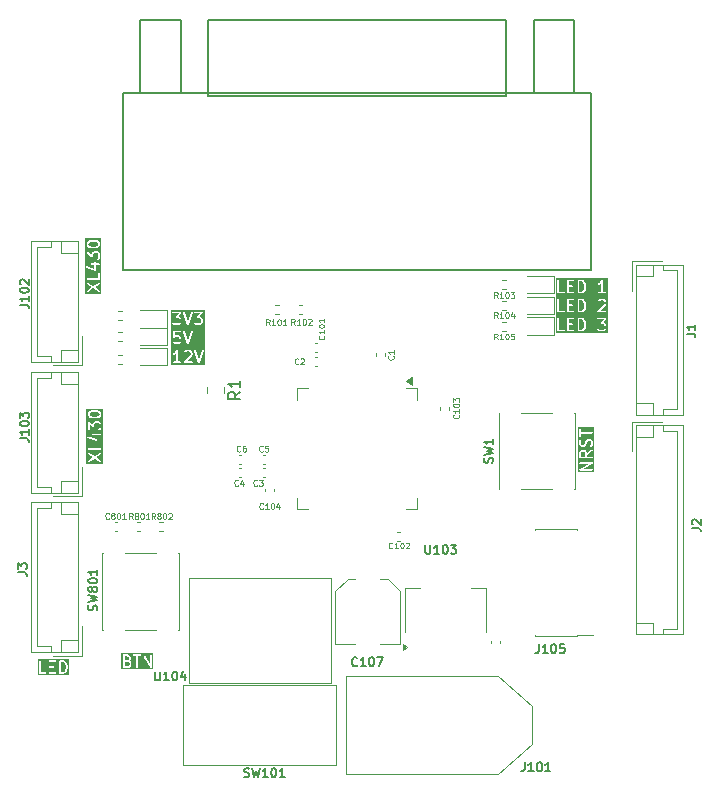
<source format=gbr>
%TF.GenerationSoftware,KiCad,Pcbnew,8.0.8*%
%TF.CreationDate,2025-01-29T06:10:27+01:00*%
%TF.ProjectId,ProjetCorps,50726f6a-6574-4436-9f72-70732e6b6963,rev?*%
%TF.SameCoordinates,Original*%
%TF.FileFunction,Legend,Top*%
%TF.FilePolarity,Positive*%
%FSLAX46Y46*%
G04 Gerber Fmt 4.6, Leading zero omitted, Abs format (unit mm)*
G04 Created by KiCad (PCBNEW 8.0.8) date 2025-01-29 06:10:27*
%MOMM*%
%LPD*%
G01*
G04 APERTURE LIST*
%ADD10C,0.150000*%
%ADD11C,0.125000*%
%ADD12C,0.120000*%
%ADD13C,0.100000*%
%ADD14C,0.152400*%
G04 APERTURE END LIST*
D10*
G36*
X89261665Y-70257633D02*
G01*
X89292072Y-70288040D01*
X89326330Y-70356556D01*
X89326330Y-70644803D01*
X88952521Y-70644803D01*
X88952521Y-70356556D01*
X88986779Y-70288040D01*
X89017186Y-70257633D01*
X89085702Y-70223375D01*
X89193149Y-70223375D01*
X89261665Y-70257633D01*
G37*
G36*
X90063632Y-71953533D02*
G01*
X88691410Y-71953533D01*
X88691410Y-71762183D01*
X88802704Y-71762183D01*
X88803962Y-71772079D01*
X88803962Y-71782054D01*
X88805791Y-71786469D01*
X88806394Y-71791213D01*
X88811344Y-71799877D01*
X88815161Y-71809090D01*
X88818539Y-71812468D01*
X88820913Y-71816622D01*
X88828802Y-71822731D01*
X88835853Y-71829782D01*
X88840269Y-71831611D01*
X88844050Y-71834539D01*
X88853673Y-71837163D01*
X88862889Y-71840981D01*
X88870371Y-71841717D01*
X88872282Y-71842239D01*
X88873757Y-71842051D01*
X88877521Y-71842422D01*
X89877521Y-71842422D01*
X89892153Y-71840981D01*
X89919189Y-71829782D01*
X89939881Y-71809090D01*
X89951080Y-71782054D01*
X89951080Y-71752790D01*
X89939881Y-71725754D01*
X89919189Y-71705062D01*
X89892153Y-71693863D01*
X89877521Y-71692422D01*
X89159938Y-71692422D01*
X89914732Y-71261112D01*
X89917816Y-71258922D01*
X89919189Y-71258354D01*
X89920586Y-71256956D01*
X89926721Y-71252602D01*
X89932829Y-71244713D01*
X89939881Y-71237662D01*
X89941711Y-71233243D01*
X89944638Y-71229464D01*
X89947262Y-71219842D01*
X89951080Y-71210626D01*
X89951080Y-71205845D01*
X89952338Y-71201233D01*
X89951080Y-71191336D01*
X89951080Y-71181362D01*
X89949250Y-71176946D01*
X89948648Y-71172203D01*
X89943697Y-71163538D01*
X89939881Y-71154326D01*
X89936502Y-71150947D01*
X89934129Y-71146794D01*
X89926239Y-71140684D01*
X89919189Y-71133634D01*
X89914772Y-71131804D01*
X89910992Y-71128877D01*
X89901368Y-71126252D01*
X89892153Y-71122435D01*
X89884670Y-71121698D01*
X89882760Y-71121177D01*
X89881284Y-71121364D01*
X89877521Y-71120994D01*
X88877521Y-71120994D01*
X88862889Y-71122435D01*
X88835853Y-71133634D01*
X88815161Y-71154326D01*
X88803962Y-71181362D01*
X88803962Y-71210626D01*
X88815161Y-71237662D01*
X88835853Y-71258354D01*
X88862889Y-71269553D01*
X88877521Y-71270994D01*
X89595104Y-71270994D01*
X88840311Y-71702304D01*
X88837227Y-71704492D01*
X88835853Y-71705062D01*
X88834453Y-71706461D01*
X88828321Y-71710814D01*
X88822211Y-71718703D01*
X88815161Y-71725754D01*
X88813331Y-71730170D01*
X88810404Y-71733951D01*
X88807779Y-71743574D01*
X88803962Y-71752790D01*
X88803962Y-71757570D01*
X88802704Y-71762183D01*
X88691410Y-71762183D01*
X88691410Y-70338851D01*
X88802521Y-70338851D01*
X88802521Y-70719803D01*
X88803962Y-70734435D01*
X88815161Y-70761471D01*
X88835853Y-70782163D01*
X88862889Y-70793362D01*
X88877521Y-70794803D01*
X89877521Y-70794803D01*
X89892153Y-70793362D01*
X89919189Y-70782163D01*
X89939881Y-70761471D01*
X89951080Y-70734435D01*
X89951080Y-70705171D01*
X89939881Y-70678135D01*
X89919189Y-70657443D01*
X89892153Y-70646244D01*
X89877521Y-70644803D01*
X89476330Y-70644803D01*
X89476330Y-70520757D01*
X89920531Y-70209817D01*
X89931691Y-70200246D01*
X89947418Y-70175567D01*
X89952504Y-70146750D01*
X89946174Y-70118179D01*
X89929392Y-70094205D01*
X89904714Y-70078478D01*
X89875896Y-70073393D01*
X89847325Y-70079722D01*
X89834512Y-70086932D01*
X89476220Y-70337735D01*
X89474889Y-70324219D01*
X89473858Y-70321730D01*
X89473667Y-70319041D01*
X89468412Y-70305310D01*
X89420793Y-70210072D01*
X89416828Y-70203772D01*
X89416071Y-70201945D01*
X89414382Y-70199888D01*
X89412961Y-70197629D01*
X89411462Y-70196329D01*
X89406744Y-70190580D01*
X89359125Y-70142961D01*
X89353375Y-70138242D01*
X89352076Y-70136744D01*
X89349816Y-70135322D01*
X89347760Y-70133634D01*
X89345932Y-70132876D01*
X89339633Y-70128912D01*
X89244395Y-70081293D01*
X89230663Y-70076038D01*
X89227975Y-70075847D01*
X89225486Y-70074816D01*
X89210854Y-70073375D01*
X89067997Y-70073375D01*
X89053365Y-70074816D01*
X89050876Y-70075846D01*
X89048187Y-70076038D01*
X89034456Y-70081293D01*
X88939218Y-70128912D01*
X88932918Y-70132876D01*
X88931091Y-70133634D01*
X88929034Y-70135322D01*
X88926775Y-70136744D01*
X88925475Y-70138242D01*
X88919726Y-70142961D01*
X88872107Y-70190580D01*
X88867388Y-70196329D01*
X88865890Y-70197629D01*
X88864468Y-70199888D01*
X88862780Y-70201945D01*
X88862022Y-70203772D01*
X88858058Y-70210072D01*
X88810439Y-70305310D01*
X88805184Y-70319042D01*
X88804993Y-70321729D01*
X88803962Y-70324219D01*
X88802521Y-70338851D01*
X88691410Y-70338851D01*
X88691410Y-69338851D01*
X88802521Y-69338851D01*
X88802521Y-69576946D01*
X88803962Y-69591578D01*
X88804993Y-69594067D01*
X88805184Y-69596755D01*
X88810439Y-69610487D01*
X88858058Y-69705725D01*
X88862022Y-69712024D01*
X88862780Y-69713852D01*
X88864468Y-69715908D01*
X88865890Y-69718168D01*
X88867388Y-69719467D01*
X88872107Y-69725217D01*
X88919726Y-69772836D01*
X88925475Y-69777554D01*
X88926775Y-69779053D01*
X88929034Y-69780474D01*
X88931091Y-69782163D01*
X88932918Y-69782920D01*
X88939218Y-69786885D01*
X89034456Y-69834504D01*
X89048187Y-69839759D01*
X89050876Y-69839950D01*
X89053365Y-69840981D01*
X89067997Y-69842422D01*
X89163235Y-69842422D01*
X89177867Y-69840981D01*
X89180356Y-69839949D01*
X89183044Y-69839759D01*
X89196776Y-69834504D01*
X89292014Y-69786885D01*
X89298313Y-69782920D01*
X89300141Y-69782163D01*
X89302197Y-69780474D01*
X89304457Y-69779053D01*
X89305756Y-69777554D01*
X89311506Y-69772836D01*
X89359125Y-69725217D01*
X89363843Y-69719467D01*
X89365342Y-69718168D01*
X89366763Y-69715908D01*
X89368452Y-69713852D01*
X89369209Y-69712024D01*
X89373174Y-69705725D01*
X89420793Y-69610487D01*
X89421202Y-69609417D01*
X89421525Y-69608982D01*
X89423717Y-69602845D01*
X89426048Y-69596756D01*
X89426086Y-69596215D01*
X89426472Y-69595136D01*
X89472094Y-69412646D01*
X89510588Y-69335659D01*
X89540995Y-69305252D01*
X89609511Y-69270994D01*
X89669339Y-69270994D01*
X89737855Y-69305252D01*
X89768263Y-69335659D01*
X89802521Y-69404175D01*
X89802521Y-69612395D01*
X89758751Y-69743705D01*
X89755491Y-69758042D01*
X89757566Y-69787232D01*
X89770652Y-69813405D01*
X89792759Y-69832579D01*
X89820522Y-69841833D01*
X89849712Y-69839758D01*
X89875885Y-69826672D01*
X89895059Y-69804565D01*
X89901053Y-69791139D01*
X89948672Y-69648283D01*
X89950321Y-69641027D01*
X89951080Y-69639197D01*
X89951341Y-69636543D01*
X89951932Y-69633946D01*
X89951791Y-69631971D01*
X89952521Y-69624565D01*
X89952521Y-69386470D01*
X89951080Y-69371838D01*
X89950049Y-69369349D01*
X89949858Y-69366660D01*
X89944603Y-69352929D01*
X89896984Y-69257691D01*
X89893019Y-69251391D01*
X89892262Y-69249564D01*
X89890574Y-69247507D01*
X89889152Y-69245248D01*
X89887652Y-69243947D01*
X89882934Y-69238198D01*
X89835314Y-69190579D01*
X89829565Y-69185861D01*
X89828266Y-69184363D01*
X89826007Y-69182941D01*
X89823949Y-69181252D01*
X89822119Y-69180494D01*
X89815823Y-69176531D01*
X89720585Y-69128912D01*
X89706853Y-69123657D01*
X89704165Y-69123466D01*
X89701676Y-69122435D01*
X89687044Y-69120994D01*
X89591806Y-69120994D01*
X89577174Y-69122435D01*
X89574685Y-69123465D01*
X89571996Y-69123657D01*
X89558265Y-69128912D01*
X89463027Y-69176531D01*
X89456727Y-69180495D01*
X89454900Y-69181253D01*
X89452843Y-69182941D01*
X89450584Y-69184363D01*
X89449284Y-69185861D01*
X89443535Y-69190580D01*
X89395916Y-69238199D01*
X89391197Y-69243948D01*
X89389699Y-69245248D01*
X89388277Y-69247507D01*
X89386589Y-69249564D01*
X89385831Y-69251391D01*
X89381867Y-69257691D01*
X89334248Y-69352929D01*
X89333838Y-69353998D01*
X89333516Y-69354434D01*
X89331320Y-69360579D01*
X89328993Y-69366661D01*
X89328954Y-69367200D01*
X89328569Y-69368280D01*
X89282946Y-69550770D01*
X89244453Y-69627757D01*
X89214046Y-69658164D01*
X89145530Y-69692422D01*
X89085702Y-69692422D01*
X89017186Y-69658164D01*
X88986779Y-69627757D01*
X88952521Y-69559241D01*
X88952521Y-69351021D01*
X88996291Y-69219712D01*
X88999551Y-69205375D01*
X88997476Y-69176185D01*
X88984390Y-69150011D01*
X88962282Y-69130837D01*
X88934520Y-69121583D01*
X88905330Y-69123658D01*
X88879157Y-69136745D01*
X88859983Y-69158852D01*
X88853989Y-69172277D01*
X88806370Y-69315134D01*
X88804720Y-69322387D01*
X88803962Y-69324219D01*
X88803700Y-69326873D01*
X88803110Y-69329471D01*
X88803250Y-69331445D01*
X88802521Y-69338851D01*
X88691410Y-69338851D01*
X88691410Y-68338851D01*
X88802521Y-68338851D01*
X88802521Y-68910279D01*
X88803962Y-68924911D01*
X88815161Y-68951947D01*
X88835853Y-68972639D01*
X88862889Y-68983838D01*
X88892153Y-68983838D01*
X88919189Y-68972639D01*
X88939881Y-68951947D01*
X88951080Y-68924911D01*
X88952521Y-68910279D01*
X88952521Y-68699565D01*
X89877521Y-68699565D01*
X89892153Y-68698124D01*
X89919189Y-68686925D01*
X89939881Y-68666233D01*
X89951080Y-68639197D01*
X89951080Y-68609933D01*
X89939881Y-68582897D01*
X89919189Y-68562205D01*
X89892153Y-68551006D01*
X89877521Y-68549565D01*
X88952521Y-68549565D01*
X88952521Y-68338851D01*
X88951080Y-68324219D01*
X88939881Y-68297183D01*
X88919189Y-68276491D01*
X88892153Y-68265292D01*
X88862889Y-68265292D01*
X88835853Y-68276491D01*
X88815161Y-68297183D01*
X88803962Y-68324219D01*
X88802521Y-68338851D01*
X88691410Y-68338851D01*
X88691410Y-68154181D01*
X90063632Y-68154181D01*
X90063632Y-71953533D01*
G37*
D11*
X62586997Y-59532309D02*
X62420331Y-59294214D01*
X62301283Y-59532309D02*
X62301283Y-59032309D01*
X62301283Y-59032309D02*
X62491759Y-59032309D01*
X62491759Y-59032309D02*
X62539378Y-59056119D01*
X62539378Y-59056119D02*
X62563188Y-59079928D01*
X62563188Y-59079928D02*
X62586997Y-59127547D01*
X62586997Y-59127547D02*
X62586997Y-59198976D01*
X62586997Y-59198976D02*
X62563188Y-59246595D01*
X62563188Y-59246595D02*
X62539378Y-59270404D01*
X62539378Y-59270404D02*
X62491759Y-59294214D01*
X62491759Y-59294214D02*
X62301283Y-59294214D01*
X63063188Y-59532309D02*
X62777474Y-59532309D01*
X62920331Y-59532309D02*
X62920331Y-59032309D01*
X62920331Y-59032309D02*
X62872712Y-59103738D01*
X62872712Y-59103738D02*
X62825093Y-59151357D01*
X62825093Y-59151357D02*
X62777474Y-59175166D01*
X63372711Y-59032309D02*
X63420330Y-59032309D01*
X63420330Y-59032309D02*
X63467949Y-59056119D01*
X63467949Y-59056119D02*
X63491759Y-59079928D01*
X63491759Y-59079928D02*
X63515568Y-59127547D01*
X63515568Y-59127547D02*
X63539378Y-59222785D01*
X63539378Y-59222785D02*
X63539378Y-59341833D01*
X63539378Y-59341833D02*
X63515568Y-59437071D01*
X63515568Y-59437071D02*
X63491759Y-59484690D01*
X63491759Y-59484690D02*
X63467949Y-59508500D01*
X63467949Y-59508500D02*
X63420330Y-59532309D01*
X63420330Y-59532309D02*
X63372711Y-59532309D01*
X63372711Y-59532309D02*
X63325092Y-59508500D01*
X63325092Y-59508500D02*
X63301283Y-59484690D01*
X63301283Y-59484690D02*
X63277473Y-59437071D01*
X63277473Y-59437071D02*
X63253664Y-59341833D01*
X63253664Y-59341833D02*
X63253664Y-59222785D01*
X63253664Y-59222785D02*
X63277473Y-59127547D01*
X63277473Y-59127547D02*
X63301283Y-59079928D01*
X63301283Y-59079928D02*
X63325092Y-59056119D01*
X63325092Y-59056119D02*
X63372711Y-59032309D01*
X64015568Y-59532309D02*
X63729854Y-59532309D01*
X63872711Y-59532309D02*
X63872711Y-59032309D01*
X63872711Y-59032309D02*
X63825092Y-59103738D01*
X63825092Y-59103738D02*
X63777473Y-59151357D01*
X63777473Y-59151357D02*
X63729854Y-59175166D01*
X81886997Y-57232309D02*
X81720331Y-56994214D01*
X81601283Y-57232309D02*
X81601283Y-56732309D01*
X81601283Y-56732309D02*
X81791759Y-56732309D01*
X81791759Y-56732309D02*
X81839378Y-56756119D01*
X81839378Y-56756119D02*
X81863188Y-56779928D01*
X81863188Y-56779928D02*
X81886997Y-56827547D01*
X81886997Y-56827547D02*
X81886997Y-56898976D01*
X81886997Y-56898976D02*
X81863188Y-56946595D01*
X81863188Y-56946595D02*
X81839378Y-56970404D01*
X81839378Y-56970404D02*
X81791759Y-56994214D01*
X81791759Y-56994214D02*
X81601283Y-56994214D01*
X82363188Y-57232309D02*
X82077474Y-57232309D01*
X82220331Y-57232309D02*
X82220331Y-56732309D01*
X82220331Y-56732309D02*
X82172712Y-56803738D01*
X82172712Y-56803738D02*
X82125093Y-56851357D01*
X82125093Y-56851357D02*
X82077474Y-56875166D01*
X82672711Y-56732309D02*
X82720330Y-56732309D01*
X82720330Y-56732309D02*
X82767949Y-56756119D01*
X82767949Y-56756119D02*
X82791759Y-56779928D01*
X82791759Y-56779928D02*
X82815568Y-56827547D01*
X82815568Y-56827547D02*
X82839378Y-56922785D01*
X82839378Y-56922785D02*
X82839378Y-57041833D01*
X82839378Y-57041833D02*
X82815568Y-57137071D01*
X82815568Y-57137071D02*
X82791759Y-57184690D01*
X82791759Y-57184690D02*
X82767949Y-57208500D01*
X82767949Y-57208500D02*
X82720330Y-57232309D01*
X82720330Y-57232309D02*
X82672711Y-57232309D01*
X82672711Y-57232309D02*
X82625092Y-57208500D01*
X82625092Y-57208500D02*
X82601283Y-57184690D01*
X82601283Y-57184690D02*
X82577473Y-57137071D01*
X82577473Y-57137071D02*
X82553664Y-57041833D01*
X82553664Y-57041833D02*
X82553664Y-56922785D01*
X82553664Y-56922785D02*
X82577473Y-56827547D01*
X82577473Y-56827547D02*
X82601283Y-56779928D01*
X82601283Y-56779928D02*
X82625092Y-56756119D01*
X82625092Y-56756119D02*
X82672711Y-56732309D01*
X83006044Y-56732309D02*
X83315568Y-56732309D01*
X83315568Y-56732309D02*
X83148901Y-56922785D01*
X83148901Y-56922785D02*
X83220330Y-56922785D01*
X83220330Y-56922785D02*
X83267949Y-56946595D01*
X83267949Y-56946595D02*
X83291758Y-56970404D01*
X83291758Y-56970404D02*
X83315568Y-57018023D01*
X83315568Y-57018023D02*
X83315568Y-57137071D01*
X83315568Y-57137071D02*
X83291758Y-57184690D01*
X83291758Y-57184690D02*
X83267949Y-57208500D01*
X83267949Y-57208500D02*
X83220330Y-57232309D01*
X83220330Y-57232309D02*
X83077473Y-57232309D01*
X83077473Y-57232309D02*
X83029854Y-57208500D01*
X83029854Y-57208500D02*
X83006044Y-57184690D01*
D10*
X41450414Y-57808458D02*
X41986128Y-57808458D01*
X41986128Y-57808458D02*
X42093271Y-57844173D01*
X42093271Y-57844173D02*
X42164700Y-57915601D01*
X42164700Y-57915601D02*
X42200414Y-58022744D01*
X42200414Y-58022744D02*
X42200414Y-58094173D01*
X42200414Y-57058458D02*
X42200414Y-57487029D01*
X42200414Y-57272744D02*
X41450414Y-57272744D01*
X41450414Y-57272744D02*
X41557557Y-57344172D01*
X41557557Y-57344172D02*
X41628985Y-57415601D01*
X41628985Y-57415601D02*
X41664700Y-57487029D01*
X41450414Y-56594172D02*
X41450414Y-56522743D01*
X41450414Y-56522743D02*
X41486128Y-56451315D01*
X41486128Y-56451315D02*
X41521842Y-56415601D01*
X41521842Y-56415601D02*
X41593271Y-56379886D01*
X41593271Y-56379886D02*
X41736128Y-56344172D01*
X41736128Y-56344172D02*
X41914700Y-56344172D01*
X41914700Y-56344172D02*
X42057557Y-56379886D01*
X42057557Y-56379886D02*
X42128985Y-56415601D01*
X42128985Y-56415601D02*
X42164700Y-56451315D01*
X42164700Y-56451315D02*
X42200414Y-56522743D01*
X42200414Y-56522743D02*
X42200414Y-56594172D01*
X42200414Y-56594172D02*
X42164700Y-56665601D01*
X42164700Y-56665601D02*
X42128985Y-56701315D01*
X42128985Y-56701315D02*
X42057557Y-56737029D01*
X42057557Y-56737029D02*
X41914700Y-56772743D01*
X41914700Y-56772743D02*
X41736128Y-56772743D01*
X41736128Y-56772743D02*
X41593271Y-56737029D01*
X41593271Y-56737029D02*
X41521842Y-56701315D01*
X41521842Y-56701315D02*
X41486128Y-56665601D01*
X41486128Y-56665601D02*
X41450414Y-56594172D01*
X41521842Y-56058457D02*
X41486128Y-56022743D01*
X41486128Y-56022743D02*
X41450414Y-55951315D01*
X41450414Y-55951315D02*
X41450414Y-55772743D01*
X41450414Y-55772743D02*
X41486128Y-55701315D01*
X41486128Y-55701315D02*
X41521842Y-55665600D01*
X41521842Y-55665600D02*
X41593271Y-55629886D01*
X41593271Y-55629886D02*
X41664700Y-55629886D01*
X41664700Y-55629886D02*
X41771842Y-55665600D01*
X41771842Y-55665600D02*
X42200414Y-56094172D01*
X42200414Y-56094172D02*
X42200414Y-55629886D01*
D11*
X64722087Y-59493649D02*
X64555421Y-59255554D01*
X64436373Y-59493649D02*
X64436373Y-58993649D01*
X64436373Y-58993649D02*
X64626849Y-58993649D01*
X64626849Y-58993649D02*
X64674468Y-59017459D01*
X64674468Y-59017459D02*
X64698278Y-59041268D01*
X64698278Y-59041268D02*
X64722087Y-59088887D01*
X64722087Y-59088887D02*
X64722087Y-59160316D01*
X64722087Y-59160316D02*
X64698278Y-59207935D01*
X64698278Y-59207935D02*
X64674468Y-59231744D01*
X64674468Y-59231744D02*
X64626849Y-59255554D01*
X64626849Y-59255554D02*
X64436373Y-59255554D01*
X65198278Y-59493649D02*
X64912564Y-59493649D01*
X65055421Y-59493649D02*
X65055421Y-58993649D01*
X65055421Y-58993649D02*
X65007802Y-59065078D01*
X65007802Y-59065078D02*
X64960183Y-59112697D01*
X64960183Y-59112697D02*
X64912564Y-59136506D01*
X65507801Y-58993649D02*
X65555420Y-58993649D01*
X65555420Y-58993649D02*
X65603039Y-59017459D01*
X65603039Y-59017459D02*
X65626849Y-59041268D01*
X65626849Y-59041268D02*
X65650658Y-59088887D01*
X65650658Y-59088887D02*
X65674468Y-59184125D01*
X65674468Y-59184125D02*
X65674468Y-59303173D01*
X65674468Y-59303173D02*
X65650658Y-59398411D01*
X65650658Y-59398411D02*
X65626849Y-59446030D01*
X65626849Y-59446030D02*
X65603039Y-59469840D01*
X65603039Y-59469840D02*
X65555420Y-59493649D01*
X65555420Y-59493649D02*
X65507801Y-59493649D01*
X65507801Y-59493649D02*
X65460182Y-59469840D01*
X65460182Y-59469840D02*
X65436373Y-59446030D01*
X65436373Y-59446030D02*
X65412563Y-59398411D01*
X65412563Y-59398411D02*
X65388754Y-59303173D01*
X65388754Y-59303173D02*
X65388754Y-59184125D01*
X65388754Y-59184125D02*
X65412563Y-59088887D01*
X65412563Y-59088887D02*
X65436373Y-59041268D01*
X65436373Y-59041268D02*
X65460182Y-59017459D01*
X65460182Y-59017459D02*
X65507801Y-58993649D01*
X65864944Y-59041268D02*
X65888753Y-59017459D01*
X65888753Y-59017459D02*
X65936372Y-58993649D01*
X65936372Y-58993649D02*
X66055420Y-58993649D01*
X66055420Y-58993649D02*
X66103039Y-59017459D01*
X66103039Y-59017459D02*
X66126848Y-59041268D01*
X66126848Y-59041268D02*
X66150658Y-59088887D01*
X66150658Y-59088887D02*
X66150658Y-59136506D01*
X66150658Y-59136506D02*
X66126848Y-59207935D01*
X66126848Y-59207935D02*
X65841134Y-59493649D01*
X65841134Y-59493649D02*
X66150658Y-59493649D01*
X81886997Y-60732309D02*
X81720331Y-60494214D01*
X81601283Y-60732309D02*
X81601283Y-60232309D01*
X81601283Y-60232309D02*
X81791759Y-60232309D01*
X81791759Y-60232309D02*
X81839378Y-60256119D01*
X81839378Y-60256119D02*
X81863188Y-60279928D01*
X81863188Y-60279928D02*
X81886997Y-60327547D01*
X81886997Y-60327547D02*
X81886997Y-60398976D01*
X81886997Y-60398976D02*
X81863188Y-60446595D01*
X81863188Y-60446595D02*
X81839378Y-60470404D01*
X81839378Y-60470404D02*
X81791759Y-60494214D01*
X81791759Y-60494214D02*
X81601283Y-60494214D01*
X82363188Y-60732309D02*
X82077474Y-60732309D01*
X82220331Y-60732309D02*
X82220331Y-60232309D01*
X82220331Y-60232309D02*
X82172712Y-60303738D01*
X82172712Y-60303738D02*
X82125093Y-60351357D01*
X82125093Y-60351357D02*
X82077474Y-60375166D01*
X82672711Y-60232309D02*
X82720330Y-60232309D01*
X82720330Y-60232309D02*
X82767949Y-60256119D01*
X82767949Y-60256119D02*
X82791759Y-60279928D01*
X82791759Y-60279928D02*
X82815568Y-60327547D01*
X82815568Y-60327547D02*
X82839378Y-60422785D01*
X82839378Y-60422785D02*
X82839378Y-60541833D01*
X82839378Y-60541833D02*
X82815568Y-60637071D01*
X82815568Y-60637071D02*
X82791759Y-60684690D01*
X82791759Y-60684690D02*
X82767949Y-60708500D01*
X82767949Y-60708500D02*
X82720330Y-60732309D01*
X82720330Y-60732309D02*
X82672711Y-60732309D01*
X82672711Y-60732309D02*
X82625092Y-60708500D01*
X82625092Y-60708500D02*
X82601283Y-60684690D01*
X82601283Y-60684690D02*
X82577473Y-60637071D01*
X82577473Y-60637071D02*
X82553664Y-60541833D01*
X82553664Y-60541833D02*
X82553664Y-60422785D01*
X82553664Y-60422785D02*
X82577473Y-60327547D01*
X82577473Y-60327547D02*
X82601283Y-60279928D01*
X82601283Y-60279928D02*
X82625092Y-60256119D01*
X82625092Y-60256119D02*
X82672711Y-60232309D01*
X83291758Y-60232309D02*
X83053663Y-60232309D01*
X83053663Y-60232309D02*
X83029854Y-60470404D01*
X83029854Y-60470404D02*
X83053663Y-60446595D01*
X83053663Y-60446595D02*
X83101282Y-60422785D01*
X83101282Y-60422785D02*
X83220330Y-60422785D01*
X83220330Y-60422785D02*
X83267949Y-60446595D01*
X83267949Y-60446595D02*
X83291758Y-60470404D01*
X83291758Y-60470404D02*
X83315568Y-60518023D01*
X83315568Y-60518023D02*
X83315568Y-60637071D01*
X83315568Y-60637071D02*
X83291758Y-60684690D01*
X83291758Y-60684690D02*
X83267949Y-60708500D01*
X83267949Y-60708500D02*
X83220330Y-60732309D01*
X83220330Y-60732309D02*
X83101282Y-60732309D01*
X83101282Y-60732309D02*
X83053663Y-60708500D01*
X83053663Y-60708500D02*
X83029854Y-60684690D01*
X48986997Y-75875545D02*
X48963188Y-75899355D01*
X48963188Y-75899355D02*
X48891759Y-75923164D01*
X48891759Y-75923164D02*
X48844140Y-75923164D01*
X48844140Y-75923164D02*
X48772712Y-75899355D01*
X48772712Y-75899355D02*
X48725093Y-75851735D01*
X48725093Y-75851735D02*
X48701283Y-75804116D01*
X48701283Y-75804116D02*
X48677474Y-75708878D01*
X48677474Y-75708878D02*
X48677474Y-75637450D01*
X48677474Y-75637450D02*
X48701283Y-75542212D01*
X48701283Y-75542212D02*
X48725093Y-75494593D01*
X48725093Y-75494593D02*
X48772712Y-75446974D01*
X48772712Y-75446974D02*
X48844140Y-75423164D01*
X48844140Y-75423164D02*
X48891759Y-75423164D01*
X48891759Y-75423164D02*
X48963188Y-75446974D01*
X48963188Y-75446974D02*
X48986997Y-75470783D01*
X49272712Y-75637450D02*
X49225093Y-75613640D01*
X49225093Y-75613640D02*
X49201283Y-75589831D01*
X49201283Y-75589831D02*
X49177474Y-75542212D01*
X49177474Y-75542212D02*
X49177474Y-75518402D01*
X49177474Y-75518402D02*
X49201283Y-75470783D01*
X49201283Y-75470783D02*
X49225093Y-75446974D01*
X49225093Y-75446974D02*
X49272712Y-75423164D01*
X49272712Y-75423164D02*
X49367950Y-75423164D01*
X49367950Y-75423164D02*
X49415569Y-75446974D01*
X49415569Y-75446974D02*
X49439378Y-75470783D01*
X49439378Y-75470783D02*
X49463188Y-75518402D01*
X49463188Y-75518402D02*
X49463188Y-75542212D01*
X49463188Y-75542212D02*
X49439378Y-75589831D01*
X49439378Y-75589831D02*
X49415569Y-75613640D01*
X49415569Y-75613640D02*
X49367950Y-75637450D01*
X49367950Y-75637450D02*
X49272712Y-75637450D01*
X49272712Y-75637450D02*
X49225093Y-75661259D01*
X49225093Y-75661259D02*
X49201283Y-75685069D01*
X49201283Y-75685069D02*
X49177474Y-75732688D01*
X49177474Y-75732688D02*
X49177474Y-75827926D01*
X49177474Y-75827926D02*
X49201283Y-75875545D01*
X49201283Y-75875545D02*
X49225093Y-75899355D01*
X49225093Y-75899355D02*
X49272712Y-75923164D01*
X49272712Y-75923164D02*
X49367950Y-75923164D01*
X49367950Y-75923164D02*
X49415569Y-75899355D01*
X49415569Y-75899355D02*
X49439378Y-75875545D01*
X49439378Y-75875545D02*
X49463188Y-75827926D01*
X49463188Y-75827926D02*
X49463188Y-75732688D01*
X49463188Y-75732688D02*
X49439378Y-75685069D01*
X49439378Y-75685069D02*
X49415569Y-75661259D01*
X49415569Y-75661259D02*
X49367950Y-75637450D01*
X49772711Y-75423164D02*
X49820330Y-75423164D01*
X49820330Y-75423164D02*
X49867949Y-75446974D01*
X49867949Y-75446974D02*
X49891759Y-75470783D01*
X49891759Y-75470783D02*
X49915568Y-75518402D01*
X49915568Y-75518402D02*
X49939378Y-75613640D01*
X49939378Y-75613640D02*
X49939378Y-75732688D01*
X49939378Y-75732688D02*
X49915568Y-75827926D01*
X49915568Y-75827926D02*
X49891759Y-75875545D01*
X49891759Y-75875545D02*
X49867949Y-75899355D01*
X49867949Y-75899355D02*
X49820330Y-75923164D01*
X49820330Y-75923164D02*
X49772711Y-75923164D01*
X49772711Y-75923164D02*
X49725092Y-75899355D01*
X49725092Y-75899355D02*
X49701283Y-75875545D01*
X49701283Y-75875545D02*
X49677473Y-75827926D01*
X49677473Y-75827926D02*
X49653664Y-75732688D01*
X49653664Y-75732688D02*
X49653664Y-75613640D01*
X49653664Y-75613640D02*
X49677473Y-75518402D01*
X49677473Y-75518402D02*
X49701283Y-75470783D01*
X49701283Y-75470783D02*
X49725092Y-75446974D01*
X49725092Y-75446974D02*
X49772711Y-75423164D01*
X50415568Y-75923164D02*
X50129854Y-75923164D01*
X50272711Y-75923164D02*
X50272711Y-75423164D01*
X50272711Y-75423164D02*
X50225092Y-75494593D01*
X50225092Y-75494593D02*
X50177473Y-75542212D01*
X50177473Y-75542212D02*
X50129854Y-75566021D01*
D10*
X70005826Y-88319840D02*
X69970112Y-88355555D01*
X69970112Y-88355555D02*
X69862969Y-88391269D01*
X69862969Y-88391269D02*
X69791541Y-88391269D01*
X69791541Y-88391269D02*
X69684398Y-88355555D01*
X69684398Y-88355555D02*
X69612969Y-88284126D01*
X69612969Y-88284126D02*
X69577255Y-88212697D01*
X69577255Y-88212697D02*
X69541541Y-88069840D01*
X69541541Y-88069840D02*
X69541541Y-87962697D01*
X69541541Y-87962697D02*
X69577255Y-87819840D01*
X69577255Y-87819840D02*
X69612969Y-87748412D01*
X69612969Y-87748412D02*
X69684398Y-87676983D01*
X69684398Y-87676983D02*
X69791541Y-87641269D01*
X69791541Y-87641269D02*
X69862969Y-87641269D01*
X69862969Y-87641269D02*
X69970112Y-87676983D01*
X69970112Y-87676983D02*
X70005826Y-87712697D01*
X70720112Y-88391269D02*
X70291541Y-88391269D01*
X70505826Y-88391269D02*
X70505826Y-87641269D01*
X70505826Y-87641269D02*
X70434398Y-87748412D01*
X70434398Y-87748412D02*
X70362969Y-87819840D01*
X70362969Y-87819840D02*
X70291541Y-87855555D01*
X71184398Y-87641269D02*
X71255827Y-87641269D01*
X71255827Y-87641269D02*
X71327255Y-87676983D01*
X71327255Y-87676983D02*
X71362970Y-87712697D01*
X71362970Y-87712697D02*
X71398684Y-87784126D01*
X71398684Y-87784126D02*
X71434398Y-87926983D01*
X71434398Y-87926983D02*
X71434398Y-88105555D01*
X71434398Y-88105555D02*
X71398684Y-88248412D01*
X71398684Y-88248412D02*
X71362970Y-88319840D01*
X71362970Y-88319840D02*
X71327255Y-88355555D01*
X71327255Y-88355555D02*
X71255827Y-88391269D01*
X71255827Y-88391269D02*
X71184398Y-88391269D01*
X71184398Y-88391269D02*
X71112970Y-88355555D01*
X71112970Y-88355555D02*
X71077255Y-88319840D01*
X71077255Y-88319840D02*
X71041541Y-88248412D01*
X71041541Y-88248412D02*
X71005827Y-88105555D01*
X71005827Y-88105555D02*
X71005827Y-87926983D01*
X71005827Y-87926983D02*
X71041541Y-87784126D01*
X71041541Y-87784126D02*
X71077255Y-87712697D01*
X71077255Y-87712697D02*
X71112970Y-87676983D01*
X71112970Y-87676983D02*
X71184398Y-87641269D01*
X71684398Y-87641269D02*
X72184398Y-87641269D01*
X72184398Y-87641269D02*
X71862970Y-88391269D01*
X60436398Y-97755555D02*
X60543541Y-97791269D01*
X60543541Y-97791269D02*
X60722112Y-97791269D01*
X60722112Y-97791269D02*
X60793541Y-97755555D01*
X60793541Y-97755555D02*
X60829255Y-97719840D01*
X60829255Y-97719840D02*
X60864969Y-97648412D01*
X60864969Y-97648412D02*
X60864969Y-97576983D01*
X60864969Y-97576983D02*
X60829255Y-97505555D01*
X60829255Y-97505555D02*
X60793541Y-97469840D01*
X60793541Y-97469840D02*
X60722112Y-97434126D01*
X60722112Y-97434126D02*
X60579255Y-97398412D01*
X60579255Y-97398412D02*
X60507826Y-97362697D01*
X60507826Y-97362697D02*
X60472112Y-97326983D01*
X60472112Y-97326983D02*
X60436398Y-97255555D01*
X60436398Y-97255555D02*
X60436398Y-97184126D01*
X60436398Y-97184126D02*
X60472112Y-97112697D01*
X60472112Y-97112697D02*
X60507826Y-97076983D01*
X60507826Y-97076983D02*
X60579255Y-97041269D01*
X60579255Y-97041269D02*
X60757826Y-97041269D01*
X60757826Y-97041269D02*
X60864969Y-97076983D01*
X61114969Y-97041269D02*
X61293541Y-97791269D01*
X61293541Y-97791269D02*
X61436398Y-97255555D01*
X61436398Y-97255555D02*
X61579255Y-97791269D01*
X61579255Y-97791269D02*
X61757827Y-97041269D01*
X62436398Y-97791269D02*
X62007827Y-97791269D01*
X62222112Y-97791269D02*
X62222112Y-97041269D01*
X62222112Y-97041269D02*
X62150684Y-97148412D01*
X62150684Y-97148412D02*
X62079255Y-97219840D01*
X62079255Y-97219840D02*
X62007827Y-97255555D01*
X62900684Y-97041269D02*
X62972113Y-97041269D01*
X62972113Y-97041269D02*
X63043541Y-97076983D01*
X63043541Y-97076983D02*
X63079256Y-97112697D01*
X63079256Y-97112697D02*
X63114970Y-97184126D01*
X63114970Y-97184126D02*
X63150684Y-97326983D01*
X63150684Y-97326983D02*
X63150684Y-97505555D01*
X63150684Y-97505555D02*
X63114970Y-97648412D01*
X63114970Y-97648412D02*
X63079256Y-97719840D01*
X63079256Y-97719840D02*
X63043541Y-97755555D01*
X63043541Y-97755555D02*
X62972113Y-97791269D01*
X62972113Y-97791269D02*
X62900684Y-97791269D01*
X62900684Y-97791269D02*
X62829256Y-97755555D01*
X62829256Y-97755555D02*
X62793541Y-97719840D01*
X62793541Y-97719840D02*
X62757827Y-97648412D01*
X62757827Y-97648412D02*
X62722113Y-97505555D01*
X62722113Y-97505555D02*
X62722113Y-97326983D01*
X62722113Y-97326983D02*
X62757827Y-97184126D01*
X62757827Y-97184126D02*
X62793541Y-97112697D01*
X62793541Y-97112697D02*
X62829256Y-97076983D01*
X62829256Y-97076983D02*
X62900684Y-97041269D01*
X63864970Y-97791269D02*
X63436399Y-97791269D01*
X63650684Y-97791269D02*
X63650684Y-97041269D01*
X63650684Y-97041269D02*
X63579256Y-97148412D01*
X63579256Y-97148412D02*
X63507827Y-97219840D01*
X63507827Y-97219840D02*
X63436399Y-97255555D01*
X41450414Y-69108458D02*
X41986128Y-69108458D01*
X41986128Y-69108458D02*
X42093271Y-69144173D01*
X42093271Y-69144173D02*
X42164700Y-69215601D01*
X42164700Y-69215601D02*
X42200414Y-69322744D01*
X42200414Y-69322744D02*
X42200414Y-69394173D01*
X42200414Y-68358458D02*
X42200414Y-68787029D01*
X42200414Y-68572744D02*
X41450414Y-68572744D01*
X41450414Y-68572744D02*
X41557557Y-68644172D01*
X41557557Y-68644172D02*
X41628985Y-68715601D01*
X41628985Y-68715601D02*
X41664700Y-68787029D01*
X41450414Y-67894172D02*
X41450414Y-67822743D01*
X41450414Y-67822743D02*
X41486128Y-67751315D01*
X41486128Y-67751315D02*
X41521842Y-67715601D01*
X41521842Y-67715601D02*
X41593271Y-67679886D01*
X41593271Y-67679886D02*
X41736128Y-67644172D01*
X41736128Y-67644172D02*
X41914700Y-67644172D01*
X41914700Y-67644172D02*
X42057557Y-67679886D01*
X42057557Y-67679886D02*
X42128985Y-67715601D01*
X42128985Y-67715601D02*
X42164700Y-67751315D01*
X42164700Y-67751315D02*
X42200414Y-67822743D01*
X42200414Y-67822743D02*
X42200414Y-67894172D01*
X42200414Y-67894172D02*
X42164700Y-67965601D01*
X42164700Y-67965601D02*
X42128985Y-68001315D01*
X42128985Y-68001315D02*
X42057557Y-68037029D01*
X42057557Y-68037029D02*
X41914700Y-68072743D01*
X41914700Y-68072743D02*
X41736128Y-68072743D01*
X41736128Y-68072743D02*
X41593271Y-68037029D01*
X41593271Y-68037029D02*
X41521842Y-68001315D01*
X41521842Y-68001315D02*
X41486128Y-67965601D01*
X41486128Y-67965601D02*
X41450414Y-67894172D01*
X41450414Y-67394172D02*
X41450414Y-66929886D01*
X41450414Y-66929886D02*
X41736128Y-67179886D01*
X41736128Y-67179886D02*
X41736128Y-67072743D01*
X41736128Y-67072743D02*
X41771842Y-67001315D01*
X41771842Y-67001315D02*
X41807557Y-66965600D01*
X41807557Y-66965600D02*
X41878985Y-66929886D01*
X41878985Y-66929886D02*
X42057557Y-66929886D01*
X42057557Y-66929886D02*
X42128985Y-66965600D01*
X42128985Y-66965600D02*
X42164700Y-67001315D01*
X42164700Y-67001315D02*
X42200414Y-67072743D01*
X42200414Y-67072743D02*
X42200414Y-67287029D01*
X42200414Y-67287029D02*
X42164700Y-67358457D01*
X42164700Y-67358457D02*
X42128985Y-67394172D01*
D11*
X52886997Y-75932309D02*
X52720331Y-75694214D01*
X52601283Y-75932309D02*
X52601283Y-75432309D01*
X52601283Y-75432309D02*
X52791759Y-75432309D01*
X52791759Y-75432309D02*
X52839378Y-75456119D01*
X52839378Y-75456119D02*
X52863188Y-75479928D01*
X52863188Y-75479928D02*
X52886997Y-75527547D01*
X52886997Y-75527547D02*
X52886997Y-75598976D01*
X52886997Y-75598976D02*
X52863188Y-75646595D01*
X52863188Y-75646595D02*
X52839378Y-75670404D01*
X52839378Y-75670404D02*
X52791759Y-75694214D01*
X52791759Y-75694214D02*
X52601283Y-75694214D01*
X53172712Y-75646595D02*
X53125093Y-75622785D01*
X53125093Y-75622785D02*
X53101283Y-75598976D01*
X53101283Y-75598976D02*
X53077474Y-75551357D01*
X53077474Y-75551357D02*
X53077474Y-75527547D01*
X53077474Y-75527547D02*
X53101283Y-75479928D01*
X53101283Y-75479928D02*
X53125093Y-75456119D01*
X53125093Y-75456119D02*
X53172712Y-75432309D01*
X53172712Y-75432309D02*
X53267950Y-75432309D01*
X53267950Y-75432309D02*
X53315569Y-75456119D01*
X53315569Y-75456119D02*
X53339378Y-75479928D01*
X53339378Y-75479928D02*
X53363188Y-75527547D01*
X53363188Y-75527547D02*
X53363188Y-75551357D01*
X53363188Y-75551357D02*
X53339378Y-75598976D01*
X53339378Y-75598976D02*
X53315569Y-75622785D01*
X53315569Y-75622785D02*
X53267950Y-75646595D01*
X53267950Y-75646595D02*
X53172712Y-75646595D01*
X53172712Y-75646595D02*
X53125093Y-75670404D01*
X53125093Y-75670404D02*
X53101283Y-75694214D01*
X53101283Y-75694214D02*
X53077474Y-75741833D01*
X53077474Y-75741833D02*
X53077474Y-75837071D01*
X53077474Y-75837071D02*
X53101283Y-75884690D01*
X53101283Y-75884690D02*
X53125093Y-75908500D01*
X53125093Y-75908500D02*
X53172712Y-75932309D01*
X53172712Y-75932309D02*
X53267950Y-75932309D01*
X53267950Y-75932309D02*
X53315569Y-75908500D01*
X53315569Y-75908500D02*
X53339378Y-75884690D01*
X53339378Y-75884690D02*
X53363188Y-75837071D01*
X53363188Y-75837071D02*
X53363188Y-75741833D01*
X53363188Y-75741833D02*
X53339378Y-75694214D01*
X53339378Y-75694214D02*
X53315569Y-75670404D01*
X53315569Y-75670404D02*
X53267950Y-75646595D01*
X53672711Y-75432309D02*
X53720330Y-75432309D01*
X53720330Y-75432309D02*
X53767949Y-75456119D01*
X53767949Y-75456119D02*
X53791759Y-75479928D01*
X53791759Y-75479928D02*
X53815568Y-75527547D01*
X53815568Y-75527547D02*
X53839378Y-75622785D01*
X53839378Y-75622785D02*
X53839378Y-75741833D01*
X53839378Y-75741833D02*
X53815568Y-75837071D01*
X53815568Y-75837071D02*
X53791759Y-75884690D01*
X53791759Y-75884690D02*
X53767949Y-75908500D01*
X53767949Y-75908500D02*
X53720330Y-75932309D01*
X53720330Y-75932309D02*
X53672711Y-75932309D01*
X53672711Y-75932309D02*
X53625092Y-75908500D01*
X53625092Y-75908500D02*
X53601283Y-75884690D01*
X53601283Y-75884690D02*
X53577473Y-75837071D01*
X53577473Y-75837071D02*
X53553664Y-75741833D01*
X53553664Y-75741833D02*
X53553664Y-75622785D01*
X53553664Y-75622785D02*
X53577473Y-75527547D01*
X53577473Y-75527547D02*
X53601283Y-75479928D01*
X53601283Y-75479928D02*
X53625092Y-75456119D01*
X53625092Y-75456119D02*
X53672711Y-75432309D01*
X54029854Y-75479928D02*
X54053663Y-75456119D01*
X54053663Y-75456119D02*
X54101282Y-75432309D01*
X54101282Y-75432309D02*
X54220330Y-75432309D01*
X54220330Y-75432309D02*
X54267949Y-75456119D01*
X54267949Y-75456119D02*
X54291758Y-75479928D01*
X54291758Y-75479928D02*
X54315568Y-75527547D01*
X54315568Y-75527547D02*
X54315568Y-75575166D01*
X54315568Y-75575166D02*
X54291758Y-75646595D01*
X54291758Y-75646595D02*
X54006044Y-75932309D01*
X54006044Y-75932309D02*
X54315568Y-75932309D01*
D10*
X85386398Y-86541269D02*
X85386398Y-87076983D01*
X85386398Y-87076983D02*
X85350683Y-87184126D01*
X85350683Y-87184126D02*
X85279255Y-87255555D01*
X85279255Y-87255555D02*
X85172112Y-87291269D01*
X85172112Y-87291269D02*
X85100683Y-87291269D01*
X86136398Y-87291269D02*
X85707827Y-87291269D01*
X85922112Y-87291269D02*
X85922112Y-86541269D01*
X85922112Y-86541269D02*
X85850684Y-86648412D01*
X85850684Y-86648412D02*
X85779255Y-86719840D01*
X85779255Y-86719840D02*
X85707827Y-86755555D01*
X86600684Y-86541269D02*
X86672113Y-86541269D01*
X86672113Y-86541269D02*
X86743541Y-86576983D01*
X86743541Y-86576983D02*
X86779256Y-86612697D01*
X86779256Y-86612697D02*
X86814970Y-86684126D01*
X86814970Y-86684126D02*
X86850684Y-86826983D01*
X86850684Y-86826983D02*
X86850684Y-87005555D01*
X86850684Y-87005555D02*
X86814970Y-87148412D01*
X86814970Y-87148412D02*
X86779256Y-87219840D01*
X86779256Y-87219840D02*
X86743541Y-87255555D01*
X86743541Y-87255555D02*
X86672113Y-87291269D01*
X86672113Y-87291269D02*
X86600684Y-87291269D01*
X86600684Y-87291269D02*
X86529256Y-87255555D01*
X86529256Y-87255555D02*
X86493541Y-87219840D01*
X86493541Y-87219840D02*
X86457827Y-87148412D01*
X86457827Y-87148412D02*
X86422113Y-87005555D01*
X86422113Y-87005555D02*
X86422113Y-86826983D01*
X86422113Y-86826983D02*
X86457827Y-86684126D01*
X86457827Y-86684126D02*
X86493541Y-86612697D01*
X86493541Y-86612697D02*
X86529256Y-86576983D01*
X86529256Y-86576983D02*
X86600684Y-86541269D01*
X87529256Y-86541269D02*
X87172113Y-86541269D01*
X87172113Y-86541269D02*
X87136399Y-86898412D01*
X87136399Y-86898412D02*
X87172113Y-86862697D01*
X87172113Y-86862697D02*
X87243542Y-86826983D01*
X87243542Y-86826983D02*
X87422113Y-86826983D01*
X87422113Y-86826983D02*
X87493542Y-86862697D01*
X87493542Y-86862697D02*
X87529256Y-86898412D01*
X87529256Y-86898412D02*
X87564970Y-86969840D01*
X87564970Y-86969840D02*
X87564970Y-87148412D01*
X87564970Y-87148412D02*
X87529256Y-87219840D01*
X87529256Y-87219840D02*
X87493542Y-87255555D01*
X87493542Y-87255555D02*
X87422113Y-87291269D01*
X87422113Y-87291269D02*
X87243542Y-87291269D01*
X87243542Y-87291269D02*
X87172113Y-87255555D01*
X87172113Y-87255555D02*
X87136399Y-87219840D01*
X75772112Y-78141269D02*
X75772112Y-78748412D01*
X75772112Y-78748412D02*
X75807826Y-78819840D01*
X75807826Y-78819840D02*
X75843541Y-78855555D01*
X75843541Y-78855555D02*
X75914969Y-78891269D01*
X75914969Y-78891269D02*
X76057826Y-78891269D01*
X76057826Y-78891269D02*
X76129255Y-78855555D01*
X76129255Y-78855555D02*
X76164969Y-78819840D01*
X76164969Y-78819840D02*
X76200683Y-78748412D01*
X76200683Y-78748412D02*
X76200683Y-78141269D01*
X76950683Y-78891269D02*
X76522112Y-78891269D01*
X76736397Y-78891269D02*
X76736397Y-78141269D01*
X76736397Y-78141269D02*
X76664969Y-78248412D01*
X76664969Y-78248412D02*
X76593540Y-78319840D01*
X76593540Y-78319840D02*
X76522112Y-78355555D01*
X77414969Y-78141269D02*
X77486398Y-78141269D01*
X77486398Y-78141269D02*
X77557826Y-78176983D01*
X77557826Y-78176983D02*
X77593541Y-78212697D01*
X77593541Y-78212697D02*
X77629255Y-78284126D01*
X77629255Y-78284126D02*
X77664969Y-78426983D01*
X77664969Y-78426983D02*
X77664969Y-78605555D01*
X77664969Y-78605555D02*
X77629255Y-78748412D01*
X77629255Y-78748412D02*
X77593541Y-78819840D01*
X77593541Y-78819840D02*
X77557826Y-78855555D01*
X77557826Y-78855555D02*
X77486398Y-78891269D01*
X77486398Y-78891269D02*
X77414969Y-78891269D01*
X77414969Y-78891269D02*
X77343541Y-78855555D01*
X77343541Y-78855555D02*
X77307826Y-78819840D01*
X77307826Y-78819840D02*
X77272112Y-78748412D01*
X77272112Y-78748412D02*
X77236398Y-78605555D01*
X77236398Y-78605555D02*
X77236398Y-78426983D01*
X77236398Y-78426983D02*
X77272112Y-78284126D01*
X77272112Y-78284126D02*
X77307826Y-78212697D01*
X77307826Y-78212697D02*
X77343541Y-78176983D01*
X77343541Y-78176983D02*
X77414969Y-78141269D01*
X77914969Y-78141269D02*
X78379255Y-78141269D01*
X78379255Y-78141269D02*
X78129255Y-78426983D01*
X78129255Y-78426983D02*
X78236398Y-78426983D01*
X78236398Y-78426983D02*
X78307827Y-78462697D01*
X78307827Y-78462697D02*
X78343541Y-78498412D01*
X78343541Y-78498412D02*
X78379255Y-78569840D01*
X78379255Y-78569840D02*
X78379255Y-78748412D01*
X78379255Y-78748412D02*
X78343541Y-78819840D01*
X78343541Y-78819840D02*
X78307827Y-78855555D01*
X78307827Y-78855555D02*
X78236398Y-78891269D01*
X78236398Y-78891269D02*
X78022112Y-78891269D01*
X78022112Y-78891269D02*
X77950684Y-78855555D01*
X77950684Y-78855555D02*
X77914969Y-78819840D01*
D11*
X62022087Y-75046030D02*
X61998278Y-75069840D01*
X61998278Y-75069840D02*
X61926849Y-75093649D01*
X61926849Y-75093649D02*
X61879230Y-75093649D01*
X61879230Y-75093649D02*
X61807802Y-75069840D01*
X61807802Y-75069840D02*
X61760183Y-75022220D01*
X61760183Y-75022220D02*
X61736373Y-74974601D01*
X61736373Y-74974601D02*
X61712564Y-74879363D01*
X61712564Y-74879363D02*
X61712564Y-74807935D01*
X61712564Y-74807935D02*
X61736373Y-74712697D01*
X61736373Y-74712697D02*
X61760183Y-74665078D01*
X61760183Y-74665078D02*
X61807802Y-74617459D01*
X61807802Y-74617459D02*
X61879230Y-74593649D01*
X61879230Y-74593649D02*
X61926849Y-74593649D01*
X61926849Y-74593649D02*
X61998278Y-74617459D01*
X61998278Y-74617459D02*
X62022087Y-74641268D01*
X62498278Y-75093649D02*
X62212564Y-75093649D01*
X62355421Y-75093649D02*
X62355421Y-74593649D01*
X62355421Y-74593649D02*
X62307802Y-74665078D01*
X62307802Y-74665078D02*
X62260183Y-74712697D01*
X62260183Y-74712697D02*
X62212564Y-74736506D01*
X62807801Y-74593649D02*
X62855420Y-74593649D01*
X62855420Y-74593649D02*
X62903039Y-74617459D01*
X62903039Y-74617459D02*
X62926849Y-74641268D01*
X62926849Y-74641268D02*
X62950658Y-74688887D01*
X62950658Y-74688887D02*
X62974468Y-74784125D01*
X62974468Y-74784125D02*
X62974468Y-74903173D01*
X62974468Y-74903173D02*
X62950658Y-74998411D01*
X62950658Y-74998411D02*
X62926849Y-75046030D01*
X62926849Y-75046030D02*
X62903039Y-75069840D01*
X62903039Y-75069840D02*
X62855420Y-75093649D01*
X62855420Y-75093649D02*
X62807801Y-75093649D01*
X62807801Y-75093649D02*
X62760182Y-75069840D01*
X62760182Y-75069840D02*
X62736373Y-75046030D01*
X62736373Y-75046030D02*
X62712563Y-74998411D01*
X62712563Y-74998411D02*
X62688754Y-74903173D01*
X62688754Y-74903173D02*
X62688754Y-74784125D01*
X62688754Y-74784125D02*
X62712563Y-74688887D01*
X62712563Y-74688887D02*
X62736373Y-74641268D01*
X62736373Y-74641268D02*
X62760182Y-74617459D01*
X62760182Y-74617459D02*
X62807801Y-74593649D01*
X63403039Y-74760316D02*
X63403039Y-75093649D01*
X63283991Y-74569840D02*
X63164944Y-74926982D01*
X63164944Y-74926982D02*
X63474467Y-74926982D01*
D10*
G36*
X57133226Y-62861670D02*
G01*
X54239225Y-62861670D01*
X54239225Y-61951892D01*
X54397103Y-61951892D01*
X54399177Y-61981082D01*
X54412264Y-62007257D01*
X54434372Y-62026430D01*
X54462133Y-62035684D01*
X54491323Y-62033610D01*
X54505055Y-62028355D01*
X54600293Y-61980736D01*
X54606592Y-61976771D01*
X54608420Y-61976014D01*
X54610476Y-61974325D01*
X54612736Y-61972904D01*
X54614035Y-61971405D01*
X54619785Y-61966687D01*
X54682228Y-61904244D01*
X54682228Y-62600559D01*
X54471514Y-62600559D01*
X54456882Y-62602000D01*
X54429846Y-62613199D01*
X54409154Y-62633891D01*
X54397955Y-62660927D01*
X54397955Y-62690191D01*
X54409154Y-62717227D01*
X54429846Y-62737919D01*
X54456882Y-62749118D01*
X54471514Y-62750559D01*
X55042942Y-62750559D01*
X55057574Y-62749118D01*
X55084610Y-62737919D01*
X55105302Y-62717227D01*
X55116501Y-62690191D01*
X55116501Y-62660927D01*
X55302717Y-62660927D01*
X55302717Y-62690191D01*
X55313916Y-62717227D01*
X55334608Y-62737919D01*
X55361644Y-62749118D01*
X55376276Y-62750559D01*
X55995323Y-62750559D01*
X56009955Y-62749118D01*
X56036991Y-62737919D01*
X56057683Y-62717227D01*
X56068882Y-62690191D01*
X56068882Y-62660927D01*
X56057683Y-62633891D01*
X56036991Y-62613199D01*
X56009955Y-62602000D01*
X55995323Y-62600559D01*
X55557342Y-62600559D01*
X56000737Y-62157163D01*
X56010065Y-62145798D01*
X56011096Y-62143307D01*
X56012861Y-62141273D01*
X56018855Y-62127847D01*
X56066474Y-61984991D01*
X56068123Y-61977735D01*
X56068882Y-61975905D01*
X56069143Y-61973251D01*
X56069734Y-61970654D01*
X56069593Y-61968679D01*
X56070323Y-61961273D01*
X56070323Y-61866035D01*
X56068882Y-61851403D01*
X56067851Y-61848914D01*
X56067660Y-61846225D01*
X56062405Y-61832494D01*
X56014786Y-61737256D01*
X56010821Y-61730956D01*
X56010064Y-61729129D01*
X56008375Y-61727072D01*
X56006954Y-61724813D01*
X56005455Y-61723513D01*
X56000737Y-61717764D01*
X55967912Y-61684939D01*
X56206627Y-61684939D01*
X56209887Y-61699276D01*
X56543220Y-62699276D01*
X56549214Y-62712701D01*
X56552724Y-62716748D01*
X56555121Y-62721542D01*
X56562229Y-62727707D01*
X56568388Y-62734808D01*
X56573177Y-62737202D01*
X56577228Y-62740716D01*
X56586153Y-62743690D01*
X56594561Y-62747895D01*
X56599905Y-62748274D01*
X56604991Y-62749970D01*
X56614371Y-62749303D01*
X56623751Y-62749970D01*
X56628836Y-62748274D01*
X56634181Y-62747895D01*
X56642591Y-62743689D01*
X56651513Y-62740716D01*
X56655560Y-62737205D01*
X56660354Y-62734809D01*
X56666517Y-62727703D01*
X56673621Y-62721542D01*
X56676016Y-62716750D01*
X56679528Y-62712702D01*
X56685522Y-62699276D01*
X57018855Y-61699276D01*
X57022115Y-61684940D01*
X57020040Y-61655750D01*
X57006954Y-61629576D01*
X56984846Y-61610402D01*
X56957084Y-61601148D01*
X56927894Y-61603223D01*
X56901721Y-61616310D01*
X56882547Y-61638417D01*
X56876553Y-61651842D01*
X56614371Y-62438388D01*
X56352189Y-61651842D01*
X56346195Y-61638416D01*
X56327021Y-61616309D01*
X56300848Y-61603223D01*
X56271658Y-61601148D01*
X56243895Y-61610402D01*
X56221788Y-61629576D01*
X56208702Y-61655749D01*
X56206627Y-61684939D01*
X55967912Y-61684939D01*
X55953118Y-61670145D01*
X55947368Y-61665426D01*
X55946069Y-61663928D01*
X55943809Y-61662506D01*
X55941753Y-61660818D01*
X55939925Y-61660060D01*
X55933626Y-61656096D01*
X55838388Y-61608477D01*
X55824656Y-61603222D01*
X55821968Y-61603031D01*
X55819479Y-61602000D01*
X55804847Y-61600559D01*
X55566752Y-61600559D01*
X55552120Y-61602000D01*
X55549631Y-61603030D01*
X55546942Y-61603222D01*
X55533211Y-61608477D01*
X55437973Y-61656096D01*
X55431673Y-61660060D01*
X55429846Y-61660818D01*
X55427789Y-61662506D01*
X55425530Y-61663928D01*
X55424230Y-61665426D01*
X55418481Y-61670145D01*
X55370862Y-61717764D01*
X55361535Y-61729129D01*
X55350336Y-61756166D01*
X55350336Y-61785428D01*
X55361535Y-61812465D01*
X55382227Y-61833157D01*
X55409264Y-61844356D01*
X55438526Y-61844356D01*
X55465563Y-61833157D01*
X55476928Y-61823830D01*
X55515941Y-61784817D01*
X55584457Y-61750559D01*
X55787142Y-61750559D01*
X55855658Y-61784817D01*
X55886065Y-61815224D01*
X55920323Y-61883740D01*
X55920323Y-61949103D01*
X55882151Y-62063616D01*
X55323243Y-62622526D01*
X55313916Y-62633891D01*
X55302717Y-62660927D01*
X55116501Y-62660927D01*
X55105302Y-62633891D01*
X55084610Y-62613199D01*
X55057574Y-62602000D01*
X55042942Y-62600559D01*
X54832228Y-62600559D01*
X54832228Y-61675559D01*
X54832222Y-61675506D01*
X54832228Y-61675480D01*
X54832212Y-61675403D01*
X54830787Y-61660927D01*
X54827945Y-61654066D01*
X54826489Y-61646785D01*
X54822399Y-61640678D01*
X54819588Y-61633891D01*
X54814339Y-61628642D01*
X54810206Y-61622470D01*
X54804089Y-61618392D01*
X54798896Y-61613199D01*
X54792036Y-61610357D01*
X54785857Y-61606238D01*
X54778648Y-61604812D01*
X54771860Y-61602000D01*
X54764433Y-61602000D01*
X54757149Y-61600559D01*
X54749944Y-61602000D01*
X54742596Y-61602000D01*
X54735735Y-61604841D01*
X54728455Y-61606298D01*
X54722349Y-61610386D01*
X54715560Y-61613199D01*
X54710309Y-61618449D01*
X54704140Y-61622581D01*
X54694919Y-61633839D01*
X54694868Y-61633891D01*
X54694858Y-61633913D01*
X54694824Y-61633956D01*
X54603704Y-61770636D01*
X54522325Y-61852015D01*
X54437973Y-61894191D01*
X54425530Y-61902023D01*
X54406357Y-61924131D01*
X54397103Y-61951892D01*
X54239225Y-61951892D01*
X54239225Y-60549045D01*
X54396864Y-60549045D01*
X54397955Y-60552660D01*
X54397955Y-60556436D01*
X54402149Y-60566561D01*
X54405317Y-60577061D01*
X54407708Y-60579984D01*
X54409154Y-60583473D01*
X54416907Y-60591226D01*
X54423848Y-60599709D01*
X54427174Y-60601493D01*
X54429846Y-60604165D01*
X54439973Y-60608360D01*
X54449635Y-60613543D01*
X54453394Y-60613918D01*
X54456883Y-60615364D01*
X54467844Y-60615364D01*
X54478754Y-60616455D01*
X54482370Y-60615364D01*
X54486145Y-60615364D01*
X54496270Y-60611169D01*
X54506770Y-60608002D01*
X54509693Y-60605610D01*
X54513182Y-60604165D01*
X54524547Y-60594838D01*
X54563560Y-60555825D01*
X54632076Y-60521567D01*
X54834761Y-60521567D01*
X54903277Y-60555825D01*
X54933684Y-60586232D01*
X54967942Y-60654748D01*
X54967942Y-60857433D01*
X54933683Y-60925949D01*
X54903276Y-60956357D01*
X54834761Y-60990615D01*
X54632076Y-60990615D01*
X54563560Y-60956357D01*
X54524548Y-60917344D01*
X54513182Y-60908016D01*
X54486146Y-60896817D01*
X54456883Y-60896817D01*
X54429847Y-60908015D01*
X54409154Y-60928708D01*
X54397955Y-60955744D01*
X54397955Y-60985007D01*
X54409153Y-61012043D01*
X54418480Y-61023408D01*
X54466099Y-61071028D01*
X54471848Y-61075746D01*
X54473149Y-61077246D01*
X54475408Y-61078668D01*
X54477465Y-61080356D01*
X54479292Y-61081113D01*
X54485592Y-61085078D01*
X54580830Y-61132697D01*
X54594561Y-61137952D01*
X54597250Y-61138143D01*
X54599739Y-61139174D01*
X54614371Y-61140615D01*
X54852466Y-61140615D01*
X54867098Y-61139174D01*
X54869587Y-61138142D01*
X54872275Y-61137952D01*
X54886007Y-61132697D01*
X54981245Y-61085078D01*
X54987544Y-61081113D01*
X54989372Y-61080356D01*
X54991428Y-61078668D01*
X54993688Y-61077246D01*
X54994988Y-61075746D01*
X55000738Y-61071028D01*
X55048356Y-61023409D01*
X55053074Y-61017659D01*
X55054573Y-61016360D01*
X55055994Y-61014101D01*
X55057684Y-61012043D01*
X55058441Y-61010213D01*
X55062405Y-61003917D01*
X55110024Y-60908679D01*
X55115279Y-60894948D01*
X55115470Y-60892258D01*
X55116501Y-60889770D01*
X55117942Y-60875138D01*
X55117942Y-60637043D01*
X55116501Y-60622411D01*
X55115470Y-60619922D01*
X55115279Y-60617233D01*
X55110024Y-60603502D01*
X55062405Y-60508264D01*
X55058440Y-60501964D01*
X55057683Y-60500137D01*
X55055994Y-60498080D01*
X55054573Y-60495821D01*
X55053074Y-60494521D01*
X55048356Y-60488772D01*
X55000737Y-60441153D01*
X54994987Y-60436434D01*
X54993688Y-60434936D01*
X54991428Y-60433514D01*
X54989372Y-60431826D01*
X54987544Y-60431068D01*
X54981245Y-60427104D01*
X54886007Y-60379485D01*
X54872275Y-60374230D01*
X54869587Y-60374039D01*
X54867098Y-60373008D01*
X54852466Y-60371567D01*
X54614371Y-60371567D01*
X54599739Y-60373008D01*
X54597250Y-60374038D01*
X54594561Y-60374230D01*
X54580830Y-60379485D01*
X54562188Y-60388805D01*
X54587007Y-60140615D01*
X54995323Y-60140615D01*
X55009955Y-60139174D01*
X55036991Y-60127975D01*
X55057683Y-60107283D01*
X55068882Y-60080247D01*
X55068882Y-60074995D01*
X55254246Y-60074995D01*
X55257506Y-60089332D01*
X55590839Y-61089332D01*
X55596833Y-61102757D01*
X55600343Y-61106804D01*
X55602740Y-61111598D01*
X55609848Y-61117763D01*
X55616007Y-61124864D01*
X55620796Y-61127258D01*
X55624847Y-61130772D01*
X55633772Y-61133746D01*
X55642180Y-61137951D01*
X55647524Y-61138330D01*
X55652610Y-61140026D01*
X55661990Y-61139359D01*
X55671370Y-61140026D01*
X55676455Y-61138330D01*
X55681800Y-61137951D01*
X55690210Y-61133745D01*
X55699132Y-61130772D01*
X55703179Y-61127261D01*
X55707973Y-61124865D01*
X55714136Y-61117759D01*
X55721240Y-61111598D01*
X55723635Y-61106806D01*
X55727147Y-61102758D01*
X55733141Y-61089332D01*
X56066474Y-60089332D01*
X56069734Y-60074996D01*
X56067659Y-60045806D01*
X56054573Y-60019632D01*
X56032465Y-60000458D01*
X56004703Y-59991204D01*
X55975513Y-59993279D01*
X55949340Y-60006366D01*
X55930166Y-60028473D01*
X55924172Y-60041898D01*
X55661990Y-60828444D01*
X55399808Y-60041898D01*
X55393814Y-60028472D01*
X55374640Y-60006365D01*
X55348467Y-59993279D01*
X55319277Y-59991204D01*
X55291514Y-60000458D01*
X55269407Y-60019632D01*
X55256321Y-60045805D01*
X55254246Y-60074995D01*
X55068882Y-60074995D01*
X55068882Y-60050983D01*
X55057683Y-60023947D01*
X55036991Y-60003255D01*
X55009955Y-59992056D01*
X54995323Y-59990615D01*
X54519133Y-59990615D01*
X54513721Y-59991147D01*
X54511893Y-59990965D01*
X54510106Y-59991503D01*
X54504501Y-59992056D01*
X54494374Y-59996250D01*
X54483877Y-59999418D01*
X54480953Y-60001809D01*
X54477465Y-60003255D01*
X54469711Y-60011008D01*
X54461229Y-60017949D01*
X54459444Y-60021275D01*
X54456773Y-60023947D01*
X54452577Y-60034076D01*
X54447395Y-60043736D01*
X54446287Y-60049260D01*
X54445574Y-60050983D01*
X54445574Y-60052819D01*
X54444505Y-60058152D01*
X54396886Y-60534342D01*
X54396864Y-60549045D01*
X54239225Y-60549045D01*
X54239225Y-58441039D01*
X54350336Y-58441039D01*
X54350336Y-58470303D01*
X54361535Y-58497339D01*
X54382227Y-58518031D01*
X54409263Y-58529230D01*
X54423895Y-58530671D01*
X54877660Y-58530671D01*
X54653166Y-58787235D01*
X54648644Y-58793559D01*
X54647249Y-58794955D01*
X54646700Y-58796278D01*
X54644615Y-58799196D01*
X54640713Y-58810733D01*
X54636050Y-58821991D01*
X54636050Y-58824521D01*
X54635240Y-58826917D01*
X54636050Y-58839070D01*
X54636050Y-58851255D01*
X54637017Y-58853591D01*
X54637186Y-58856115D01*
X54642588Y-58867040D01*
X54647249Y-58878291D01*
X54649035Y-58880077D01*
X54650158Y-58882347D01*
X54659330Y-58890372D01*
X54667941Y-58898983D01*
X54670277Y-58899951D01*
X54672182Y-58901617D01*
X54683719Y-58905518D01*
X54694977Y-58910182D01*
X54698547Y-58910533D01*
X54699903Y-58910992D01*
X54701870Y-58910860D01*
X54709609Y-58911623D01*
X54834761Y-58911623D01*
X54903277Y-58945881D01*
X54933684Y-58976288D01*
X54967942Y-59044804D01*
X54967942Y-59247489D01*
X54933683Y-59316005D01*
X54903276Y-59346413D01*
X54834761Y-59380671D01*
X54584457Y-59380671D01*
X54515941Y-59346413D01*
X54476929Y-59307400D01*
X54465563Y-59298072D01*
X54438527Y-59286873D01*
X54409264Y-59286873D01*
X54382228Y-59298071D01*
X54361535Y-59318764D01*
X54350336Y-59345800D01*
X54350336Y-59375063D01*
X54361534Y-59402099D01*
X54370861Y-59413464D01*
X54418480Y-59461084D01*
X54424229Y-59465802D01*
X54425530Y-59467302D01*
X54427789Y-59468724D01*
X54429846Y-59470412D01*
X54431673Y-59471169D01*
X54437973Y-59475134D01*
X54533211Y-59522753D01*
X54546942Y-59528008D01*
X54549631Y-59528199D01*
X54552120Y-59529230D01*
X54566752Y-59530671D01*
X54852466Y-59530671D01*
X54867098Y-59529230D01*
X54869587Y-59528198D01*
X54872275Y-59528008D01*
X54886007Y-59522753D01*
X54981245Y-59475134D01*
X54987544Y-59471169D01*
X54989372Y-59470412D01*
X54991428Y-59468724D01*
X54993688Y-59467302D01*
X54994988Y-59465802D01*
X55000738Y-59461084D01*
X55048356Y-59413465D01*
X55053074Y-59407715D01*
X55054573Y-59406416D01*
X55055994Y-59404157D01*
X55057684Y-59402099D01*
X55058441Y-59400269D01*
X55062405Y-59393973D01*
X55110024Y-59298735D01*
X55115279Y-59285004D01*
X55115470Y-59282314D01*
X55116501Y-59279826D01*
X55117942Y-59265194D01*
X55117942Y-59027099D01*
X55116501Y-59012467D01*
X55115470Y-59009978D01*
X55115279Y-59007289D01*
X55110024Y-58993558D01*
X55062405Y-58898320D01*
X55058440Y-58892020D01*
X55057683Y-58890193D01*
X55055994Y-58888136D01*
X55054573Y-58885877D01*
X55053074Y-58884577D01*
X55048356Y-58878828D01*
X55000737Y-58831209D01*
X54994987Y-58826490D01*
X54993688Y-58824992D01*
X54991428Y-58823570D01*
X54989372Y-58821882D01*
X54987544Y-58821124D01*
X54981245Y-58817160D01*
X54886007Y-58769541D01*
X54872489Y-58764368D01*
X55099385Y-58505059D01*
X55103906Y-58498734D01*
X55105302Y-58497339D01*
X55105850Y-58496015D01*
X55107936Y-58493098D01*
X55111837Y-58481560D01*
X55116501Y-58470303D01*
X55116501Y-58467772D01*
X55117311Y-58465377D01*
X55117289Y-58465051D01*
X55254246Y-58465051D01*
X55257506Y-58479388D01*
X55590839Y-59479388D01*
X55596833Y-59492813D01*
X55600343Y-59496860D01*
X55602740Y-59501654D01*
X55609848Y-59507819D01*
X55616007Y-59514920D01*
X55620796Y-59517314D01*
X55624847Y-59520828D01*
X55633772Y-59523802D01*
X55642180Y-59528007D01*
X55647524Y-59528386D01*
X55652610Y-59530082D01*
X55661990Y-59529415D01*
X55671370Y-59530082D01*
X55676455Y-59528386D01*
X55681800Y-59528007D01*
X55690210Y-59523801D01*
X55699132Y-59520828D01*
X55703179Y-59517317D01*
X55707973Y-59514921D01*
X55714136Y-59507815D01*
X55721240Y-59501654D01*
X55723635Y-59496862D01*
X55727147Y-59492814D01*
X55733141Y-59479388D01*
X56066474Y-58479388D01*
X56069734Y-58465052D01*
X56068027Y-58441039D01*
X56159860Y-58441039D01*
X56159860Y-58470303D01*
X56171059Y-58497339D01*
X56191751Y-58518031D01*
X56218787Y-58529230D01*
X56233419Y-58530671D01*
X56687184Y-58530671D01*
X56462690Y-58787235D01*
X56458168Y-58793559D01*
X56456773Y-58794955D01*
X56456224Y-58796278D01*
X56454139Y-58799196D01*
X56450237Y-58810733D01*
X56445574Y-58821991D01*
X56445574Y-58824521D01*
X56444764Y-58826917D01*
X56445574Y-58839070D01*
X56445574Y-58851255D01*
X56446541Y-58853591D01*
X56446710Y-58856115D01*
X56452112Y-58867040D01*
X56456773Y-58878291D01*
X56458559Y-58880077D01*
X56459682Y-58882347D01*
X56468854Y-58890372D01*
X56477465Y-58898983D01*
X56479801Y-58899951D01*
X56481706Y-58901617D01*
X56493243Y-58905518D01*
X56504501Y-58910182D01*
X56508071Y-58910533D01*
X56509427Y-58910992D01*
X56511394Y-58910860D01*
X56519133Y-58911623D01*
X56644285Y-58911623D01*
X56712801Y-58945881D01*
X56743208Y-58976288D01*
X56777466Y-59044804D01*
X56777466Y-59247489D01*
X56743207Y-59316005D01*
X56712800Y-59346413D01*
X56644285Y-59380671D01*
X56393981Y-59380671D01*
X56325465Y-59346413D01*
X56286453Y-59307400D01*
X56275087Y-59298072D01*
X56248051Y-59286873D01*
X56218788Y-59286873D01*
X56191752Y-59298071D01*
X56171059Y-59318764D01*
X56159860Y-59345800D01*
X56159860Y-59375063D01*
X56171058Y-59402099D01*
X56180385Y-59413464D01*
X56228004Y-59461084D01*
X56233753Y-59465802D01*
X56235054Y-59467302D01*
X56237313Y-59468724D01*
X56239370Y-59470412D01*
X56241197Y-59471169D01*
X56247497Y-59475134D01*
X56342735Y-59522753D01*
X56356466Y-59528008D01*
X56359155Y-59528199D01*
X56361644Y-59529230D01*
X56376276Y-59530671D01*
X56661990Y-59530671D01*
X56676622Y-59529230D01*
X56679111Y-59528198D01*
X56681799Y-59528008D01*
X56695531Y-59522753D01*
X56790769Y-59475134D01*
X56797068Y-59471169D01*
X56798896Y-59470412D01*
X56800952Y-59468724D01*
X56803212Y-59467302D01*
X56804512Y-59465802D01*
X56810262Y-59461084D01*
X56857880Y-59413465D01*
X56862598Y-59407715D01*
X56864097Y-59406416D01*
X56865518Y-59404157D01*
X56867208Y-59402099D01*
X56867965Y-59400269D01*
X56871929Y-59393973D01*
X56919548Y-59298735D01*
X56924803Y-59285004D01*
X56924994Y-59282314D01*
X56926025Y-59279826D01*
X56927466Y-59265194D01*
X56927466Y-59027099D01*
X56926025Y-59012467D01*
X56924994Y-59009978D01*
X56924803Y-59007289D01*
X56919548Y-58993558D01*
X56871929Y-58898320D01*
X56867964Y-58892020D01*
X56867207Y-58890193D01*
X56865518Y-58888136D01*
X56864097Y-58885877D01*
X56862598Y-58884577D01*
X56857880Y-58878828D01*
X56810261Y-58831209D01*
X56804511Y-58826490D01*
X56803212Y-58824992D01*
X56800952Y-58823570D01*
X56798896Y-58821882D01*
X56797068Y-58821124D01*
X56790769Y-58817160D01*
X56695531Y-58769541D01*
X56682013Y-58764368D01*
X56908909Y-58505059D01*
X56913430Y-58498734D01*
X56914826Y-58497339D01*
X56915374Y-58496015D01*
X56917460Y-58493098D01*
X56921361Y-58481560D01*
X56926025Y-58470303D01*
X56926025Y-58467772D01*
X56926835Y-58465377D01*
X56926025Y-58453223D01*
X56926025Y-58441039D01*
X56925057Y-58438702D01*
X56924889Y-58436179D01*
X56919486Y-58425253D01*
X56914826Y-58414003D01*
X56913039Y-58412216D01*
X56911917Y-58409947D01*
X56902744Y-58401921D01*
X56894134Y-58393311D01*
X56891797Y-58392342D01*
X56889893Y-58390677D01*
X56878355Y-58386775D01*
X56867098Y-58382112D01*
X56863527Y-58381760D01*
X56862172Y-58381302D01*
X56860204Y-58381433D01*
X56852466Y-58380671D01*
X56233419Y-58380671D01*
X56218787Y-58382112D01*
X56191751Y-58393311D01*
X56171059Y-58414003D01*
X56159860Y-58441039D01*
X56068027Y-58441039D01*
X56067659Y-58435862D01*
X56054573Y-58409688D01*
X56032465Y-58390514D01*
X56004703Y-58381260D01*
X55975513Y-58383335D01*
X55949340Y-58396422D01*
X55930166Y-58418529D01*
X55924172Y-58431954D01*
X55661990Y-59218500D01*
X55399808Y-58431954D01*
X55393814Y-58418528D01*
X55374640Y-58396421D01*
X55348467Y-58383335D01*
X55319277Y-58381260D01*
X55291514Y-58390514D01*
X55269407Y-58409688D01*
X55256321Y-58435861D01*
X55254246Y-58465051D01*
X55117289Y-58465051D01*
X55116501Y-58453223D01*
X55116501Y-58441039D01*
X55115533Y-58438702D01*
X55115365Y-58436179D01*
X55109962Y-58425253D01*
X55105302Y-58414003D01*
X55103515Y-58412216D01*
X55102393Y-58409947D01*
X55093220Y-58401921D01*
X55084610Y-58393311D01*
X55082273Y-58392342D01*
X55080369Y-58390677D01*
X55068831Y-58386775D01*
X55057574Y-58382112D01*
X55054003Y-58381760D01*
X55052648Y-58381302D01*
X55050680Y-58381433D01*
X55042942Y-58380671D01*
X54423895Y-58380671D01*
X54409263Y-58382112D01*
X54382227Y-58393311D01*
X54361535Y-58414003D01*
X54350336Y-58441039D01*
X54239225Y-58441039D01*
X54239225Y-58269560D01*
X57133226Y-58269560D01*
X57133226Y-62861670D01*
G37*
D11*
X50986997Y-75932309D02*
X50820331Y-75694214D01*
X50701283Y-75932309D02*
X50701283Y-75432309D01*
X50701283Y-75432309D02*
X50891759Y-75432309D01*
X50891759Y-75432309D02*
X50939378Y-75456119D01*
X50939378Y-75456119D02*
X50963188Y-75479928D01*
X50963188Y-75479928D02*
X50986997Y-75527547D01*
X50986997Y-75527547D02*
X50986997Y-75598976D01*
X50986997Y-75598976D02*
X50963188Y-75646595D01*
X50963188Y-75646595D02*
X50939378Y-75670404D01*
X50939378Y-75670404D02*
X50891759Y-75694214D01*
X50891759Y-75694214D02*
X50701283Y-75694214D01*
X51272712Y-75646595D02*
X51225093Y-75622785D01*
X51225093Y-75622785D02*
X51201283Y-75598976D01*
X51201283Y-75598976D02*
X51177474Y-75551357D01*
X51177474Y-75551357D02*
X51177474Y-75527547D01*
X51177474Y-75527547D02*
X51201283Y-75479928D01*
X51201283Y-75479928D02*
X51225093Y-75456119D01*
X51225093Y-75456119D02*
X51272712Y-75432309D01*
X51272712Y-75432309D02*
X51367950Y-75432309D01*
X51367950Y-75432309D02*
X51415569Y-75456119D01*
X51415569Y-75456119D02*
X51439378Y-75479928D01*
X51439378Y-75479928D02*
X51463188Y-75527547D01*
X51463188Y-75527547D02*
X51463188Y-75551357D01*
X51463188Y-75551357D02*
X51439378Y-75598976D01*
X51439378Y-75598976D02*
X51415569Y-75622785D01*
X51415569Y-75622785D02*
X51367950Y-75646595D01*
X51367950Y-75646595D02*
X51272712Y-75646595D01*
X51272712Y-75646595D02*
X51225093Y-75670404D01*
X51225093Y-75670404D02*
X51201283Y-75694214D01*
X51201283Y-75694214D02*
X51177474Y-75741833D01*
X51177474Y-75741833D02*
X51177474Y-75837071D01*
X51177474Y-75837071D02*
X51201283Y-75884690D01*
X51201283Y-75884690D02*
X51225093Y-75908500D01*
X51225093Y-75908500D02*
X51272712Y-75932309D01*
X51272712Y-75932309D02*
X51367950Y-75932309D01*
X51367950Y-75932309D02*
X51415569Y-75908500D01*
X51415569Y-75908500D02*
X51439378Y-75884690D01*
X51439378Y-75884690D02*
X51463188Y-75837071D01*
X51463188Y-75837071D02*
X51463188Y-75741833D01*
X51463188Y-75741833D02*
X51439378Y-75694214D01*
X51439378Y-75694214D02*
X51415569Y-75670404D01*
X51415569Y-75670404D02*
X51367950Y-75646595D01*
X51772711Y-75432309D02*
X51820330Y-75432309D01*
X51820330Y-75432309D02*
X51867949Y-75456119D01*
X51867949Y-75456119D02*
X51891759Y-75479928D01*
X51891759Y-75479928D02*
X51915568Y-75527547D01*
X51915568Y-75527547D02*
X51939378Y-75622785D01*
X51939378Y-75622785D02*
X51939378Y-75741833D01*
X51939378Y-75741833D02*
X51915568Y-75837071D01*
X51915568Y-75837071D02*
X51891759Y-75884690D01*
X51891759Y-75884690D02*
X51867949Y-75908500D01*
X51867949Y-75908500D02*
X51820330Y-75932309D01*
X51820330Y-75932309D02*
X51772711Y-75932309D01*
X51772711Y-75932309D02*
X51725092Y-75908500D01*
X51725092Y-75908500D02*
X51701283Y-75884690D01*
X51701283Y-75884690D02*
X51677473Y-75837071D01*
X51677473Y-75837071D02*
X51653664Y-75741833D01*
X51653664Y-75741833D02*
X51653664Y-75622785D01*
X51653664Y-75622785D02*
X51677473Y-75527547D01*
X51677473Y-75527547D02*
X51701283Y-75479928D01*
X51701283Y-75479928D02*
X51725092Y-75456119D01*
X51725092Y-75456119D02*
X51772711Y-75432309D01*
X52415568Y-75932309D02*
X52129854Y-75932309D01*
X52272711Y-75932309D02*
X52272711Y-75432309D01*
X52272711Y-75432309D02*
X52225092Y-75503738D01*
X52225092Y-75503738D02*
X52177473Y-75551357D01*
X52177473Y-75551357D02*
X52129854Y-75575166D01*
D10*
X98350414Y-76708458D02*
X98886128Y-76708458D01*
X98886128Y-76708458D02*
X98993271Y-76744173D01*
X98993271Y-76744173D02*
X99064700Y-76815601D01*
X99064700Y-76815601D02*
X99100414Y-76922744D01*
X99100414Y-76922744D02*
X99100414Y-76994173D01*
X98421842Y-76387029D02*
X98386128Y-76351315D01*
X98386128Y-76351315D02*
X98350414Y-76279887D01*
X98350414Y-76279887D02*
X98350414Y-76101315D01*
X98350414Y-76101315D02*
X98386128Y-76029887D01*
X98386128Y-76029887D02*
X98421842Y-75994172D01*
X98421842Y-75994172D02*
X98493271Y-75958458D01*
X98493271Y-75958458D02*
X98564700Y-75958458D01*
X98564700Y-75958458D02*
X98671842Y-75994172D01*
X98671842Y-75994172D02*
X99100414Y-76422744D01*
X99100414Y-76422744D02*
X99100414Y-75958458D01*
D11*
X78584690Y-67113002D02*
X78608500Y-67136811D01*
X78608500Y-67136811D02*
X78632309Y-67208240D01*
X78632309Y-67208240D02*
X78632309Y-67255859D01*
X78632309Y-67255859D02*
X78608500Y-67327287D01*
X78608500Y-67327287D02*
X78560880Y-67374906D01*
X78560880Y-67374906D02*
X78513261Y-67398716D01*
X78513261Y-67398716D02*
X78418023Y-67422525D01*
X78418023Y-67422525D02*
X78346595Y-67422525D01*
X78346595Y-67422525D02*
X78251357Y-67398716D01*
X78251357Y-67398716D02*
X78203738Y-67374906D01*
X78203738Y-67374906D02*
X78156119Y-67327287D01*
X78156119Y-67327287D02*
X78132309Y-67255859D01*
X78132309Y-67255859D02*
X78132309Y-67208240D01*
X78132309Y-67208240D02*
X78156119Y-67136811D01*
X78156119Y-67136811D02*
X78179928Y-67113002D01*
X78632309Y-66636811D02*
X78632309Y-66922525D01*
X78632309Y-66779668D02*
X78132309Y-66779668D01*
X78132309Y-66779668D02*
X78203738Y-66827287D01*
X78203738Y-66827287D02*
X78251357Y-66874906D01*
X78251357Y-66874906D02*
X78275166Y-66922525D01*
X78132309Y-66327288D02*
X78132309Y-66279669D01*
X78132309Y-66279669D02*
X78156119Y-66232050D01*
X78156119Y-66232050D02*
X78179928Y-66208240D01*
X78179928Y-66208240D02*
X78227547Y-66184431D01*
X78227547Y-66184431D02*
X78322785Y-66160621D01*
X78322785Y-66160621D02*
X78441833Y-66160621D01*
X78441833Y-66160621D02*
X78537071Y-66184431D01*
X78537071Y-66184431D02*
X78584690Y-66208240D01*
X78584690Y-66208240D02*
X78608500Y-66232050D01*
X78608500Y-66232050D02*
X78632309Y-66279669D01*
X78632309Y-66279669D02*
X78632309Y-66327288D01*
X78632309Y-66327288D02*
X78608500Y-66374907D01*
X78608500Y-66374907D02*
X78584690Y-66398716D01*
X78584690Y-66398716D02*
X78537071Y-66422526D01*
X78537071Y-66422526D02*
X78441833Y-66446335D01*
X78441833Y-66446335D02*
X78322785Y-66446335D01*
X78322785Y-66446335D02*
X78227547Y-66422526D01*
X78227547Y-66422526D02*
X78179928Y-66398716D01*
X78179928Y-66398716D02*
X78156119Y-66374907D01*
X78156119Y-66374907D02*
X78132309Y-66327288D01*
X78132309Y-65993955D02*
X78132309Y-65684431D01*
X78132309Y-65684431D02*
X78322785Y-65851098D01*
X78322785Y-65851098D02*
X78322785Y-65779669D01*
X78322785Y-65779669D02*
X78346595Y-65732050D01*
X78346595Y-65732050D02*
X78370404Y-65708241D01*
X78370404Y-65708241D02*
X78418023Y-65684431D01*
X78418023Y-65684431D02*
X78537071Y-65684431D01*
X78537071Y-65684431D02*
X78584690Y-65708241D01*
X78584690Y-65708241D02*
X78608500Y-65732050D01*
X78608500Y-65732050D02*
X78632309Y-65779669D01*
X78632309Y-65779669D02*
X78632309Y-65922526D01*
X78632309Y-65922526D02*
X78608500Y-65970145D01*
X78608500Y-65970145D02*
X78584690Y-65993955D01*
D10*
G36*
X48053166Y-66891127D02*
G01*
X48130153Y-66929621D01*
X48160561Y-66960028D01*
X48194819Y-67028544D01*
X48194819Y-67088372D01*
X48160561Y-67156887D01*
X48130153Y-67187294D01*
X48053166Y-67225788D01*
X47879632Y-67269172D01*
X47660005Y-67269172D01*
X47486471Y-67225788D01*
X47409484Y-67187295D01*
X47379077Y-67156888D01*
X47344819Y-67088372D01*
X47344819Y-67028544D01*
X47379077Y-66960028D01*
X47409484Y-66929621D01*
X47486471Y-66891127D01*
X47660005Y-66847744D01*
X47879632Y-66847744D01*
X48053166Y-66891127D01*
G37*
G36*
X48455930Y-71244569D02*
G01*
X47036678Y-71244569D01*
X47036678Y-70391871D01*
X47194819Y-70391871D01*
X47200558Y-70420565D01*
X47216841Y-70444880D01*
X47228217Y-70454196D01*
X47634610Y-70725125D01*
X47228217Y-70996054D01*
X47216841Y-71005370D01*
X47200558Y-71029685D01*
X47194819Y-71058379D01*
X47200498Y-71087087D01*
X47216731Y-71111436D01*
X47241046Y-71127719D01*
X47269740Y-71133458D01*
X47298448Y-71127779D01*
X47311421Y-71120862D01*
X47769818Y-70815263D01*
X48228216Y-71120862D01*
X48241190Y-71127779D01*
X48269898Y-71133458D01*
X48298592Y-71127719D01*
X48322907Y-71111436D01*
X48339140Y-71087087D01*
X48344819Y-71058379D01*
X48339080Y-71029685D01*
X48322797Y-71005370D01*
X48311421Y-70996054D01*
X47905027Y-70725125D01*
X48311421Y-70454196D01*
X48322797Y-70444880D01*
X48339080Y-70420565D01*
X48344819Y-70391871D01*
X48339140Y-70363163D01*
X48322907Y-70338814D01*
X48298592Y-70322531D01*
X48269898Y-70316792D01*
X48241190Y-70322471D01*
X48228216Y-70329388D01*
X47769818Y-70634986D01*
X47311421Y-70329388D01*
X47298448Y-70322471D01*
X47269740Y-70316792D01*
X47241046Y-70322531D01*
X47216731Y-70338814D01*
X47200498Y-70363163D01*
X47194819Y-70391871D01*
X47036678Y-70391871D01*
X47036678Y-69996207D01*
X47196260Y-69996207D01*
X47196260Y-70025471D01*
X47207459Y-70052507D01*
X47228151Y-70073199D01*
X47255187Y-70084398D01*
X47269819Y-70085839D01*
X48269819Y-70085839D01*
X48284451Y-70084398D01*
X48311487Y-70073199D01*
X48332179Y-70052507D01*
X48343378Y-70025471D01*
X48344819Y-70010839D01*
X48344819Y-69534649D01*
X48343378Y-69520017D01*
X48332179Y-69492981D01*
X48311487Y-69472289D01*
X48284451Y-69461090D01*
X48255187Y-69461090D01*
X48228151Y-69472289D01*
X48207459Y-69492981D01*
X48196260Y-69520017D01*
X48194819Y-69534649D01*
X48194819Y-69935839D01*
X47269819Y-69935839D01*
X47255187Y-69937280D01*
X47228151Y-69948479D01*
X47207459Y-69969171D01*
X47196260Y-69996207D01*
X47036678Y-69996207D01*
X47036678Y-69001459D01*
X47147789Y-69001459D01*
X47149864Y-69030649D01*
X47162950Y-69056822D01*
X47185057Y-69075996D01*
X47198483Y-69081990D01*
X47912767Y-69320085D01*
X47920022Y-69321734D01*
X47921853Y-69322493D01*
X47923357Y-69322493D01*
X47927104Y-69323345D01*
X47939089Y-69322493D01*
X47951117Y-69322493D01*
X47953608Y-69321460D01*
X47956294Y-69321270D01*
X47967041Y-69315896D01*
X47978153Y-69311294D01*
X47980058Y-69309388D01*
X47982468Y-69308184D01*
X47990342Y-69299104D01*
X47998845Y-69290602D01*
X47999876Y-69288111D01*
X48001642Y-69286076D01*
X48005442Y-69274675D01*
X48010044Y-69263566D01*
X48010420Y-69259739D01*
X48010896Y-69258314D01*
X48010755Y-69256339D01*
X48011485Y-69248934D01*
X48011485Y-68847744D01*
X48269819Y-68847744D01*
X48284451Y-68846303D01*
X48311487Y-68835104D01*
X48332179Y-68814412D01*
X48343378Y-68787376D01*
X48343378Y-68758112D01*
X48332179Y-68731076D01*
X48311487Y-68710384D01*
X48284451Y-68699185D01*
X48269819Y-68697744D01*
X48011485Y-68697744D01*
X48011485Y-68629887D01*
X48010044Y-68615255D01*
X47998845Y-68588219D01*
X47978153Y-68567527D01*
X47951117Y-68556328D01*
X47921853Y-68556328D01*
X47894817Y-68567527D01*
X47874125Y-68588219D01*
X47862926Y-68615255D01*
X47861485Y-68629887D01*
X47861485Y-68697744D01*
X47603152Y-68697744D01*
X47588520Y-68699185D01*
X47561484Y-68710384D01*
X47540792Y-68731076D01*
X47529593Y-68758112D01*
X47529593Y-68787376D01*
X47540792Y-68814412D01*
X47561484Y-68835104D01*
X47588520Y-68846303D01*
X47603152Y-68847744D01*
X47861485Y-68847744D01*
X47861485Y-69144877D01*
X47245917Y-68939688D01*
X47231580Y-68936428D01*
X47202390Y-68938503D01*
X47176217Y-68951589D01*
X47157043Y-68973696D01*
X47147789Y-69001459D01*
X47036678Y-69001459D01*
X47036678Y-67725125D01*
X47194819Y-67725125D01*
X47194819Y-68344172D01*
X47196260Y-68358804D01*
X47207459Y-68385840D01*
X47228151Y-68406532D01*
X47255187Y-68417731D01*
X47284451Y-68417731D01*
X47311487Y-68406532D01*
X47332179Y-68385840D01*
X47343378Y-68358804D01*
X47344819Y-68344172D01*
X47344819Y-67890407D01*
X47601383Y-68114901D01*
X47607707Y-68119422D01*
X47609103Y-68120818D01*
X47610426Y-68121366D01*
X47613344Y-68123452D01*
X47624881Y-68127353D01*
X47636139Y-68132017D01*
X47638670Y-68132017D01*
X47641065Y-68132827D01*
X47653218Y-68132017D01*
X47665403Y-68132017D01*
X47667739Y-68131049D01*
X47670263Y-68130881D01*
X47681188Y-68125478D01*
X47692439Y-68120818D01*
X47694225Y-68119031D01*
X47696495Y-68117909D01*
X47704520Y-68108736D01*
X47713131Y-68100126D01*
X47714099Y-68097789D01*
X47715765Y-68095885D01*
X47719666Y-68084347D01*
X47724330Y-68073090D01*
X47724681Y-68069519D01*
X47725140Y-68068164D01*
X47725008Y-68066196D01*
X47725771Y-68058458D01*
X47725771Y-67933306D01*
X47760029Y-67864790D01*
X47790436Y-67834383D01*
X47858952Y-67800125D01*
X48061637Y-67800125D01*
X48130153Y-67834383D01*
X48160561Y-67864790D01*
X48194819Y-67933306D01*
X48194819Y-68183610D01*
X48160561Y-68252125D01*
X48121548Y-68291138D01*
X48112220Y-68302504D01*
X48101021Y-68329540D01*
X48101021Y-68358803D01*
X48112219Y-68385839D01*
X48132912Y-68406532D01*
X48159948Y-68417731D01*
X48189211Y-68417731D01*
X48216247Y-68406533D01*
X48227612Y-68397206D01*
X48275232Y-68349587D01*
X48279950Y-68343837D01*
X48281450Y-68342537D01*
X48282872Y-68340277D01*
X48284560Y-68338221D01*
X48285317Y-68336393D01*
X48289282Y-68330094D01*
X48336901Y-68234856D01*
X48342156Y-68221125D01*
X48342347Y-68218435D01*
X48343378Y-68215947D01*
X48344819Y-68201315D01*
X48344819Y-67915601D01*
X48343378Y-67900969D01*
X48342347Y-67898480D01*
X48342156Y-67895791D01*
X48336901Y-67882060D01*
X48289282Y-67786822D01*
X48285317Y-67780522D01*
X48284560Y-67778695D01*
X48282872Y-67776638D01*
X48281450Y-67774379D01*
X48279950Y-67773078D01*
X48275232Y-67767329D01*
X48227612Y-67719710D01*
X48221863Y-67714992D01*
X48220564Y-67713494D01*
X48218305Y-67712072D01*
X48216247Y-67710383D01*
X48214417Y-67709625D01*
X48208121Y-67705662D01*
X48112883Y-67658043D01*
X48099151Y-67652788D01*
X48096463Y-67652597D01*
X48093974Y-67651566D01*
X48079342Y-67650125D01*
X47841247Y-67650125D01*
X47826615Y-67651566D01*
X47824126Y-67652596D01*
X47821437Y-67652788D01*
X47807706Y-67658043D01*
X47712468Y-67705662D01*
X47706168Y-67709626D01*
X47704341Y-67710384D01*
X47702284Y-67712072D01*
X47700025Y-67713494D01*
X47698725Y-67714992D01*
X47692976Y-67719711D01*
X47645357Y-67767330D01*
X47640638Y-67773079D01*
X47639140Y-67774379D01*
X47637718Y-67776638D01*
X47636030Y-67778695D01*
X47635272Y-67780522D01*
X47631308Y-67786822D01*
X47583689Y-67882060D01*
X47578516Y-67895577D01*
X47319207Y-67668682D01*
X47312882Y-67664160D01*
X47311487Y-67662765D01*
X47310163Y-67662216D01*
X47307246Y-67660131D01*
X47295708Y-67656229D01*
X47284451Y-67651566D01*
X47281920Y-67651566D01*
X47279525Y-67650756D01*
X47267372Y-67651566D01*
X47255187Y-67651566D01*
X47252850Y-67652533D01*
X47250327Y-67652702D01*
X47239401Y-67658104D01*
X47228151Y-67662765D01*
X47226364Y-67664551D01*
X47224095Y-67665674D01*
X47216069Y-67674846D01*
X47207459Y-67683457D01*
X47206490Y-67685793D01*
X47204825Y-67687698D01*
X47200923Y-67699235D01*
X47196260Y-67710493D01*
X47195908Y-67714063D01*
X47195450Y-67715419D01*
X47195581Y-67717386D01*
X47194819Y-67725125D01*
X47036678Y-67725125D01*
X47036678Y-67010839D01*
X47194819Y-67010839D01*
X47194819Y-67106077D01*
X47196260Y-67120709D01*
X47197291Y-67123198D01*
X47197482Y-67125886D01*
X47202737Y-67139618D01*
X47250356Y-67234856D01*
X47254320Y-67241155D01*
X47255078Y-67242983D01*
X47256766Y-67245039D01*
X47258188Y-67247299D01*
X47259686Y-67248598D01*
X47264405Y-67254348D01*
X47312024Y-67301967D01*
X47317773Y-67306685D01*
X47319073Y-67308184D01*
X47321332Y-67309605D01*
X47323389Y-67311294D01*
X47325216Y-67312051D01*
X47331516Y-67316016D01*
X47426754Y-67363635D01*
X47427823Y-67364044D01*
X47428259Y-67364367D01*
X47434395Y-67366559D01*
X47440485Y-67368890D01*
X47441025Y-67368928D01*
X47442105Y-67369314D01*
X47632581Y-67416933D01*
X47635117Y-67417308D01*
X47636139Y-67417731D01*
X47641651Y-67418273D01*
X47647125Y-67419083D01*
X47648217Y-67418920D01*
X47650771Y-67419172D01*
X47888866Y-67419172D01*
X47891419Y-67418920D01*
X47892512Y-67419083D01*
X47897985Y-67418273D01*
X47903498Y-67417731D01*
X47904519Y-67417308D01*
X47907056Y-67416933D01*
X48097532Y-67369314D01*
X48098611Y-67368928D01*
X48099151Y-67368890D01*
X48105232Y-67366562D01*
X48111378Y-67364367D01*
X48111813Y-67364044D01*
X48112883Y-67363635D01*
X48208121Y-67316016D01*
X48214417Y-67312052D01*
X48216247Y-67311295D01*
X48218305Y-67309605D01*
X48220564Y-67308184D01*
X48221863Y-67306685D01*
X48227612Y-67301968D01*
X48275232Y-67254349D01*
X48279950Y-67248599D01*
X48281450Y-67247299D01*
X48282872Y-67245039D01*
X48284560Y-67242983D01*
X48285317Y-67241155D01*
X48289282Y-67234856D01*
X48336901Y-67139618D01*
X48342156Y-67125887D01*
X48342347Y-67123197D01*
X48343378Y-67120709D01*
X48344819Y-67106077D01*
X48344819Y-67010839D01*
X48343378Y-66996207D01*
X48342347Y-66993718D01*
X48342156Y-66991029D01*
X48336901Y-66977298D01*
X48289282Y-66882060D01*
X48285317Y-66875760D01*
X48284560Y-66873933D01*
X48282872Y-66871876D01*
X48281450Y-66869617D01*
X48279950Y-66868316D01*
X48275232Y-66862567D01*
X48227612Y-66814948D01*
X48221863Y-66810230D01*
X48220564Y-66808732D01*
X48218305Y-66807310D01*
X48216247Y-66805621D01*
X48214417Y-66804863D01*
X48208121Y-66800900D01*
X48112883Y-66753281D01*
X48111813Y-66752871D01*
X48111378Y-66752549D01*
X48105232Y-66750353D01*
X48099151Y-66748026D01*
X48098611Y-66747987D01*
X48097532Y-66747602D01*
X47907056Y-66699983D01*
X47904519Y-66699607D01*
X47903498Y-66699185D01*
X47897985Y-66698642D01*
X47892512Y-66697833D01*
X47891419Y-66697995D01*
X47888866Y-66697744D01*
X47650771Y-66697744D01*
X47648217Y-66697995D01*
X47647125Y-66697833D01*
X47641651Y-66698642D01*
X47636139Y-66699185D01*
X47635117Y-66699607D01*
X47632581Y-66699983D01*
X47442105Y-66747602D01*
X47441025Y-66747987D01*
X47440485Y-66748026D01*
X47434395Y-66750356D01*
X47428259Y-66752549D01*
X47427823Y-66752871D01*
X47426754Y-66753281D01*
X47331516Y-66800900D01*
X47325216Y-66804864D01*
X47323389Y-66805622D01*
X47321332Y-66807310D01*
X47319073Y-66808732D01*
X47317773Y-66810230D01*
X47312024Y-66814949D01*
X47264405Y-66862568D01*
X47259686Y-66868317D01*
X47258188Y-66869617D01*
X47256766Y-66871876D01*
X47255078Y-66873933D01*
X47254320Y-66875760D01*
X47250356Y-66882060D01*
X47202737Y-66977298D01*
X47197482Y-66991030D01*
X47197291Y-66993717D01*
X47196260Y-66996207D01*
X47194819Y-67010839D01*
X47036678Y-67010839D01*
X47036678Y-66586633D01*
X48455930Y-66586633D01*
X48455930Y-71244569D01*
G37*
D11*
X81886997Y-58927337D02*
X81720331Y-58689242D01*
X81601283Y-58927337D02*
X81601283Y-58427337D01*
X81601283Y-58427337D02*
X81791759Y-58427337D01*
X81791759Y-58427337D02*
X81839378Y-58451147D01*
X81839378Y-58451147D02*
X81863188Y-58474956D01*
X81863188Y-58474956D02*
X81886997Y-58522575D01*
X81886997Y-58522575D02*
X81886997Y-58594004D01*
X81886997Y-58594004D02*
X81863188Y-58641623D01*
X81863188Y-58641623D02*
X81839378Y-58665432D01*
X81839378Y-58665432D02*
X81791759Y-58689242D01*
X81791759Y-58689242D02*
X81601283Y-58689242D01*
X82363188Y-58927337D02*
X82077474Y-58927337D01*
X82220331Y-58927337D02*
X82220331Y-58427337D01*
X82220331Y-58427337D02*
X82172712Y-58498766D01*
X82172712Y-58498766D02*
X82125093Y-58546385D01*
X82125093Y-58546385D02*
X82077474Y-58570194D01*
X82672711Y-58427337D02*
X82720330Y-58427337D01*
X82720330Y-58427337D02*
X82767949Y-58451147D01*
X82767949Y-58451147D02*
X82791759Y-58474956D01*
X82791759Y-58474956D02*
X82815568Y-58522575D01*
X82815568Y-58522575D02*
X82839378Y-58617813D01*
X82839378Y-58617813D02*
X82839378Y-58736861D01*
X82839378Y-58736861D02*
X82815568Y-58832099D01*
X82815568Y-58832099D02*
X82791759Y-58879718D01*
X82791759Y-58879718D02*
X82767949Y-58903528D01*
X82767949Y-58903528D02*
X82720330Y-58927337D01*
X82720330Y-58927337D02*
X82672711Y-58927337D01*
X82672711Y-58927337D02*
X82625092Y-58903528D01*
X82625092Y-58903528D02*
X82601283Y-58879718D01*
X82601283Y-58879718D02*
X82577473Y-58832099D01*
X82577473Y-58832099D02*
X82553664Y-58736861D01*
X82553664Y-58736861D02*
X82553664Y-58617813D01*
X82553664Y-58617813D02*
X82577473Y-58522575D01*
X82577473Y-58522575D02*
X82601283Y-58474956D01*
X82601283Y-58474956D02*
X82625092Y-58451147D01*
X82625092Y-58451147D02*
X82672711Y-58427337D01*
X83267949Y-58594004D02*
X83267949Y-58927337D01*
X83148901Y-58403528D02*
X83029854Y-58760670D01*
X83029854Y-58760670D02*
X83339377Y-58760670D01*
D10*
G36*
X45191503Y-88082990D02*
G01*
X45265616Y-88157103D01*
X45304109Y-88234090D01*
X45347493Y-88407624D01*
X45347493Y-88532013D01*
X45304109Y-88705547D01*
X45265615Y-88782534D01*
X45191503Y-88856647D01*
X45076990Y-88894819D01*
X44926065Y-88894819D01*
X44926065Y-88044819D01*
X45076990Y-88044819D01*
X45191503Y-88082990D01*
G37*
G36*
X45608604Y-89155930D02*
G01*
X42950668Y-89155930D01*
X42950668Y-87969819D01*
X43061779Y-87969819D01*
X43061779Y-88969819D01*
X43063220Y-88984451D01*
X43074419Y-89011487D01*
X43095111Y-89032179D01*
X43122147Y-89043378D01*
X43136779Y-89044819D01*
X43612969Y-89044819D01*
X43627601Y-89043378D01*
X43654637Y-89032179D01*
X43675329Y-89011487D01*
X43686528Y-88984451D01*
X43686528Y-88955187D01*
X43675329Y-88928151D01*
X43654637Y-88907459D01*
X43627601Y-88896260D01*
X43612969Y-88894819D01*
X43211779Y-88894819D01*
X43211779Y-87969819D01*
X43871303Y-87969819D01*
X43871303Y-88969819D01*
X43872744Y-88984451D01*
X43883943Y-89011487D01*
X43904635Y-89032179D01*
X43931671Y-89043378D01*
X43946303Y-89044819D01*
X44422493Y-89044819D01*
X44437125Y-89043378D01*
X44464161Y-89032179D01*
X44484853Y-89011487D01*
X44496052Y-88984451D01*
X44496052Y-88955187D01*
X44484853Y-88928151D01*
X44464161Y-88907459D01*
X44437125Y-88896260D01*
X44422493Y-88894819D01*
X44021303Y-88894819D01*
X44021303Y-88521009D01*
X44279636Y-88521009D01*
X44294268Y-88519568D01*
X44321304Y-88508369D01*
X44341996Y-88487677D01*
X44353195Y-88460641D01*
X44353195Y-88431377D01*
X44341996Y-88404341D01*
X44321304Y-88383649D01*
X44294268Y-88372450D01*
X44279636Y-88371009D01*
X44021303Y-88371009D01*
X44021303Y-88044819D01*
X44422493Y-88044819D01*
X44437125Y-88043378D01*
X44464161Y-88032179D01*
X44484853Y-88011487D01*
X44496052Y-87984451D01*
X44496052Y-87969819D01*
X44776065Y-87969819D01*
X44776065Y-88969819D01*
X44777506Y-88984451D01*
X44788705Y-89011487D01*
X44809397Y-89032179D01*
X44836433Y-89043378D01*
X44851065Y-89044819D01*
X45089160Y-89044819D01*
X45096565Y-89044089D01*
X45098540Y-89044230D01*
X45101137Y-89043639D01*
X45103792Y-89043378D01*
X45105623Y-89042619D01*
X45112877Y-89040970D01*
X45255734Y-88993351D01*
X45269159Y-88987357D01*
X45271194Y-88985591D01*
X45273685Y-88984560D01*
X45285050Y-88975233D01*
X45380289Y-88879993D01*
X45385006Y-88874244D01*
X45386505Y-88872945D01*
X45387926Y-88870686D01*
X45389616Y-88868628D01*
X45390373Y-88866798D01*
X45394337Y-88860502D01*
X45441956Y-88765264D01*
X45442365Y-88764194D01*
X45442688Y-88763759D01*
X45444880Y-88757622D01*
X45447211Y-88751533D01*
X45447249Y-88750992D01*
X45447635Y-88749913D01*
X45495254Y-88559437D01*
X45495629Y-88556900D01*
X45496052Y-88555879D01*
X45496594Y-88550366D01*
X45497404Y-88544893D01*
X45497241Y-88543800D01*
X45497493Y-88541247D01*
X45497493Y-88398390D01*
X45497241Y-88395836D01*
X45497404Y-88394744D01*
X45496594Y-88389270D01*
X45496052Y-88383758D01*
X45495629Y-88382736D01*
X45495254Y-88380200D01*
X45447635Y-88189724D01*
X45447249Y-88188644D01*
X45447211Y-88188104D01*
X45444880Y-88182014D01*
X45442688Y-88175878D01*
X45442365Y-88175442D01*
X45441956Y-88174373D01*
X45394337Y-88079135D01*
X45390374Y-88072840D01*
X45389616Y-88071008D01*
X45387924Y-88068946D01*
X45386505Y-88066692D01*
X45385008Y-88065393D01*
X45380288Y-88059643D01*
X45285050Y-87964405D01*
X45273685Y-87955078D01*
X45271194Y-87954046D01*
X45269159Y-87952281D01*
X45255734Y-87946287D01*
X45112877Y-87898668D01*
X45105623Y-87897018D01*
X45103792Y-87896260D01*
X45101137Y-87895998D01*
X45098540Y-87895408D01*
X45096565Y-87895548D01*
X45089160Y-87894819D01*
X44851065Y-87894819D01*
X44836433Y-87896260D01*
X44809397Y-87907459D01*
X44788705Y-87928151D01*
X44777506Y-87955187D01*
X44776065Y-87969819D01*
X44496052Y-87969819D01*
X44496052Y-87955187D01*
X44484853Y-87928151D01*
X44464161Y-87907459D01*
X44437125Y-87896260D01*
X44422493Y-87894819D01*
X43946303Y-87894819D01*
X43931671Y-87896260D01*
X43904635Y-87907459D01*
X43883943Y-87928151D01*
X43872744Y-87955187D01*
X43871303Y-87969819D01*
X43211779Y-87969819D01*
X43210338Y-87955187D01*
X43199139Y-87928151D01*
X43178447Y-87907459D01*
X43151411Y-87896260D01*
X43122147Y-87896260D01*
X43095111Y-87907459D01*
X43074419Y-87928151D01*
X43063220Y-87955187D01*
X43061779Y-87969819D01*
X42950668Y-87969819D01*
X42950668Y-87783708D01*
X45608604Y-87783708D01*
X45608604Y-89155930D01*
G37*
X47964700Y-83658458D02*
X48000414Y-83551316D01*
X48000414Y-83551316D02*
X48000414Y-83372744D01*
X48000414Y-83372744D02*
X47964700Y-83301316D01*
X47964700Y-83301316D02*
X47928985Y-83265601D01*
X47928985Y-83265601D02*
X47857557Y-83229887D01*
X47857557Y-83229887D02*
X47786128Y-83229887D01*
X47786128Y-83229887D02*
X47714700Y-83265601D01*
X47714700Y-83265601D02*
X47678985Y-83301316D01*
X47678985Y-83301316D02*
X47643271Y-83372744D01*
X47643271Y-83372744D02*
X47607557Y-83515601D01*
X47607557Y-83515601D02*
X47571842Y-83587030D01*
X47571842Y-83587030D02*
X47536128Y-83622744D01*
X47536128Y-83622744D02*
X47464700Y-83658458D01*
X47464700Y-83658458D02*
X47393271Y-83658458D01*
X47393271Y-83658458D02*
X47321842Y-83622744D01*
X47321842Y-83622744D02*
X47286128Y-83587030D01*
X47286128Y-83587030D02*
X47250414Y-83515601D01*
X47250414Y-83515601D02*
X47250414Y-83337030D01*
X47250414Y-83337030D02*
X47286128Y-83229887D01*
X47250414Y-82979887D02*
X48000414Y-82801315D01*
X48000414Y-82801315D02*
X47464700Y-82658458D01*
X47464700Y-82658458D02*
X48000414Y-82515601D01*
X48000414Y-82515601D02*
X47250414Y-82337030D01*
X47571842Y-81944172D02*
X47536128Y-82015601D01*
X47536128Y-82015601D02*
X47500414Y-82051315D01*
X47500414Y-82051315D02*
X47428985Y-82087029D01*
X47428985Y-82087029D02*
X47393271Y-82087029D01*
X47393271Y-82087029D02*
X47321842Y-82051315D01*
X47321842Y-82051315D02*
X47286128Y-82015601D01*
X47286128Y-82015601D02*
X47250414Y-81944172D01*
X47250414Y-81944172D02*
X47250414Y-81801315D01*
X47250414Y-81801315D02*
X47286128Y-81729887D01*
X47286128Y-81729887D02*
X47321842Y-81694172D01*
X47321842Y-81694172D02*
X47393271Y-81658458D01*
X47393271Y-81658458D02*
X47428985Y-81658458D01*
X47428985Y-81658458D02*
X47500414Y-81694172D01*
X47500414Y-81694172D02*
X47536128Y-81729887D01*
X47536128Y-81729887D02*
X47571842Y-81801315D01*
X47571842Y-81801315D02*
X47571842Y-81944172D01*
X47571842Y-81944172D02*
X47607557Y-82015601D01*
X47607557Y-82015601D02*
X47643271Y-82051315D01*
X47643271Y-82051315D02*
X47714700Y-82087029D01*
X47714700Y-82087029D02*
X47857557Y-82087029D01*
X47857557Y-82087029D02*
X47928985Y-82051315D01*
X47928985Y-82051315D02*
X47964700Y-82015601D01*
X47964700Y-82015601D02*
X48000414Y-81944172D01*
X48000414Y-81944172D02*
X48000414Y-81801315D01*
X48000414Y-81801315D02*
X47964700Y-81729887D01*
X47964700Y-81729887D02*
X47928985Y-81694172D01*
X47928985Y-81694172D02*
X47857557Y-81658458D01*
X47857557Y-81658458D02*
X47714700Y-81658458D01*
X47714700Y-81658458D02*
X47643271Y-81694172D01*
X47643271Y-81694172D02*
X47607557Y-81729887D01*
X47607557Y-81729887D02*
X47571842Y-81801315D01*
X47250414Y-81194172D02*
X47250414Y-81122743D01*
X47250414Y-81122743D02*
X47286128Y-81051315D01*
X47286128Y-81051315D02*
X47321842Y-81015601D01*
X47321842Y-81015601D02*
X47393271Y-80979886D01*
X47393271Y-80979886D02*
X47536128Y-80944172D01*
X47536128Y-80944172D02*
X47714700Y-80944172D01*
X47714700Y-80944172D02*
X47857557Y-80979886D01*
X47857557Y-80979886D02*
X47928985Y-81015601D01*
X47928985Y-81015601D02*
X47964700Y-81051315D01*
X47964700Y-81051315D02*
X48000414Y-81122743D01*
X48000414Y-81122743D02*
X48000414Y-81194172D01*
X48000414Y-81194172D02*
X47964700Y-81265601D01*
X47964700Y-81265601D02*
X47928985Y-81301315D01*
X47928985Y-81301315D02*
X47857557Y-81337029D01*
X47857557Y-81337029D02*
X47714700Y-81372743D01*
X47714700Y-81372743D02*
X47536128Y-81372743D01*
X47536128Y-81372743D02*
X47393271Y-81337029D01*
X47393271Y-81337029D02*
X47321842Y-81301315D01*
X47321842Y-81301315D02*
X47286128Y-81265601D01*
X47286128Y-81265601D02*
X47250414Y-81194172D01*
X48000414Y-80229886D02*
X48000414Y-80658457D01*
X48000414Y-80444172D02*
X47250414Y-80444172D01*
X47250414Y-80444172D02*
X47357557Y-80515600D01*
X47357557Y-80515600D02*
X47428985Y-80587029D01*
X47428985Y-80587029D02*
X47464700Y-80658457D01*
G36*
X50672455Y-88059180D02*
G01*
X50698949Y-88085674D01*
X50733207Y-88154190D01*
X50733207Y-88261637D01*
X50698948Y-88330153D01*
X50668541Y-88360561D01*
X50600026Y-88394819D01*
X50311779Y-88394819D01*
X50311779Y-88021009D01*
X50557942Y-88021009D01*
X50672455Y-88059180D01*
G37*
G36*
X50620923Y-87579077D02*
G01*
X50651330Y-87609484D01*
X50685588Y-87678000D01*
X50685588Y-87737828D01*
X50651330Y-87806344D01*
X50620923Y-87836751D01*
X50552407Y-87871009D01*
X50311779Y-87871009D01*
X50311779Y-87544819D01*
X50552407Y-87544819D01*
X50620923Y-87579077D01*
G37*
G36*
X52756223Y-88655930D02*
G01*
X50050668Y-88655930D01*
X50050668Y-87469819D01*
X50161779Y-87469819D01*
X50161779Y-88469819D01*
X50163220Y-88484451D01*
X50174419Y-88511487D01*
X50195111Y-88532179D01*
X50222147Y-88543378D01*
X50236779Y-88544819D01*
X50617731Y-88544819D01*
X50632363Y-88543378D01*
X50634852Y-88542346D01*
X50637540Y-88542156D01*
X50651272Y-88536901D01*
X50746510Y-88489282D01*
X50752809Y-88485317D01*
X50754637Y-88484560D01*
X50756693Y-88482872D01*
X50758953Y-88481450D01*
X50760253Y-88479950D01*
X50766003Y-88475232D01*
X50813621Y-88427613D01*
X50818339Y-88421863D01*
X50819838Y-88420564D01*
X50821259Y-88418305D01*
X50822949Y-88416247D01*
X50823706Y-88414417D01*
X50827670Y-88408121D01*
X50875289Y-88312883D01*
X50880544Y-88299152D01*
X50880735Y-88296462D01*
X50881766Y-88293974D01*
X50883207Y-88279342D01*
X50883207Y-88136485D01*
X50881766Y-88121853D01*
X50880735Y-88119364D01*
X50880544Y-88116675D01*
X50875289Y-88102944D01*
X50827670Y-88007706D01*
X50823705Y-88001406D01*
X50822948Y-87999579D01*
X50821259Y-87997522D01*
X50819838Y-87995263D01*
X50818339Y-87993963D01*
X50813621Y-87988214D01*
X50766002Y-87940595D01*
X50754637Y-87931268D01*
X50752146Y-87930236D01*
X50750111Y-87928471D01*
X50744043Y-87925762D01*
X50766002Y-87903804D01*
X50770720Y-87898054D01*
X50772219Y-87896755D01*
X50773640Y-87894495D01*
X50775329Y-87892439D01*
X50776086Y-87890611D01*
X50780051Y-87884312D01*
X50827670Y-87789074D01*
X50832925Y-87775343D01*
X50833116Y-87772653D01*
X50834147Y-87770165D01*
X50835588Y-87755533D01*
X50835588Y-87660295D01*
X50834147Y-87645663D01*
X50833116Y-87643174D01*
X50832925Y-87640485D01*
X50827670Y-87626754D01*
X50780051Y-87531516D01*
X50776086Y-87525216D01*
X50775329Y-87523389D01*
X50773640Y-87521332D01*
X50772219Y-87519073D01*
X50770720Y-87517773D01*
X50766002Y-87512024D01*
X50718383Y-87464405D01*
X50712633Y-87459686D01*
X50711334Y-87458188D01*
X50709074Y-87456766D01*
X50707151Y-87455187D01*
X51020363Y-87455187D01*
X51020363Y-87484451D01*
X51031562Y-87511487D01*
X51052254Y-87532179D01*
X51079290Y-87543378D01*
X51093922Y-87544819D01*
X51304636Y-87544819D01*
X51304636Y-88469819D01*
X51306077Y-88484451D01*
X51317276Y-88511487D01*
X51337968Y-88532179D01*
X51365004Y-88543378D01*
X51394268Y-88543378D01*
X51421304Y-88532179D01*
X51441996Y-88511487D01*
X51453195Y-88484451D01*
X51454636Y-88469819D01*
X51454636Y-87544819D01*
X51665350Y-87544819D01*
X51679982Y-87543378D01*
X51707018Y-87532179D01*
X51727710Y-87511487D01*
X51738909Y-87484451D01*
X51738909Y-87469819D01*
X51923684Y-87469819D01*
X51923684Y-88469819D01*
X51925125Y-88484451D01*
X51936324Y-88511487D01*
X51957016Y-88532179D01*
X51984052Y-88543378D01*
X52013316Y-88543378D01*
X52040352Y-88532179D01*
X52061044Y-88511487D01*
X52072243Y-88484451D01*
X52073684Y-88469819D01*
X52073684Y-87752235D01*
X52504994Y-88507030D01*
X52507183Y-88510114D01*
X52507752Y-88511487D01*
X52509149Y-88512884D01*
X52513504Y-88519019D01*
X52521392Y-88525127D01*
X52528444Y-88532179D01*
X52532862Y-88534009D01*
X52536642Y-88536936D01*
X52546263Y-88539560D01*
X52555480Y-88543378D01*
X52560261Y-88543378D01*
X52564873Y-88544636D01*
X52574770Y-88543378D01*
X52584744Y-88543378D01*
X52589159Y-88541548D01*
X52593903Y-88540946D01*
X52602567Y-88535995D01*
X52611780Y-88532179D01*
X52615158Y-88528800D01*
X52619312Y-88526427D01*
X52625421Y-88518537D01*
X52632472Y-88511487D01*
X52634301Y-88507070D01*
X52637229Y-88503290D01*
X52639853Y-88493666D01*
X52643671Y-88484451D01*
X52644407Y-88476968D01*
X52644929Y-88475058D01*
X52644741Y-88473582D01*
X52645112Y-88469819D01*
X52645112Y-87469819D01*
X52643671Y-87455187D01*
X52632472Y-87428151D01*
X52611780Y-87407459D01*
X52584744Y-87396260D01*
X52555480Y-87396260D01*
X52528444Y-87407459D01*
X52507752Y-87428151D01*
X52496553Y-87455187D01*
X52495112Y-87469819D01*
X52495112Y-88187402D01*
X52063802Y-87432609D01*
X52061613Y-87429525D01*
X52061044Y-87428151D01*
X52059644Y-87426751D01*
X52055292Y-87420619D01*
X52047402Y-87414509D01*
X52040352Y-87407459D01*
X52035935Y-87405629D01*
X52032155Y-87402702D01*
X52022531Y-87400077D01*
X52013316Y-87396260D01*
X52008535Y-87396260D01*
X52003923Y-87395002D01*
X51994026Y-87396260D01*
X51984052Y-87396260D01*
X51979636Y-87398089D01*
X51974893Y-87398692D01*
X51966228Y-87403642D01*
X51957016Y-87407459D01*
X51953637Y-87410837D01*
X51949484Y-87413211D01*
X51943374Y-87421100D01*
X51936324Y-87428151D01*
X51934494Y-87432567D01*
X51931567Y-87436348D01*
X51928942Y-87445971D01*
X51925125Y-87455187D01*
X51924388Y-87462669D01*
X51923867Y-87464580D01*
X51924054Y-87466055D01*
X51923684Y-87469819D01*
X51738909Y-87469819D01*
X51738909Y-87455187D01*
X51727710Y-87428151D01*
X51707018Y-87407459D01*
X51679982Y-87396260D01*
X51665350Y-87394819D01*
X51093922Y-87394819D01*
X51079290Y-87396260D01*
X51052254Y-87407459D01*
X51031562Y-87428151D01*
X51020363Y-87455187D01*
X50707151Y-87455187D01*
X50707018Y-87455078D01*
X50705190Y-87454320D01*
X50698891Y-87450356D01*
X50603653Y-87402737D01*
X50589921Y-87397482D01*
X50587233Y-87397291D01*
X50584744Y-87396260D01*
X50570112Y-87394819D01*
X50236779Y-87394819D01*
X50222147Y-87396260D01*
X50195111Y-87407459D01*
X50174419Y-87428151D01*
X50163220Y-87455187D01*
X50161779Y-87469819D01*
X50050668Y-87469819D01*
X50050668Y-87283708D01*
X52756223Y-87283708D01*
X52756223Y-88655930D01*
G37*
G36*
X89091503Y-59082990D02*
G01*
X89165616Y-59157103D01*
X89204109Y-59234090D01*
X89247493Y-59407624D01*
X89247493Y-59532013D01*
X89204109Y-59705547D01*
X89165615Y-59782534D01*
X89091503Y-59856647D01*
X88976990Y-59894819D01*
X88826065Y-59894819D01*
X88826065Y-59044819D01*
X88976990Y-59044819D01*
X89091503Y-59082990D01*
G37*
G36*
X89091503Y-57473046D02*
G01*
X89165616Y-57547159D01*
X89204109Y-57624146D01*
X89247493Y-57797680D01*
X89247493Y-57922069D01*
X89204109Y-58095603D01*
X89165615Y-58172590D01*
X89091503Y-58246703D01*
X88976990Y-58284875D01*
X88826065Y-58284875D01*
X88826065Y-57434875D01*
X88976990Y-57434875D01*
X89091503Y-57473046D01*
G37*
G36*
X89091503Y-55863102D02*
G01*
X89165616Y-55937215D01*
X89204109Y-56014202D01*
X89247493Y-56187736D01*
X89247493Y-56312125D01*
X89204109Y-56485659D01*
X89165615Y-56562646D01*
X89091503Y-56636759D01*
X88976990Y-56674931D01*
X88826065Y-56674931D01*
X88826065Y-55824931D01*
X88976990Y-55824931D01*
X89091503Y-55863102D01*
G37*
G36*
X91222890Y-60155930D02*
G01*
X86850668Y-60155930D01*
X86850668Y-58969819D01*
X86961779Y-58969819D01*
X86961779Y-59969819D01*
X86963220Y-59984451D01*
X86974419Y-60011487D01*
X86995111Y-60032179D01*
X87022147Y-60043378D01*
X87036779Y-60044819D01*
X87512969Y-60044819D01*
X87527601Y-60043378D01*
X87554637Y-60032179D01*
X87575329Y-60011487D01*
X87586528Y-59984451D01*
X87586528Y-59955187D01*
X87575329Y-59928151D01*
X87554637Y-59907459D01*
X87527601Y-59896260D01*
X87512969Y-59894819D01*
X87111779Y-59894819D01*
X87111779Y-58969819D01*
X87771303Y-58969819D01*
X87771303Y-59969819D01*
X87772744Y-59984451D01*
X87783943Y-60011487D01*
X87804635Y-60032179D01*
X87831671Y-60043378D01*
X87846303Y-60044819D01*
X88322493Y-60044819D01*
X88337125Y-60043378D01*
X88364161Y-60032179D01*
X88384853Y-60011487D01*
X88396052Y-59984451D01*
X88396052Y-59955187D01*
X88384853Y-59928151D01*
X88364161Y-59907459D01*
X88337125Y-59896260D01*
X88322493Y-59894819D01*
X87921303Y-59894819D01*
X87921303Y-59521009D01*
X88179636Y-59521009D01*
X88194268Y-59519568D01*
X88221304Y-59508369D01*
X88241996Y-59487677D01*
X88253195Y-59460641D01*
X88253195Y-59431377D01*
X88241996Y-59404341D01*
X88221304Y-59383649D01*
X88194268Y-59372450D01*
X88179636Y-59371009D01*
X87921303Y-59371009D01*
X87921303Y-59044819D01*
X88322493Y-59044819D01*
X88337125Y-59043378D01*
X88364161Y-59032179D01*
X88384853Y-59011487D01*
X88396052Y-58984451D01*
X88396052Y-58969819D01*
X88676065Y-58969819D01*
X88676065Y-59969819D01*
X88677506Y-59984451D01*
X88688705Y-60011487D01*
X88709397Y-60032179D01*
X88736433Y-60043378D01*
X88751065Y-60044819D01*
X88989160Y-60044819D01*
X88996565Y-60044089D01*
X88998540Y-60044230D01*
X89001137Y-60043639D01*
X89003792Y-60043378D01*
X89005623Y-60042619D01*
X89012877Y-60040970D01*
X89155734Y-59993351D01*
X89169159Y-59987357D01*
X89171194Y-59985591D01*
X89173685Y-59984560D01*
X89185050Y-59975233D01*
X89280289Y-59879993D01*
X89285006Y-59874244D01*
X89286505Y-59872945D01*
X89287926Y-59870686D01*
X89289616Y-59868628D01*
X89290373Y-59866798D01*
X89294337Y-59860502D01*
X89341956Y-59765264D01*
X89342365Y-59764194D01*
X89342688Y-59763759D01*
X89344880Y-59757622D01*
X89347211Y-59751533D01*
X89347249Y-59750992D01*
X89347635Y-59749913D01*
X89395254Y-59559437D01*
X89395629Y-59556900D01*
X89396052Y-59555879D01*
X89396594Y-59550366D01*
X89397404Y-59544893D01*
X89397241Y-59543800D01*
X89397493Y-59541247D01*
X89397493Y-59398390D01*
X89397241Y-59395836D01*
X89397404Y-59394744D01*
X89396594Y-59389270D01*
X89396052Y-59383758D01*
X89395629Y-59382736D01*
X89395254Y-59380200D01*
X89347635Y-59189724D01*
X89347249Y-59188644D01*
X89347211Y-59188104D01*
X89344880Y-59182014D01*
X89342688Y-59175878D01*
X89342365Y-59175442D01*
X89341956Y-59174373D01*
X89294337Y-59079135D01*
X89290374Y-59072840D01*
X89289616Y-59071008D01*
X89287924Y-59068946D01*
X89286505Y-59066692D01*
X89285008Y-59065393D01*
X89280288Y-59059643D01*
X89185050Y-58964405D01*
X89173818Y-58955187D01*
X90344173Y-58955187D01*
X90344173Y-58984451D01*
X90355372Y-59011487D01*
X90376064Y-59032179D01*
X90403100Y-59043378D01*
X90417732Y-59044819D01*
X90871497Y-59044819D01*
X90647003Y-59301383D01*
X90642481Y-59307707D01*
X90641086Y-59309103D01*
X90640537Y-59310426D01*
X90638452Y-59313344D01*
X90634550Y-59324881D01*
X90629887Y-59336139D01*
X90629887Y-59338669D01*
X90629077Y-59341065D01*
X90629887Y-59353218D01*
X90629887Y-59365403D01*
X90630854Y-59367739D01*
X90631023Y-59370263D01*
X90636425Y-59381188D01*
X90641086Y-59392439D01*
X90642872Y-59394225D01*
X90643995Y-59396495D01*
X90653167Y-59404520D01*
X90661778Y-59413131D01*
X90664114Y-59414099D01*
X90666019Y-59415765D01*
X90677556Y-59419666D01*
X90688814Y-59424330D01*
X90692384Y-59424681D01*
X90693740Y-59425140D01*
X90695707Y-59425008D01*
X90703446Y-59425771D01*
X90828598Y-59425771D01*
X90897114Y-59460029D01*
X90927521Y-59490436D01*
X90961779Y-59558952D01*
X90961779Y-59761637D01*
X90927520Y-59830153D01*
X90897113Y-59860561D01*
X90828598Y-59894819D01*
X90578294Y-59894819D01*
X90509778Y-59860561D01*
X90470766Y-59821548D01*
X90459400Y-59812220D01*
X90432364Y-59801021D01*
X90403101Y-59801021D01*
X90376065Y-59812219D01*
X90355372Y-59832912D01*
X90344173Y-59859948D01*
X90344173Y-59889211D01*
X90355371Y-59916247D01*
X90364698Y-59927612D01*
X90412317Y-59975232D01*
X90418066Y-59979950D01*
X90419367Y-59981450D01*
X90421626Y-59982872D01*
X90423683Y-59984560D01*
X90425510Y-59985317D01*
X90431810Y-59989282D01*
X90527048Y-60036901D01*
X90540779Y-60042156D01*
X90543468Y-60042347D01*
X90545957Y-60043378D01*
X90560589Y-60044819D01*
X90846303Y-60044819D01*
X90860935Y-60043378D01*
X90863424Y-60042346D01*
X90866112Y-60042156D01*
X90879844Y-60036901D01*
X90975082Y-59989282D01*
X90981381Y-59985317D01*
X90983209Y-59984560D01*
X90985265Y-59982872D01*
X90987525Y-59981450D01*
X90988825Y-59979950D01*
X90994575Y-59975232D01*
X91042193Y-59927613D01*
X91046911Y-59921863D01*
X91048410Y-59920564D01*
X91049831Y-59918305D01*
X91051521Y-59916247D01*
X91052278Y-59914417D01*
X91056242Y-59908121D01*
X91103861Y-59812883D01*
X91109116Y-59799152D01*
X91109307Y-59796462D01*
X91110338Y-59793974D01*
X91111779Y-59779342D01*
X91111779Y-59541247D01*
X91110338Y-59526615D01*
X91109307Y-59524126D01*
X91109116Y-59521437D01*
X91103861Y-59507706D01*
X91056242Y-59412468D01*
X91052277Y-59406168D01*
X91051520Y-59404341D01*
X91049831Y-59402284D01*
X91048410Y-59400025D01*
X91046911Y-59398725D01*
X91042193Y-59392976D01*
X90994574Y-59345357D01*
X90988824Y-59340638D01*
X90987525Y-59339140D01*
X90985265Y-59337718D01*
X90983209Y-59336030D01*
X90981381Y-59335272D01*
X90975082Y-59331308D01*
X90879844Y-59283689D01*
X90866326Y-59278516D01*
X91093222Y-59019207D01*
X91097743Y-59012882D01*
X91099139Y-59011487D01*
X91099687Y-59010163D01*
X91101773Y-59007246D01*
X91105674Y-58995708D01*
X91110338Y-58984451D01*
X91110338Y-58981920D01*
X91111148Y-58979525D01*
X91110338Y-58967371D01*
X91110338Y-58955187D01*
X91109370Y-58952850D01*
X91109202Y-58950327D01*
X91103799Y-58939401D01*
X91099139Y-58928151D01*
X91097352Y-58926364D01*
X91096230Y-58924095D01*
X91087057Y-58916069D01*
X91078447Y-58907459D01*
X91076110Y-58906490D01*
X91074206Y-58904825D01*
X91062668Y-58900923D01*
X91051411Y-58896260D01*
X91047840Y-58895908D01*
X91046485Y-58895450D01*
X91044517Y-58895581D01*
X91036779Y-58894819D01*
X90417732Y-58894819D01*
X90403100Y-58896260D01*
X90376064Y-58907459D01*
X90355372Y-58928151D01*
X90344173Y-58955187D01*
X89173818Y-58955187D01*
X89173685Y-58955078D01*
X89171194Y-58954046D01*
X89169159Y-58952281D01*
X89155734Y-58946287D01*
X89012877Y-58898668D01*
X89005623Y-58897018D01*
X89003792Y-58896260D01*
X89001137Y-58895998D01*
X88998540Y-58895408D01*
X88996565Y-58895548D01*
X88989160Y-58894819D01*
X88751065Y-58894819D01*
X88736433Y-58896260D01*
X88709397Y-58907459D01*
X88688705Y-58928151D01*
X88677506Y-58955187D01*
X88676065Y-58969819D01*
X88396052Y-58969819D01*
X88396052Y-58955187D01*
X88384853Y-58928151D01*
X88364161Y-58907459D01*
X88337125Y-58896260D01*
X88322493Y-58894819D01*
X87846303Y-58894819D01*
X87831671Y-58896260D01*
X87804635Y-58907459D01*
X87783943Y-58928151D01*
X87772744Y-58955187D01*
X87771303Y-58969819D01*
X87111779Y-58969819D01*
X87110338Y-58955187D01*
X87099139Y-58928151D01*
X87078447Y-58907459D01*
X87051411Y-58896260D01*
X87022147Y-58896260D01*
X86995111Y-58907459D01*
X86974419Y-58928151D01*
X86963220Y-58955187D01*
X86961779Y-58969819D01*
X86850668Y-58969819D01*
X86850668Y-57359875D01*
X86961779Y-57359875D01*
X86961779Y-58359875D01*
X86963220Y-58374507D01*
X86974419Y-58401543D01*
X86995111Y-58422235D01*
X87022147Y-58433434D01*
X87036779Y-58434875D01*
X87512969Y-58434875D01*
X87527601Y-58433434D01*
X87554637Y-58422235D01*
X87575329Y-58401543D01*
X87586528Y-58374507D01*
X87586528Y-58345243D01*
X87575329Y-58318207D01*
X87554637Y-58297515D01*
X87527601Y-58286316D01*
X87512969Y-58284875D01*
X87111779Y-58284875D01*
X87111779Y-57359875D01*
X87771303Y-57359875D01*
X87771303Y-58359875D01*
X87772744Y-58374507D01*
X87783943Y-58401543D01*
X87804635Y-58422235D01*
X87831671Y-58433434D01*
X87846303Y-58434875D01*
X88322493Y-58434875D01*
X88337125Y-58433434D01*
X88364161Y-58422235D01*
X88384853Y-58401543D01*
X88396052Y-58374507D01*
X88396052Y-58345243D01*
X88384853Y-58318207D01*
X88364161Y-58297515D01*
X88337125Y-58286316D01*
X88322493Y-58284875D01*
X87921303Y-58284875D01*
X87921303Y-57911065D01*
X88179636Y-57911065D01*
X88194268Y-57909624D01*
X88221304Y-57898425D01*
X88241996Y-57877733D01*
X88253195Y-57850697D01*
X88253195Y-57821433D01*
X88241996Y-57794397D01*
X88221304Y-57773705D01*
X88194268Y-57762506D01*
X88179636Y-57761065D01*
X87921303Y-57761065D01*
X87921303Y-57434875D01*
X88322493Y-57434875D01*
X88337125Y-57433434D01*
X88364161Y-57422235D01*
X88384853Y-57401543D01*
X88396052Y-57374507D01*
X88396052Y-57359875D01*
X88676065Y-57359875D01*
X88676065Y-58359875D01*
X88677506Y-58374507D01*
X88688705Y-58401543D01*
X88709397Y-58422235D01*
X88736433Y-58433434D01*
X88751065Y-58434875D01*
X88989160Y-58434875D01*
X88996565Y-58434145D01*
X88998540Y-58434286D01*
X89001137Y-58433695D01*
X89003792Y-58433434D01*
X89005623Y-58432675D01*
X89012877Y-58431026D01*
X89155734Y-58383407D01*
X89169159Y-58377413D01*
X89171194Y-58375647D01*
X89173685Y-58374616D01*
X89185050Y-58365289D01*
X89205096Y-58345243D01*
X90344173Y-58345243D01*
X90344173Y-58374507D01*
X90355372Y-58401543D01*
X90376064Y-58422235D01*
X90403100Y-58433434D01*
X90417732Y-58434875D01*
X91036779Y-58434875D01*
X91051411Y-58433434D01*
X91078447Y-58422235D01*
X91099139Y-58401543D01*
X91110338Y-58374507D01*
X91110338Y-58345243D01*
X91099139Y-58318207D01*
X91078447Y-58297515D01*
X91051411Y-58286316D01*
X91036779Y-58284875D01*
X90598798Y-58284875D01*
X91042193Y-57841479D01*
X91051521Y-57830114D01*
X91052552Y-57827623D01*
X91054317Y-57825589D01*
X91060311Y-57812163D01*
X91107930Y-57669307D01*
X91109579Y-57662051D01*
X91110338Y-57660221D01*
X91110599Y-57657567D01*
X91111190Y-57654970D01*
X91111049Y-57652995D01*
X91111779Y-57645589D01*
X91111779Y-57550351D01*
X91110338Y-57535719D01*
X91109307Y-57533230D01*
X91109116Y-57530541D01*
X91103861Y-57516810D01*
X91056242Y-57421572D01*
X91052277Y-57415272D01*
X91051520Y-57413445D01*
X91049831Y-57411388D01*
X91048410Y-57409129D01*
X91046911Y-57407829D01*
X91042193Y-57402080D01*
X90994574Y-57354461D01*
X90988824Y-57349742D01*
X90987525Y-57348244D01*
X90985265Y-57346822D01*
X90983209Y-57345134D01*
X90981381Y-57344376D01*
X90975082Y-57340412D01*
X90879844Y-57292793D01*
X90866112Y-57287538D01*
X90863424Y-57287347D01*
X90860935Y-57286316D01*
X90846303Y-57284875D01*
X90608208Y-57284875D01*
X90593576Y-57286316D01*
X90591087Y-57287346D01*
X90588398Y-57287538D01*
X90574667Y-57292793D01*
X90479429Y-57340412D01*
X90473129Y-57344376D01*
X90471302Y-57345134D01*
X90469245Y-57346822D01*
X90466986Y-57348244D01*
X90465686Y-57349742D01*
X90459937Y-57354461D01*
X90412318Y-57402080D01*
X90402991Y-57413445D01*
X90391792Y-57440482D01*
X90391792Y-57469744D01*
X90402991Y-57496781D01*
X90423683Y-57517473D01*
X90450720Y-57528672D01*
X90479982Y-57528672D01*
X90507019Y-57517473D01*
X90518384Y-57508146D01*
X90557397Y-57469133D01*
X90625913Y-57434875D01*
X90828598Y-57434875D01*
X90897114Y-57469133D01*
X90927521Y-57499540D01*
X90961779Y-57568056D01*
X90961779Y-57633419D01*
X90923607Y-57747932D01*
X90364699Y-58306842D01*
X90355372Y-58318207D01*
X90344173Y-58345243D01*
X89205096Y-58345243D01*
X89280289Y-58270049D01*
X89285006Y-58264300D01*
X89286505Y-58263001D01*
X89287926Y-58260742D01*
X89289616Y-58258684D01*
X89290373Y-58256854D01*
X89294337Y-58250558D01*
X89341956Y-58155320D01*
X89342365Y-58154250D01*
X89342688Y-58153815D01*
X89344880Y-58147678D01*
X89347211Y-58141589D01*
X89347249Y-58141048D01*
X89347635Y-58139969D01*
X89395254Y-57949493D01*
X89395629Y-57946956D01*
X89396052Y-57945935D01*
X89396594Y-57940422D01*
X89397404Y-57934949D01*
X89397241Y-57933856D01*
X89397493Y-57931303D01*
X89397493Y-57788446D01*
X89397241Y-57785892D01*
X89397404Y-57784800D01*
X89396594Y-57779326D01*
X89396052Y-57773814D01*
X89395629Y-57772792D01*
X89395254Y-57770256D01*
X89347635Y-57579780D01*
X89347249Y-57578700D01*
X89347211Y-57578160D01*
X89344880Y-57572070D01*
X89342688Y-57565934D01*
X89342365Y-57565498D01*
X89341956Y-57564429D01*
X89294337Y-57469191D01*
X89290374Y-57462896D01*
X89289616Y-57461064D01*
X89287924Y-57459002D01*
X89286505Y-57456748D01*
X89285008Y-57455449D01*
X89280288Y-57449699D01*
X89185050Y-57354461D01*
X89173685Y-57345134D01*
X89171194Y-57344102D01*
X89169159Y-57342337D01*
X89155734Y-57336343D01*
X89012877Y-57288724D01*
X89005623Y-57287074D01*
X89003792Y-57286316D01*
X89001137Y-57286054D01*
X88998540Y-57285464D01*
X88996565Y-57285604D01*
X88989160Y-57284875D01*
X88751065Y-57284875D01*
X88736433Y-57286316D01*
X88709397Y-57297515D01*
X88688705Y-57318207D01*
X88677506Y-57345243D01*
X88676065Y-57359875D01*
X88396052Y-57359875D01*
X88396052Y-57345243D01*
X88384853Y-57318207D01*
X88364161Y-57297515D01*
X88337125Y-57286316D01*
X88322493Y-57284875D01*
X87846303Y-57284875D01*
X87831671Y-57286316D01*
X87804635Y-57297515D01*
X87783943Y-57318207D01*
X87772744Y-57345243D01*
X87771303Y-57359875D01*
X87111779Y-57359875D01*
X87110338Y-57345243D01*
X87099139Y-57318207D01*
X87078447Y-57297515D01*
X87051411Y-57286316D01*
X87022147Y-57286316D01*
X86995111Y-57297515D01*
X86974419Y-57318207D01*
X86963220Y-57345243D01*
X86961779Y-57359875D01*
X86850668Y-57359875D01*
X86850668Y-55749931D01*
X86961779Y-55749931D01*
X86961779Y-56749931D01*
X86963220Y-56764563D01*
X86974419Y-56791599D01*
X86995111Y-56812291D01*
X87022147Y-56823490D01*
X87036779Y-56824931D01*
X87512969Y-56824931D01*
X87527601Y-56823490D01*
X87554637Y-56812291D01*
X87575329Y-56791599D01*
X87586528Y-56764563D01*
X87586528Y-56735299D01*
X87575329Y-56708263D01*
X87554637Y-56687571D01*
X87527601Y-56676372D01*
X87512969Y-56674931D01*
X87111779Y-56674931D01*
X87111779Y-55749931D01*
X87771303Y-55749931D01*
X87771303Y-56749931D01*
X87772744Y-56764563D01*
X87783943Y-56791599D01*
X87804635Y-56812291D01*
X87831671Y-56823490D01*
X87846303Y-56824931D01*
X88322493Y-56824931D01*
X88337125Y-56823490D01*
X88364161Y-56812291D01*
X88384853Y-56791599D01*
X88396052Y-56764563D01*
X88396052Y-56735299D01*
X88384853Y-56708263D01*
X88364161Y-56687571D01*
X88337125Y-56676372D01*
X88322493Y-56674931D01*
X87921303Y-56674931D01*
X87921303Y-56301121D01*
X88179636Y-56301121D01*
X88194268Y-56299680D01*
X88221304Y-56288481D01*
X88241996Y-56267789D01*
X88253195Y-56240753D01*
X88253195Y-56211489D01*
X88241996Y-56184453D01*
X88221304Y-56163761D01*
X88194268Y-56152562D01*
X88179636Y-56151121D01*
X87921303Y-56151121D01*
X87921303Y-55824931D01*
X88322493Y-55824931D01*
X88337125Y-55823490D01*
X88364161Y-55812291D01*
X88384853Y-55791599D01*
X88396052Y-55764563D01*
X88396052Y-55749931D01*
X88676065Y-55749931D01*
X88676065Y-56749931D01*
X88677506Y-56764563D01*
X88688705Y-56791599D01*
X88709397Y-56812291D01*
X88736433Y-56823490D01*
X88751065Y-56824931D01*
X88989160Y-56824931D01*
X88996565Y-56824201D01*
X88998540Y-56824342D01*
X89001137Y-56823751D01*
X89003792Y-56823490D01*
X89005623Y-56822731D01*
X89012877Y-56821082D01*
X89155734Y-56773463D01*
X89169159Y-56767469D01*
X89171194Y-56765703D01*
X89173685Y-56764672D01*
X89185050Y-56755345D01*
X89280289Y-56660105D01*
X89285006Y-56654356D01*
X89286505Y-56653057D01*
X89287926Y-56650798D01*
X89289616Y-56648740D01*
X89290373Y-56646910D01*
X89294337Y-56640614D01*
X89341956Y-56545376D01*
X89342365Y-56544306D01*
X89342688Y-56543871D01*
X89344880Y-56537734D01*
X89347211Y-56531645D01*
X89347249Y-56531104D01*
X89347635Y-56530025D01*
X89395254Y-56339549D01*
X89395629Y-56337012D01*
X89396052Y-56335991D01*
X89396594Y-56330478D01*
X89397404Y-56325005D01*
X89397241Y-56323912D01*
X89397493Y-56321359D01*
X89397493Y-56178502D01*
X89397241Y-56175948D01*
X89397404Y-56174856D01*
X89396594Y-56169382D01*
X89396052Y-56163870D01*
X89395629Y-56162848D01*
X89395254Y-56160312D01*
X89361742Y-56026264D01*
X90390940Y-56026264D01*
X90393014Y-56055454D01*
X90406101Y-56081629D01*
X90428209Y-56100802D01*
X90455970Y-56110056D01*
X90485160Y-56107982D01*
X90498892Y-56102727D01*
X90594130Y-56055108D01*
X90600429Y-56051143D01*
X90602257Y-56050386D01*
X90604313Y-56048697D01*
X90606573Y-56047276D01*
X90607872Y-56045777D01*
X90613622Y-56041059D01*
X90676065Y-55978616D01*
X90676065Y-56674931D01*
X90465351Y-56674931D01*
X90450719Y-56676372D01*
X90423683Y-56687571D01*
X90402991Y-56708263D01*
X90391792Y-56735299D01*
X90391792Y-56764563D01*
X90402991Y-56791599D01*
X90423683Y-56812291D01*
X90450719Y-56823490D01*
X90465351Y-56824931D01*
X91036779Y-56824931D01*
X91051411Y-56823490D01*
X91078447Y-56812291D01*
X91099139Y-56791599D01*
X91110338Y-56764563D01*
X91110338Y-56735299D01*
X91099139Y-56708263D01*
X91078447Y-56687571D01*
X91051411Y-56676372D01*
X91036779Y-56674931D01*
X90826065Y-56674931D01*
X90826065Y-55749931D01*
X90826059Y-55749878D01*
X90826065Y-55749852D01*
X90826049Y-55749775D01*
X90824624Y-55735299D01*
X90821782Y-55728438D01*
X90820326Y-55721157D01*
X90816236Y-55715050D01*
X90813425Y-55708263D01*
X90808176Y-55703014D01*
X90804043Y-55696842D01*
X90797926Y-55692764D01*
X90792733Y-55687571D01*
X90785873Y-55684729D01*
X90779694Y-55680610D01*
X90772485Y-55679184D01*
X90765697Y-55676372D01*
X90758270Y-55676372D01*
X90750986Y-55674931D01*
X90743781Y-55676372D01*
X90736433Y-55676372D01*
X90729572Y-55679213D01*
X90722292Y-55680670D01*
X90716186Y-55684758D01*
X90709397Y-55687571D01*
X90704146Y-55692821D01*
X90697977Y-55696953D01*
X90688756Y-55708211D01*
X90688705Y-55708263D01*
X90688695Y-55708285D01*
X90688661Y-55708328D01*
X90597541Y-55845008D01*
X90516162Y-55926387D01*
X90431810Y-55968563D01*
X90419367Y-55976395D01*
X90400194Y-55998503D01*
X90390940Y-56026264D01*
X89361742Y-56026264D01*
X89347635Y-55969836D01*
X89347249Y-55968756D01*
X89347211Y-55968216D01*
X89344874Y-55962109D01*
X89342688Y-55955990D01*
X89342365Y-55955554D01*
X89341956Y-55954485D01*
X89294337Y-55859247D01*
X89290374Y-55852952D01*
X89289616Y-55851120D01*
X89287924Y-55849058D01*
X89286505Y-55846804D01*
X89285008Y-55845505D01*
X89280288Y-55839755D01*
X89185050Y-55744517D01*
X89173685Y-55735190D01*
X89171194Y-55734158D01*
X89169159Y-55732393D01*
X89155734Y-55726399D01*
X89012877Y-55678780D01*
X89005623Y-55677130D01*
X89003792Y-55676372D01*
X89001137Y-55676110D01*
X88998540Y-55675520D01*
X88996565Y-55675660D01*
X88989160Y-55674931D01*
X88751065Y-55674931D01*
X88736433Y-55676372D01*
X88709397Y-55687571D01*
X88688705Y-55708263D01*
X88677506Y-55735299D01*
X88676065Y-55749931D01*
X88396052Y-55749931D01*
X88396052Y-55735299D01*
X88384853Y-55708263D01*
X88364161Y-55687571D01*
X88337125Y-55676372D01*
X88322493Y-55674931D01*
X87846303Y-55674931D01*
X87831671Y-55676372D01*
X87804635Y-55687571D01*
X87783943Y-55708263D01*
X87772744Y-55735299D01*
X87771303Y-55749931D01*
X87111779Y-55749931D01*
X87110338Y-55735299D01*
X87099139Y-55708263D01*
X87078447Y-55687571D01*
X87051411Y-55676372D01*
X87022147Y-55676372D01*
X86995111Y-55687571D01*
X86974419Y-55708263D01*
X86963220Y-55735299D01*
X86961779Y-55749931D01*
X86850668Y-55749931D01*
X86850668Y-55563820D01*
X91222890Y-55563820D01*
X91222890Y-60155930D01*
G37*
D11*
X72986997Y-78384690D02*
X72963188Y-78408500D01*
X72963188Y-78408500D02*
X72891759Y-78432309D01*
X72891759Y-78432309D02*
X72844140Y-78432309D01*
X72844140Y-78432309D02*
X72772712Y-78408500D01*
X72772712Y-78408500D02*
X72725093Y-78360880D01*
X72725093Y-78360880D02*
X72701283Y-78313261D01*
X72701283Y-78313261D02*
X72677474Y-78218023D01*
X72677474Y-78218023D02*
X72677474Y-78146595D01*
X72677474Y-78146595D02*
X72701283Y-78051357D01*
X72701283Y-78051357D02*
X72725093Y-78003738D01*
X72725093Y-78003738D02*
X72772712Y-77956119D01*
X72772712Y-77956119D02*
X72844140Y-77932309D01*
X72844140Y-77932309D02*
X72891759Y-77932309D01*
X72891759Y-77932309D02*
X72963188Y-77956119D01*
X72963188Y-77956119D02*
X72986997Y-77979928D01*
X73463188Y-78432309D02*
X73177474Y-78432309D01*
X73320331Y-78432309D02*
X73320331Y-77932309D01*
X73320331Y-77932309D02*
X73272712Y-78003738D01*
X73272712Y-78003738D02*
X73225093Y-78051357D01*
X73225093Y-78051357D02*
X73177474Y-78075166D01*
X73772711Y-77932309D02*
X73820330Y-77932309D01*
X73820330Y-77932309D02*
X73867949Y-77956119D01*
X73867949Y-77956119D02*
X73891759Y-77979928D01*
X73891759Y-77979928D02*
X73915568Y-78027547D01*
X73915568Y-78027547D02*
X73939378Y-78122785D01*
X73939378Y-78122785D02*
X73939378Y-78241833D01*
X73939378Y-78241833D02*
X73915568Y-78337071D01*
X73915568Y-78337071D02*
X73891759Y-78384690D01*
X73891759Y-78384690D02*
X73867949Y-78408500D01*
X73867949Y-78408500D02*
X73820330Y-78432309D01*
X73820330Y-78432309D02*
X73772711Y-78432309D01*
X73772711Y-78432309D02*
X73725092Y-78408500D01*
X73725092Y-78408500D02*
X73701283Y-78384690D01*
X73701283Y-78384690D02*
X73677473Y-78337071D01*
X73677473Y-78337071D02*
X73653664Y-78241833D01*
X73653664Y-78241833D02*
X73653664Y-78122785D01*
X73653664Y-78122785D02*
X73677473Y-78027547D01*
X73677473Y-78027547D02*
X73701283Y-77979928D01*
X73701283Y-77979928D02*
X73725092Y-77956119D01*
X73725092Y-77956119D02*
X73772711Y-77932309D01*
X74129854Y-77979928D02*
X74153663Y-77956119D01*
X74153663Y-77956119D02*
X74201282Y-77932309D01*
X74201282Y-77932309D02*
X74320330Y-77932309D01*
X74320330Y-77932309D02*
X74367949Y-77956119D01*
X74367949Y-77956119D02*
X74391758Y-77979928D01*
X74391758Y-77979928D02*
X74415568Y-78027547D01*
X74415568Y-78027547D02*
X74415568Y-78075166D01*
X74415568Y-78075166D02*
X74391758Y-78146595D01*
X74391758Y-78146595D02*
X74106044Y-78432309D01*
X74106044Y-78432309D02*
X74415568Y-78432309D01*
D10*
X52877255Y-88850414D02*
X52877255Y-89457557D01*
X52877255Y-89457557D02*
X52912969Y-89528985D01*
X52912969Y-89528985D02*
X52948684Y-89564700D01*
X52948684Y-89564700D02*
X53020112Y-89600414D01*
X53020112Y-89600414D02*
X53162969Y-89600414D01*
X53162969Y-89600414D02*
X53234398Y-89564700D01*
X53234398Y-89564700D02*
X53270112Y-89528985D01*
X53270112Y-89528985D02*
X53305826Y-89457557D01*
X53305826Y-89457557D02*
X53305826Y-88850414D01*
X54055826Y-89600414D02*
X53627255Y-89600414D01*
X53841540Y-89600414D02*
X53841540Y-88850414D01*
X53841540Y-88850414D02*
X53770112Y-88957557D01*
X53770112Y-88957557D02*
X53698683Y-89028985D01*
X53698683Y-89028985D02*
X53627255Y-89064700D01*
X54520112Y-88850414D02*
X54591541Y-88850414D01*
X54591541Y-88850414D02*
X54662969Y-88886128D01*
X54662969Y-88886128D02*
X54698684Y-88921842D01*
X54698684Y-88921842D02*
X54734398Y-88993271D01*
X54734398Y-88993271D02*
X54770112Y-89136128D01*
X54770112Y-89136128D02*
X54770112Y-89314700D01*
X54770112Y-89314700D02*
X54734398Y-89457557D01*
X54734398Y-89457557D02*
X54698684Y-89528985D01*
X54698684Y-89528985D02*
X54662969Y-89564700D01*
X54662969Y-89564700D02*
X54591541Y-89600414D01*
X54591541Y-89600414D02*
X54520112Y-89600414D01*
X54520112Y-89600414D02*
X54448684Y-89564700D01*
X54448684Y-89564700D02*
X54412969Y-89528985D01*
X54412969Y-89528985D02*
X54377255Y-89457557D01*
X54377255Y-89457557D02*
X54341541Y-89314700D01*
X54341541Y-89314700D02*
X54341541Y-89136128D01*
X54341541Y-89136128D02*
X54377255Y-88993271D01*
X54377255Y-88993271D02*
X54412969Y-88921842D01*
X54412969Y-88921842D02*
X54448684Y-88886128D01*
X54448684Y-88886128D02*
X54520112Y-88850414D01*
X55412970Y-89100414D02*
X55412970Y-89600414D01*
X55234398Y-88814700D02*
X55055827Y-89350414D01*
X55055827Y-89350414D02*
X55520112Y-89350414D01*
D11*
X67184690Y-60413002D02*
X67208500Y-60436811D01*
X67208500Y-60436811D02*
X67232309Y-60508240D01*
X67232309Y-60508240D02*
X67232309Y-60555859D01*
X67232309Y-60555859D02*
X67208500Y-60627287D01*
X67208500Y-60627287D02*
X67160880Y-60674906D01*
X67160880Y-60674906D02*
X67113261Y-60698716D01*
X67113261Y-60698716D02*
X67018023Y-60722525D01*
X67018023Y-60722525D02*
X66946595Y-60722525D01*
X66946595Y-60722525D02*
X66851357Y-60698716D01*
X66851357Y-60698716D02*
X66803738Y-60674906D01*
X66803738Y-60674906D02*
X66756119Y-60627287D01*
X66756119Y-60627287D02*
X66732309Y-60555859D01*
X66732309Y-60555859D02*
X66732309Y-60508240D01*
X66732309Y-60508240D02*
X66756119Y-60436811D01*
X66756119Y-60436811D02*
X66779928Y-60413002D01*
X67232309Y-59936811D02*
X67232309Y-60222525D01*
X67232309Y-60079668D02*
X66732309Y-60079668D01*
X66732309Y-60079668D02*
X66803738Y-60127287D01*
X66803738Y-60127287D02*
X66851357Y-60174906D01*
X66851357Y-60174906D02*
X66875166Y-60222525D01*
X66732309Y-59627288D02*
X66732309Y-59579669D01*
X66732309Y-59579669D02*
X66756119Y-59532050D01*
X66756119Y-59532050D02*
X66779928Y-59508240D01*
X66779928Y-59508240D02*
X66827547Y-59484431D01*
X66827547Y-59484431D02*
X66922785Y-59460621D01*
X66922785Y-59460621D02*
X67041833Y-59460621D01*
X67041833Y-59460621D02*
X67137071Y-59484431D01*
X67137071Y-59484431D02*
X67184690Y-59508240D01*
X67184690Y-59508240D02*
X67208500Y-59532050D01*
X67208500Y-59532050D02*
X67232309Y-59579669D01*
X67232309Y-59579669D02*
X67232309Y-59627288D01*
X67232309Y-59627288D02*
X67208500Y-59674907D01*
X67208500Y-59674907D02*
X67184690Y-59698716D01*
X67184690Y-59698716D02*
X67137071Y-59722526D01*
X67137071Y-59722526D02*
X67041833Y-59746335D01*
X67041833Y-59746335D02*
X66922785Y-59746335D01*
X66922785Y-59746335D02*
X66827547Y-59722526D01*
X66827547Y-59722526D02*
X66779928Y-59698716D01*
X66779928Y-59698716D02*
X66756119Y-59674907D01*
X66756119Y-59674907D02*
X66732309Y-59627288D01*
X67232309Y-58984431D02*
X67232309Y-59270145D01*
X67232309Y-59127288D02*
X66732309Y-59127288D01*
X66732309Y-59127288D02*
X66803738Y-59174907D01*
X66803738Y-59174907D02*
X66851357Y-59222526D01*
X66851357Y-59222526D02*
X66875166Y-59270145D01*
D10*
G36*
X47953166Y-52491127D02*
G01*
X48030153Y-52529621D01*
X48060561Y-52560028D01*
X48094819Y-52628544D01*
X48094819Y-52688372D01*
X48060561Y-52756887D01*
X48030153Y-52787294D01*
X47953166Y-52825788D01*
X47779632Y-52869172D01*
X47560005Y-52869172D01*
X47386471Y-52825788D01*
X47309484Y-52787295D01*
X47279077Y-52756888D01*
X47244819Y-52688372D01*
X47244819Y-52628544D01*
X47279077Y-52560028D01*
X47309484Y-52529621D01*
X47386471Y-52491127D01*
X47560005Y-52447744D01*
X47779632Y-52447744D01*
X47953166Y-52491127D01*
G37*
G36*
X48355930Y-56844569D02*
G01*
X46936678Y-56844569D01*
X46936678Y-55991871D01*
X47094819Y-55991871D01*
X47100558Y-56020565D01*
X47116841Y-56044880D01*
X47128217Y-56054196D01*
X47534610Y-56325125D01*
X47128217Y-56596054D01*
X47116841Y-56605370D01*
X47100558Y-56629685D01*
X47094819Y-56658379D01*
X47100498Y-56687087D01*
X47116731Y-56711436D01*
X47141046Y-56727719D01*
X47169740Y-56733458D01*
X47198448Y-56727779D01*
X47211421Y-56720862D01*
X47669818Y-56415263D01*
X48128216Y-56720862D01*
X48141190Y-56727779D01*
X48169898Y-56733458D01*
X48198592Y-56727719D01*
X48222907Y-56711436D01*
X48239140Y-56687087D01*
X48244819Y-56658379D01*
X48239080Y-56629685D01*
X48222797Y-56605370D01*
X48211421Y-56596054D01*
X47805027Y-56325125D01*
X48211421Y-56054196D01*
X48222797Y-56044880D01*
X48239080Y-56020565D01*
X48244819Y-55991871D01*
X48239140Y-55963163D01*
X48222907Y-55938814D01*
X48198592Y-55922531D01*
X48169898Y-55916792D01*
X48141190Y-55922471D01*
X48128216Y-55929388D01*
X47669818Y-56234986D01*
X47211421Y-55929388D01*
X47198448Y-55922471D01*
X47169740Y-55916792D01*
X47141046Y-55922531D01*
X47116731Y-55938814D01*
X47100498Y-55963163D01*
X47094819Y-55991871D01*
X46936678Y-55991871D01*
X46936678Y-55596207D01*
X47096260Y-55596207D01*
X47096260Y-55625471D01*
X47107459Y-55652507D01*
X47128151Y-55673199D01*
X47155187Y-55684398D01*
X47169819Y-55685839D01*
X48169819Y-55685839D01*
X48184451Y-55684398D01*
X48211487Y-55673199D01*
X48232179Y-55652507D01*
X48243378Y-55625471D01*
X48244819Y-55610839D01*
X48244819Y-55134649D01*
X48243378Y-55120017D01*
X48232179Y-55092981D01*
X48211487Y-55072289D01*
X48184451Y-55061090D01*
X48155187Y-55061090D01*
X48128151Y-55072289D01*
X48107459Y-55092981D01*
X48096260Y-55120017D01*
X48094819Y-55134649D01*
X48094819Y-55535839D01*
X47169819Y-55535839D01*
X47155187Y-55537280D01*
X47128151Y-55548479D01*
X47107459Y-55569171D01*
X47096260Y-55596207D01*
X46936678Y-55596207D01*
X46936678Y-54601459D01*
X47047789Y-54601459D01*
X47049864Y-54630649D01*
X47062950Y-54656822D01*
X47085057Y-54675996D01*
X47098483Y-54681990D01*
X47812767Y-54920085D01*
X47820022Y-54921734D01*
X47821853Y-54922493D01*
X47823357Y-54922493D01*
X47827104Y-54923345D01*
X47839089Y-54922493D01*
X47851117Y-54922493D01*
X47853608Y-54921460D01*
X47856294Y-54921270D01*
X47867041Y-54915896D01*
X47878153Y-54911294D01*
X47880058Y-54909388D01*
X47882468Y-54908184D01*
X47890342Y-54899104D01*
X47898845Y-54890602D01*
X47899876Y-54888111D01*
X47901642Y-54886076D01*
X47905442Y-54874675D01*
X47910044Y-54863566D01*
X47910420Y-54859739D01*
X47910896Y-54858314D01*
X47910755Y-54856339D01*
X47911485Y-54848934D01*
X47911485Y-54447744D01*
X48169819Y-54447744D01*
X48184451Y-54446303D01*
X48211487Y-54435104D01*
X48232179Y-54414412D01*
X48243378Y-54387376D01*
X48243378Y-54358112D01*
X48232179Y-54331076D01*
X48211487Y-54310384D01*
X48184451Y-54299185D01*
X48169819Y-54297744D01*
X47911485Y-54297744D01*
X47911485Y-54229887D01*
X47910044Y-54215255D01*
X47898845Y-54188219D01*
X47878153Y-54167527D01*
X47851117Y-54156328D01*
X47821853Y-54156328D01*
X47794817Y-54167527D01*
X47774125Y-54188219D01*
X47762926Y-54215255D01*
X47761485Y-54229887D01*
X47761485Y-54297744D01*
X47503152Y-54297744D01*
X47488520Y-54299185D01*
X47461484Y-54310384D01*
X47440792Y-54331076D01*
X47429593Y-54358112D01*
X47429593Y-54387376D01*
X47440792Y-54414412D01*
X47461484Y-54435104D01*
X47488520Y-54446303D01*
X47503152Y-54447744D01*
X47761485Y-54447744D01*
X47761485Y-54744877D01*
X47145917Y-54539688D01*
X47131580Y-54536428D01*
X47102390Y-54538503D01*
X47076217Y-54551589D01*
X47057043Y-54573696D01*
X47047789Y-54601459D01*
X46936678Y-54601459D01*
X46936678Y-53325125D01*
X47094819Y-53325125D01*
X47094819Y-53944172D01*
X47096260Y-53958804D01*
X47107459Y-53985840D01*
X47128151Y-54006532D01*
X47155187Y-54017731D01*
X47184451Y-54017731D01*
X47211487Y-54006532D01*
X47232179Y-53985840D01*
X47243378Y-53958804D01*
X47244819Y-53944172D01*
X47244819Y-53490407D01*
X47501383Y-53714901D01*
X47507707Y-53719422D01*
X47509103Y-53720818D01*
X47510426Y-53721366D01*
X47513344Y-53723452D01*
X47524881Y-53727353D01*
X47536139Y-53732017D01*
X47538670Y-53732017D01*
X47541065Y-53732827D01*
X47553218Y-53732017D01*
X47565403Y-53732017D01*
X47567739Y-53731049D01*
X47570263Y-53730881D01*
X47581188Y-53725478D01*
X47592439Y-53720818D01*
X47594225Y-53719031D01*
X47596495Y-53717909D01*
X47604520Y-53708736D01*
X47613131Y-53700126D01*
X47614099Y-53697789D01*
X47615765Y-53695885D01*
X47619666Y-53684347D01*
X47624330Y-53673090D01*
X47624681Y-53669519D01*
X47625140Y-53668164D01*
X47625008Y-53666196D01*
X47625771Y-53658458D01*
X47625771Y-53533306D01*
X47660029Y-53464790D01*
X47690436Y-53434383D01*
X47758952Y-53400125D01*
X47961637Y-53400125D01*
X48030153Y-53434383D01*
X48060561Y-53464790D01*
X48094819Y-53533306D01*
X48094819Y-53783610D01*
X48060561Y-53852125D01*
X48021548Y-53891138D01*
X48012220Y-53902504D01*
X48001021Y-53929540D01*
X48001021Y-53958803D01*
X48012219Y-53985839D01*
X48032912Y-54006532D01*
X48059948Y-54017731D01*
X48089211Y-54017731D01*
X48116247Y-54006533D01*
X48127612Y-53997206D01*
X48175232Y-53949587D01*
X48179950Y-53943837D01*
X48181450Y-53942537D01*
X48182872Y-53940277D01*
X48184560Y-53938221D01*
X48185317Y-53936393D01*
X48189282Y-53930094D01*
X48236901Y-53834856D01*
X48242156Y-53821125D01*
X48242347Y-53818435D01*
X48243378Y-53815947D01*
X48244819Y-53801315D01*
X48244819Y-53515601D01*
X48243378Y-53500969D01*
X48242347Y-53498480D01*
X48242156Y-53495791D01*
X48236901Y-53482060D01*
X48189282Y-53386822D01*
X48185317Y-53380522D01*
X48184560Y-53378695D01*
X48182872Y-53376638D01*
X48181450Y-53374379D01*
X48179950Y-53373078D01*
X48175232Y-53367329D01*
X48127612Y-53319710D01*
X48121863Y-53314992D01*
X48120564Y-53313494D01*
X48118305Y-53312072D01*
X48116247Y-53310383D01*
X48114417Y-53309625D01*
X48108121Y-53305662D01*
X48012883Y-53258043D01*
X47999151Y-53252788D01*
X47996463Y-53252597D01*
X47993974Y-53251566D01*
X47979342Y-53250125D01*
X47741247Y-53250125D01*
X47726615Y-53251566D01*
X47724126Y-53252596D01*
X47721437Y-53252788D01*
X47707706Y-53258043D01*
X47612468Y-53305662D01*
X47606168Y-53309626D01*
X47604341Y-53310384D01*
X47602284Y-53312072D01*
X47600025Y-53313494D01*
X47598725Y-53314992D01*
X47592976Y-53319711D01*
X47545357Y-53367330D01*
X47540638Y-53373079D01*
X47539140Y-53374379D01*
X47537718Y-53376638D01*
X47536030Y-53378695D01*
X47535272Y-53380522D01*
X47531308Y-53386822D01*
X47483689Y-53482060D01*
X47478516Y-53495577D01*
X47219207Y-53268682D01*
X47212882Y-53264160D01*
X47211487Y-53262765D01*
X47210163Y-53262216D01*
X47207246Y-53260131D01*
X47195708Y-53256229D01*
X47184451Y-53251566D01*
X47181920Y-53251566D01*
X47179525Y-53250756D01*
X47167372Y-53251566D01*
X47155187Y-53251566D01*
X47152850Y-53252533D01*
X47150327Y-53252702D01*
X47139401Y-53258104D01*
X47128151Y-53262765D01*
X47126364Y-53264551D01*
X47124095Y-53265674D01*
X47116069Y-53274846D01*
X47107459Y-53283457D01*
X47106490Y-53285793D01*
X47104825Y-53287698D01*
X47100923Y-53299235D01*
X47096260Y-53310493D01*
X47095908Y-53314063D01*
X47095450Y-53315419D01*
X47095581Y-53317386D01*
X47094819Y-53325125D01*
X46936678Y-53325125D01*
X46936678Y-52610839D01*
X47094819Y-52610839D01*
X47094819Y-52706077D01*
X47096260Y-52720709D01*
X47097291Y-52723198D01*
X47097482Y-52725886D01*
X47102737Y-52739618D01*
X47150356Y-52834856D01*
X47154320Y-52841155D01*
X47155078Y-52842983D01*
X47156766Y-52845039D01*
X47158188Y-52847299D01*
X47159686Y-52848598D01*
X47164405Y-52854348D01*
X47212024Y-52901967D01*
X47217773Y-52906685D01*
X47219073Y-52908184D01*
X47221332Y-52909605D01*
X47223389Y-52911294D01*
X47225216Y-52912051D01*
X47231516Y-52916016D01*
X47326754Y-52963635D01*
X47327823Y-52964044D01*
X47328259Y-52964367D01*
X47334395Y-52966559D01*
X47340485Y-52968890D01*
X47341025Y-52968928D01*
X47342105Y-52969314D01*
X47532581Y-53016933D01*
X47535117Y-53017308D01*
X47536139Y-53017731D01*
X47541651Y-53018273D01*
X47547125Y-53019083D01*
X47548217Y-53018920D01*
X47550771Y-53019172D01*
X47788866Y-53019172D01*
X47791419Y-53018920D01*
X47792512Y-53019083D01*
X47797985Y-53018273D01*
X47803498Y-53017731D01*
X47804519Y-53017308D01*
X47807056Y-53016933D01*
X47997532Y-52969314D01*
X47998611Y-52968928D01*
X47999151Y-52968890D01*
X48005232Y-52966562D01*
X48011378Y-52964367D01*
X48011813Y-52964044D01*
X48012883Y-52963635D01*
X48108121Y-52916016D01*
X48114417Y-52912052D01*
X48116247Y-52911295D01*
X48118305Y-52909605D01*
X48120564Y-52908184D01*
X48121863Y-52906685D01*
X48127612Y-52901968D01*
X48175232Y-52854349D01*
X48179950Y-52848599D01*
X48181450Y-52847299D01*
X48182872Y-52845039D01*
X48184560Y-52842983D01*
X48185317Y-52841155D01*
X48189282Y-52834856D01*
X48236901Y-52739618D01*
X48242156Y-52725887D01*
X48242347Y-52723197D01*
X48243378Y-52720709D01*
X48244819Y-52706077D01*
X48244819Y-52610839D01*
X48243378Y-52596207D01*
X48242347Y-52593718D01*
X48242156Y-52591029D01*
X48236901Y-52577298D01*
X48189282Y-52482060D01*
X48185317Y-52475760D01*
X48184560Y-52473933D01*
X48182872Y-52471876D01*
X48181450Y-52469617D01*
X48179950Y-52468316D01*
X48175232Y-52462567D01*
X48127612Y-52414948D01*
X48121863Y-52410230D01*
X48120564Y-52408732D01*
X48118305Y-52407310D01*
X48116247Y-52405621D01*
X48114417Y-52404863D01*
X48108121Y-52400900D01*
X48012883Y-52353281D01*
X48011813Y-52352871D01*
X48011378Y-52352549D01*
X48005232Y-52350353D01*
X47999151Y-52348026D01*
X47998611Y-52347987D01*
X47997532Y-52347602D01*
X47807056Y-52299983D01*
X47804519Y-52299607D01*
X47803498Y-52299185D01*
X47797985Y-52298642D01*
X47792512Y-52297833D01*
X47791419Y-52297995D01*
X47788866Y-52297744D01*
X47550771Y-52297744D01*
X47548217Y-52297995D01*
X47547125Y-52297833D01*
X47541651Y-52298642D01*
X47536139Y-52299185D01*
X47535117Y-52299607D01*
X47532581Y-52299983D01*
X47342105Y-52347602D01*
X47341025Y-52347987D01*
X47340485Y-52348026D01*
X47334395Y-52350356D01*
X47328259Y-52352549D01*
X47327823Y-52352871D01*
X47326754Y-52353281D01*
X47231516Y-52400900D01*
X47225216Y-52404864D01*
X47223389Y-52405622D01*
X47221332Y-52407310D01*
X47219073Y-52408732D01*
X47217773Y-52410230D01*
X47212024Y-52414949D01*
X47164405Y-52462568D01*
X47159686Y-52468317D01*
X47158188Y-52469617D01*
X47156766Y-52471876D01*
X47155078Y-52473933D01*
X47154320Y-52475760D01*
X47150356Y-52482060D01*
X47102737Y-52577298D01*
X47097482Y-52591030D01*
X47097291Y-52593717D01*
X47096260Y-52596207D01*
X47094819Y-52610839D01*
X46936678Y-52610839D01*
X46936678Y-52186633D01*
X48355930Y-52186633D01*
X48355930Y-56844569D01*
G37*
X84186398Y-96541269D02*
X84186398Y-97076983D01*
X84186398Y-97076983D02*
X84150683Y-97184126D01*
X84150683Y-97184126D02*
X84079255Y-97255555D01*
X84079255Y-97255555D02*
X83972112Y-97291269D01*
X83972112Y-97291269D02*
X83900683Y-97291269D01*
X84936398Y-97291269D02*
X84507827Y-97291269D01*
X84722112Y-97291269D02*
X84722112Y-96541269D01*
X84722112Y-96541269D02*
X84650684Y-96648412D01*
X84650684Y-96648412D02*
X84579255Y-96719840D01*
X84579255Y-96719840D02*
X84507827Y-96755555D01*
X85400684Y-96541269D02*
X85472113Y-96541269D01*
X85472113Y-96541269D02*
X85543541Y-96576983D01*
X85543541Y-96576983D02*
X85579256Y-96612697D01*
X85579256Y-96612697D02*
X85614970Y-96684126D01*
X85614970Y-96684126D02*
X85650684Y-96826983D01*
X85650684Y-96826983D02*
X85650684Y-97005555D01*
X85650684Y-97005555D02*
X85614970Y-97148412D01*
X85614970Y-97148412D02*
X85579256Y-97219840D01*
X85579256Y-97219840D02*
X85543541Y-97255555D01*
X85543541Y-97255555D02*
X85472113Y-97291269D01*
X85472113Y-97291269D02*
X85400684Y-97291269D01*
X85400684Y-97291269D02*
X85329256Y-97255555D01*
X85329256Y-97255555D02*
X85293541Y-97219840D01*
X85293541Y-97219840D02*
X85257827Y-97148412D01*
X85257827Y-97148412D02*
X85222113Y-97005555D01*
X85222113Y-97005555D02*
X85222113Y-96826983D01*
X85222113Y-96826983D02*
X85257827Y-96684126D01*
X85257827Y-96684126D02*
X85293541Y-96612697D01*
X85293541Y-96612697D02*
X85329256Y-96576983D01*
X85329256Y-96576983D02*
X85400684Y-96541269D01*
X86364970Y-97291269D02*
X85936399Y-97291269D01*
X86150684Y-97291269D02*
X86150684Y-96541269D01*
X86150684Y-96541269D02*
X86079256Y-96648412D01*
X86079256Y-96648412D02*
X86007827Y-96719840D01*
X86007827Y-96719840D02*
X85936399Y-96755555D01*
D11*
X59916666Y-73077190D02*
X59892857Y-73101000D01*
X59892857Y-73101000D02*
X59821428Y-73124809D01*
X59821428Y-73124809D02*
X59773809Y-73124809D01*
X59773809Y-73124809D02*
X59702381Y-73101000D01*
X59702381Y-73101000D02*
X59654762Y-73053380D01*
X59654762Y-73053380D02*
X59630952Y-73005761D01*
X59630952Y-73005761D02*
X59607143Y-72910523D01*
X59607143Y-72910523D02*
X59607143Y-72839095D01*
X59607143Y-72839095D02*
X59630952Y-72743857D01*
X59630952Y-72743857D02*
X59654762Y-72696238D01*
X59654762Y-72696238D02*
X59702381Y-72648619D01*
X59702381Y-72648619D02*
X59773809Y-72624809D01*
X59773809Y-72624809D02*
X59821428Y-72624809D01*
X59821428Y-72624809D02*
X59892857Y-72648619D01*
X59892857Y-72648619D02*
X59916666Y-72672428D01*
X60345238Y-72791476D02*
X60345238Y-73124809D01*
X60226190Y-72601000D02*
X60107143Y-72958142D01*
X60107143Y-72958142D02*
X60416666Y-72958142D01*
X60116666Y-70177190D02*
X60092857Y-70201000D01*
X60092857Y-70201000D02*
X60021428Y-70224809D01*
X60021428Y-70224809D02*
X59973809Y-70224809D01*
X59973809Y-70224809D02*
X59902381Y-70201000D01*
X59902381Y-70201000D02*
X59854762Y-70153380D01*
X59854762Y-70153380D02*
X59830952Y-70105761D01*
X59830952Y-70105761D02*
X59807143Y-70010523D01*
X59807143Y-70010523D02*
X59807143Y-69939095D01*
X59807143Y-69939095D02*
X59830952Y-69843857D01*
X59830952Y-69843857D02*
X59854762Y-69796238D01*
X59854762Y-69796238D02*
X59902381Y-69748619D01*
X59902381Y-69748619D02*
X59973809Y-69724809D01*
X59973809Y-69724809D02*
X60021428Y-69724809D01*
X60021428Y-69724809D02*
X60092857Y-69748619D01*
X60092857Y-69748619D02*
X60116666Y-69772428D01*
X60545238Y-69724809D02*
X60450000Y-69724809D01*
X60450000Y-69724809D02*
X60402381Y-69748619D01*
X60402381Y-69748619D02*
X60378571Y-69772428D01*
X60378571Y-69772428D02*
X60330952Y-69843857D01*
X60330952Y-69843857D02*
X60307143Y-69939095D01*
X60307143Y-69939095D02*
X60307143Y-70129571D01*
X60307143Y-70129571D02*
X60330952Y-70177190D01*
X60330952Y-70177190D02*
X60354762Y-70201000D01*
X60354762Y-70201000D02*
X60402381Y-70224809D01*
X60402381Y-70224809D02*
X60497619Y-70224809D01*
X60497619Y-70224809D02*
X60545238Y-70201000D01*
X60545238Y-70201000D02*
X60569047Y-70177190D01*
X60569047Y-70177190D02*
X60592857Y-70129571D01*
X60592857Y-70129571D02*
X60592857Y-70010523D01*
X60592857Y-70010523D02*
X60569047Y-69962904D01*
X60569047Y-69962904D02*
X60545238Y-69939095D01*
X60545238Y-69939095D02*
X60497619Y-69915285D01*
X60497619Y-69915285D02*
X60402381Y-69915285D01*
X60402381Y-69915285D02*
X60354762Y-69939095D01*
X60354762Y-69939095D02*
X60330952Y-69962904D01*
X60330952Y-69962904D02*
X60307143Y-70010523D01*
X62016666Y-70177190D02*
X61992857Y-70201000D01*
X61992857Y-70201000D02*
X61921428Y-70224809D01*
X61921428Y-70224809D02*
X61873809Y-70224809D01*
X61873809Y-70224809D02*
X61802381Y-70201000D01*
X61802381Y-70201000D02*
X61754762Y-70153380D01*
X61754762Y-70153380D02*
X61730952Y-70105761D01*
X61730952Y-70105761D02*
X61707143Y-70010523D01*
X61707143Y-70010523D02*
X61707143Y-69939095D01*
X61707143Y-69939095D02*
X61730952Y-69843857D01*
X61730952Y-69843857D02*
X61754762Y-69796238D01*
X61754762Y-69796238D02*
X61802381Y-69748619D01*
X61802381Y-69748619D02*
X61873809Y-69724809D01*
X61873809Y-69724809D02*
X61921428Y-69724809D01*
X61921428Y-69724809D02*
X61992857Y-69748619D01*
X61992857Y-69748619D02*
X62016666Y-69772428D01*
X62469047Y-69724809D02*
X62230952Y-69724809D01*
X62230952Y-69724809D02*
X62207143Y-69962904D01*
X62207143Y-69962904D02*
X62230952Y-69939095D01*
X62230952Y-69939095D02*
X62278571Y-69915285D01*
X62278571Y-69915285D02*
X62397619Y-69915285D01*
X62397619Y-69915285D02*
X62445238Y-69939095D01*
X62445238Y-69939095D02*
X62469047Y-69962904D01*
X62469047Y-69962904D02*
X62492857Y-70010523D01*
X62492857Y-70010523D02*
X62492857Y-70129571D01*
X62492857Y-70129571D02*
X62469047Y-70177190D01*
X62469047Y-70177190D02*
X62445238Y-70201000D01*
X62445238Y-70201000D02*
X62397619Y-70224809D01*
X62397619Y-70224809D02*
X62278571Y-70224809D01*
X62278571Y-70224809D02*
X62230952Y-70201000D01*
X62230952Y-70201000D02*
X62207143Y-70177190D01*
X73057190Y-62123333D02*
X73081000Y-62147142D01*
X73081000Y-62147142D02*
X73104809Y-62218571D01*
X73104809Y-62218571D02*
X73104809Y-62266190D01*
X73104809Y-62266190D02*
X73081000Y-62337618D01*
X73081000Y-62337618D02*
X73033380Y-62385237D01*
X73033380Y-62385237D02*
X72985761Y-62409047D01*
X72985761Y-62409047D02*
X72890523Y-62432856D01*
X72890523Y-62432856D02*
X72819095Y-62432856D01*
X72819095Y-62432856D02*
X72723857Y-62409047D01*
X72723857Y-62409047D02*
X72676238Y-62385237D01*
X72676238Y-62385237D02*
X72628619Y-62337618D01*
X72628619Y-62337618D02*
X72604809Y-62266190D01*
X72604809Y-62266190D02*
X72604809Y-62218571D01*
X72604809Y-62218571D02*
X72628619Y-62147142D01*
X72628619Y-62147142D02*
X72652428Y-62123333D01*
X73104809Y-61647142D02*
X73104809Y-61932856D01*
X73104809Y-61789999D02*
X72604809Y-61789999D01*
X72604809Y-61789999D02*
X72676238Y-61837618D01*
X72676238Y-61837618D02*
X72723857Y-61885237D01*
X72723857Y-61885237D02*
X72747666Y-61932856D01*
D10*
X60104819Y-65166666D02*
X59628628Y-65499999D01*
X60104819Y-65738094D02*
X59104819Y-65738094D01*
X59104819Y-65738094D02*
X59104819Y-65357142D01*
X59104819Y-65357142D02*
X59152438Y-65261904D01*
X59152438Y-65261904D02*
X59200057Y-65214285D01*
X59200057Y-65214285D02*
X59295295Y-65166666D01*
X59295295Y-65166666D02*
X59438152Y-65166666D01*
X59438152Y-65166666D02*
X59533390Y-65214285D01*
X59533390Y-65214285D02*
X59581009Y-65261904D01*
X59581009Y-65261904D02*
X59628628Y-65357142D01*
X59628628Y-65357142D02*
X59628628Y-65738094D01*
X60104819Y-64214285D02*
X60104819Y-64785713D01*
X60104819Y-64499999D02*
X59104819Y-64499999D01*
X59104819Y-64499999D02*
X59247676Y-64595237D01*
X59247676Y-64595237D02*
X59342914Y-64690475D01*
X59342914Y-64690475D02*
X59390533Y-64785713D01*
X97889164Y-60249999D02*
X98424878Y-60249999D01*
X98424878Y-60249999D02*
X98532021Y-60285714D01*
X98532021Y-60285714D02*
X98603450Y-60357142D01*
X98603450Y-60357142D02*
X98639164Y-60464285D01*
X98639164Y-60464285D02*
X98639164Y-60535714D01*
X98639164Y-59499999D02*
X98639164Y-59928570D01*
X98639164Y-59714285D02*
X97889164Y-59714285D01*
X97889164Y-59714285D02*
X97996307Y-59785713D01*
X97996307Y-59785713D02*
X98067735Y-59857142D01*
X98067735Y-59857142D02*
X98103450Y-59928570D01*
X81458450Y-71169999D02*
X81494164Y-71062857D01*
X81494164Y-71062857D02*
X81494164Y-70884285D01*
X81494164Y-70884285D02*
X81458450Y-70812857D01*
X81458450Y-70812857D02*
X81422735Y-70777142D01*
X81422735Y-70777142D02*
X81351307Y-70741428D01*
X81351307Y-70741428D02*
X81279878Y-70741428D01*
X81279878Y-70741428D02*
X81208450Y-70777142D01*
X81208450Y-70777142D02*
X81172735Y-70812857D01*
X81172735Y-70812857D02*
X81137021Y-70884285D01*
X81137021Y-70884285D02*
X81101307Y-71027142D01*
X81101307Y-71027142D02*
X81065592Y-71098571D01*
X81065592Y-71098571D02*
X81029878Y-71134285D01*
X81029878Y-71134285D02*
X80958450Y-71169999D01*
X80958450Y-71169999D02*
X80887021Y-71169999D01*
X80887021Y-71169999D02*
X80815592Y-71134285D01*
X80815592Y-71134285D02*
X80779878Y-71098571D01*
X80779878Y-71098571D02*
X80744164Y-71027142D01*
X80744164Y-71027142D02*
X80744164Y-70848571D01*
X80744164Y-70848571D02*
X80779878Y-70741428D01*
X80744164Y-70491428D02*
X81494164Y-70312856D01*
X81494164Y-70312856D02*
X80958450Y-70169999D01*
X80958450Y-70169999D02*
X81494164Y-70027142D01*
X81494164Y-70027142D02*
X80744164Y-69848571D01*
X81494164Y-69169999D02*
X81494164Y-69598570D01*
X81494164Y-69384285D02*
X80744164Y-69384285D01*
X80744164Y-69384285D02*
X80851307Y-69455713D01*
X80851307Y-69455713D02*
X80922735Y-69527142D01*
X80922735Y-69527142D02*
X80958450Y-69598570D01*
D11*
X65016666Y-62777190D02*
X64992857Y-62801000D01*
X64992857Y-62801000D02*
X64921428Y-62824809D01*
X64921428Y-62824809D02*
X64873809Y-62824809D01*
X64873809Y-62824809D02*
X64802381Y-62801000D01*
X64802381Y-62801000D02*
X64754762Y-62753380D01*
X64754762Y-62753380D02*
X64730952Y-62705761D01*
X64730952Y-62705761D02*
X64707143Y-62610523D01*
X64707143Y-62610523D02*
X64707143Y-62539095D01*
X64707143Y-62539095D02*
X64730952Y-62443857D01*
X64730952Y-62443857D02*
X64754762Y-62396238D01*
X64754762Y-62396238D02*
X64802381Y-62348619D01*
X64802381Y-62348619D02*
X64873809Y-62324809D01*
X64873809Y-62324809D02*
X64921428Y-62324809D01*
X64921428Y-62324809D02*
X64992857Y-62348619D01*
X64992857Y-62348619D02*
X65016666Y-62372428D01*
X65207143Y-62372428D02*
X65230952Y-62348619D01*
X65230952Y-62348619D02*
X65278571Y-62324809D01*
X65278571Y-62324809D02*
X65397619Y-62324809D01*
X65397619Y-62324809D02*
X65445238Y-62348619D01*
X65445238Y-62348619D02*
X65469047Y-62372428D01*
X65469047Y-62372428D02*
X65492857Y-62420047D01*
X65492857Y-62420047D02*
X65492857Y-62467666D01*
X65492857Y-62467666D02*
X65469047Y-62539095D01*
X65469047Y-62539095D02*
X65183333Y-62824809D01*
X65183333Y-62824809D02*
X65492857Y-62824809D01*
X61516666Y-73077190D02*
X61492857Y-73101000D01*
X61492857Y-73101000D02*
X61421428Y-73124809D01*
X61421428Y-73124809D02*
X61373809Y-73124809D01*
X61373809Y-73124809D02*
X61302381Y-73101000D01*
X61302381Y-73101000D02*
X61254762Y-73053380D01*
X61254762Y-73053380D02*
X61230952Y-73005761D01*
X61230952Y-73005761D02*
X61207143Y-72910523D01*
X61207143Y-72910523D02*
X61207143Y-72839095D01*
X61207143Y-72839095D02*
X61230952Y-72743857D01*
X61230952Y-72743857D02*
X61254762Y-72696238D01*
X61254762Y-72696238D02*
X61302381Y-72648619D01*
X61302381Y-72648619D02*
X61373809Y-72624809D01*
X61373809Y-72624809D02*
X61421428Y-72624809D01*
X61421428Y-72624809D02*
X61492857Y-72648619D01*
X61492857Y-72648619D02*
X61516666Y-72672428D01*
X61683333Y-72624809D02*
X61992857Y-72624809D01*
X61992857Y-72624809D02*
X61826190Y-72815285D01*
X61826190Y-72815285D02*
X61897619Y-72815285D01*
X61897619Y-72815285D02*
X61945238Y-72839095D01*
X61945238Y-72839095D02*
X61969047Y-72862904D01*
X61969047Y-72862904D02*
X61992857Y-72910523D01*
X61992857Y-72910523D02*
X61992857Y-73029571D01*
X61992857Y-73029571D02*
X61969047Y-73077190D01*
X61969047Y-73077190D02*
X61945238Y-73101000D01*
X61945238Y-73101000D02*
X61897619Y-73124809D01*
X61897619Y-73124809D02*
X61754762Y-73124809D01*
X61754762Y-73124809D02*
X61707143Y-73101000D01*
X61707143Y-73101000D02*
X61683333Y-73077190D01*
D10*
X41289164Y-80449999D02*
X41824878Y-80449999D01*
X41824878Y-80449999D02*
X41932021Y-80485714D01*
X41932021Y-80485714D02*
X42003450Y-80557142D01*
X42003450Y-80557142D02*
X42039164Y-80664285D01*
X42039164Y-80664285D02*
X42039164Y-80735714D01*
X41289164Y-80164285D02*
X41289164Y-79699999D01*
X41289164Y-79699999D02*
X41574878Y-79949999D01*
X41574878Y-79949999D02*
X41574878Y-79842856D01*
X41574878Y-79842856D02*
X41610592Y-79771428D01*
X41610592Y-79771428D02*
X41646307Y-79735713D01*
X41646307Y-79735713D02*
X41717735Y-79699999D01*
X41717735Y-79699999D02*
X41896307Y-79699999D01*
X41896307Y-79699999D02*
X41967735Y-79735713D01*
X41967735Y-79735713D02*
X42003450Y-79771428D01*
X42003450Y-79771428D02*
X42039164Y-79842856D01*
X42039164Y-79842856D02*
X42039164Y-80057142D01*
X42039164Y-80057142D02*
X42003450Y-80128570D01*
X42003450Y-80128570D02*
X41967735Y-80164285D01*
D12*
%TO.C,U103*%
X74090000Y-81740000D02*
X75350000Y-81740000D01*
X74090000Y-85500000D02*
X74090000Y-81740000D01*
X80910000Y-81740000D02*
X79650000Y-81740000D01*
X80910000Y-85500000D02*
X80910000Y-81740000D01*
X74190000Y-86780000D02*
X73860000Y-87020000D01*
X73860000Y-86540000D01*
X74190000Y-86780000D01*
G36*
X74190000Y-86780000D02*
G01*
X73860000Y-87020000D01*
X73860000Y-86540000D01*
X74190000Y-86780000D01*
G37*
%TO.C,C4*%
X59992164Y-71640000D02*
X60207836Y-71640000D01*
X59992164Y-72360000D02*
X60207836Y-72360000D01*
%TO.C,C6*%
X60207836Y-70540000D02*
X59992164Y-70540000D01*
X60207836Y-71260000D02*
X59992164Y-71260000D01*
%TO.C,C101*%
X66392164Y-61040000D02*
X66607836Y-61040000D01*
X66392164Y-61760000D02*
X66607836Y-61760000D01*
%TO.C,R109*%
X49783859Y-58350000D02*
X50091141Y-58350000D01*
X49783859Y-59110000D02*
X50091141Y-59110000D01*
%TO.C,C5*%
X61992164Y-70540000D02*
X62207836Y-70540000D01*
X61992164Y-71260000D02*
X62207836Y-71260000D01*
%TO.C,R103*%
X82256359Y-55720000D02*
X82563641Y-55720000D01*
X82256359Y-56480000D02*
X82563641Y-56480000D01*
%TO.C,C1*%
X71640000Y-62107836D02*
X71640000Y-61892164D01*
X72360000Y-62107836D02*
X72360000Y-61892164D01*
%TO.C,C103*%
X77040000Y-66492164D02*
X77040000Y-66707836D01*
X77760000Y-66492164D02*
X77760000Y-66707836D01*
%TO.C,D102*%
X84360000Y-58585000D02*
X86645000Y-58585000D01*
X86645000Y-57115000D02*
X84360000Y-57115000D01*
X86645000Y-58585000D02*
X86645000Y-57115000D01*
%TO.C,J105*%
X85085000Y-76870000D02*
X85085000Y-76805000D01*
X85085000Y-85815000D02*
X85085000Y-85750000D01*
X88615000Y-76805000D02*
X85085000Y-76805000D01*
X88615000Y-76870000D02*
X88615000Y-76805000D01*
X88615000Y-85815000D02*
X85085000Y-85815000D01*
X88615000Y-85815000D02*
X88615000Y-85750000D01*
X89940000Y-85750000D02*
X88615000Y-85750000D01*
%TO.C,C104*%
X62240000Y-73607836D02*
X62240000Y-73392164D01*
X62960000Y-73607836D02*
X62960000Y-73392164D01*
%TO.C,U1*%
X64885000Y-64880000D02*
X65835000Y-64880000D01*
X64885000Y-65830000D02*
X64885000Y-64880000D01*
X64885000Y-74150000D02*
X64885000Y-75100000D01*
X64885000Y-75100000D02*
X65835000Y-75100000D01*
X75105000Y-64880000D02*
X74155000Y-64880000D01*
X75105000Y-65830000D02*
X75105000Y-64880000D01*
X75105000Y-74150000D02*
X75105000Y-75100000D01*
X75105000Y-75100000D02*
X74155000Y-75100000D01*
X74625000Y-64605000D02*
X74155000Y-64265000D01*
X74625000Y-63925000D01*
X74625000Y-64605000D01*
G36*
X74625000Y-64605000D02*
G01*
X74155000Y-64265000D01*
X74625000Y-63925000D01*
X74625000Y-64605000D01*
G37*
%TO.C,C107*%
X68140000Y-82041937D02*
X68140000Y-86497500D01*
X68140000Y-86497500D02*
X69840000Y-86497500D01*
X69204437Y-80977500D02*
X68140000Y-82041937D01*
X69204437Y-80977500D02*
X69840000Y-80977500D01*
X72595563Y-80977500D02*
X71960000Y-80977500D01*
X72595563Y-80977500D02*
X73660000Y-82041937D01*
X73660000Y-82041937D02*
X73660000Y-86497500D01*
X73660000Y-86497500D02*
X71960000Y-86497500D01*
%TO.C,C106*%
X81340000Y-86457836D02*
X81340000Y-86242164D01*
X82060000Y-86457836D02*
X82060000Y-86242164D01*
%TO.C,D105*%
X51587500Y-61235000D02*
X53872500Y-61235000D01*
X53872500Y-59765000D02*
X51587500Y-59765000D01*
X53872500Y-61235000D02*
X53872500Y-59765000D01*
%TO.C,R1*%
X57265000Y-64772936D02*
X57265000Y-65227064D01*
X58735000Y-64772936D02*
X58735000Y-65227064D01*
%TO.C,D101*%
X84360000Y-56835000D02*
X86645000Y-56835000D01*
X86645000Y-55365000D02*
X84360000Y-55365000D01*
X86645000Y-56835000D02*
X86645000Y-55365000D01*
%TO.C,R105*%
X82256359Y-59220000D02*
X82563641Y-59220000D01*
X82256359Y-59980000D02*
X82563641Y-59980000D01*
%TO.C,J103*%
X42390000Y-63490000D02*
X42390000Y-73710000D01*
X42390000Y-73710000D02*
X46410000Y-73710000D01*
X42890000Y-63990000D02*
X44100000Y-63990000D01*
X42890000Y-73210000D02*
X42890000Y-63990000D01*
X44100000Y-63990000D02*
X44100000Y-63490000D01*
X44100000Y-73210000D02*
X42890000Y-73210000D01*
X44100000Y-73710000D02*
X44100000Y-73210000D01*
X44210000Y-74010000D02*
X46710000Y-74010000D01*
X44910000Y-63490000D02*
X44910000Y-64490000D01*
X44910000Y-64490000D02*
X46410000Y-64490000D01*
X44910000Y-72710000D02*
X46410000Y-72710000D01*
X44910000Y-73710000D02*
X44910000Y-72710000D01*
X46410000Y-63490000D02*
X42390000Y-63490000D01*
X46410000Y-73710000D02*
X46410000Y-63490000D01*
X46710000Y-74010000D02*
X46710000Y-71510000D01*
%TO.C,J1*%
X93290000Y-54090000D02*
X93290000Y-56590000D01*
X93590000Y-54390000D02*
X93590000Y-67110000D01*
X93590000Y-67110000D02*
X97610000Y-67110000D01*
X95090000Y-54390000D02*
X95090000Y-55390000D01*
X95090000Y-55390000D02*
X93590000Y-55390000D01*
X95090000Y-66110000D02*
X93590000Y-66110000D01*
X95090000Y-67110000D02*
X95090000Y-66110000D01*
X95790000Y-54090000D02*
X93290000Y-54090000D01*
X95900000Y-54390000D02*
X95900000Y-54890000D01*
X95900000Y-54890000D02*
X97110000Y-54890000D01*
X95900000Y-66610000D02*
X95900000Y-67110000D01*
X97110000Y-54890000D02*
X97110000Y-66610000D01*
X97110000Y-66610000D02*
X95900000Y-66610000D01*
X97610000Y-54390000D02*
X93590000Y-54390000D01*
X97610000Y-67110000D02*
X97610000Y-54390000D01*
%TO.C,SW1*%
X81975000Y-66940000D02*
X82005000Y-66940000D01*
X81975000Y-73400000D02*
X81975000Y-66940000D01*
X82005000Y-73400000D02*
X81975000Y-73400000D01*
X83905000Y-66940000D02*
X86505000Y-66940000D01*
X83905000Y-73400000D02*
X86505000Y-73400000D01*
X88435000Y-66940000D02*
X88405000Y-66940000D01*
X88435000Y-73400000D02*
X88405000Y-73400000D01*
X88435000Y-73400000D02*
X88435000Y-66940000D01*
%TO.C,SW101*%
D13*
X55300000Y-89950000D02*
X68200000Y-89950000D01*
X68200000Y-96750000D01*
X55300000Y-96750000D01*
X55300000Y-89950000D01*
D12*
%TO.C,D104*%
X51587500Y-62915000D02*
X53872500Y-62915000D01*
X53872500Y-61445000D02*
X51587500Y-61445000D01*
X53872500Y-62915000D02*
X53872500Y-61445000D01*
%TO.C,R801*%
X51643641Y-76195000D02*
X51336359Y-76195000D01*
X51643641Y-76955000D02*
X51336359Y-76955000D01*
%TO.C,C801*%
X49677836Y-76215000D02*
X49462164Y-76215000D01*
X49677836Y-76935000D02*
X49462164Y-76935000D01*
%TO.C,U104*%
D13*
X55750000Y-80900000D02*
X67750000Y-80900000D01*
X67750000Y-89800000D01*
X55750000Y-89800000D01*
X55750000Y-80900000D01*
D12*
%TO.C,D106*%
X51587500Y-59735000D02*
X53872500Y-59735000D01*
X53872500Y-58265000D02*
X51587500Y-58265000D01*
X53872500Y-59735000D02*
X53872500Y-58265000D01*
%TO.C,R108*%
X49783859Y-60100000D02*
X50091141Y-60100000D01*
X49783859Y-60860000D02*
X50091141Y-60860000D01*
%TO.C,R802*%
X53533641Y-76195000D02*
X53226359Y-76195000D01*
X53533641Y-76955000D02*
X53226359Y-76955000D01*
%TO.C,D103*%
X84360000Y-60335000D02*
X86645000Y-60335000D01*
X86645000Y-58865000D02*
X84360000Y-58865000D01*
X86645000Y-60335000D02*
X86645000Y-58865000D01*
%TO.C,R107*%
X49783859Y-62050000D02*
X50091141Y-62050000D01*
X49783859Y-62810000D02*
X50091141Y-62810000D01*
%TO.C,C2*%
X66392164Y-62240000D02*
X66607836Y-62240000D01*
X66392164Y-62960000D02*
X66607836Y-62960000D01*
%TO.C,C3*%
X62207836Y-71640000D02*
X61992164Y-71640000D01*
X62207836Y-72360000D02*
X61992164Y-72360000D01*
%TO.C,J101*%
X69075000Y-89200000D02*
X69075000Y-97500000D01*
X69075000Y-97500000D02*
X81925000Y-97500000D01*
X81925000Y-89200000D02*
X69075000Y-89200000D01*
X81925000Y-97500000D02*
X84775000Y-94950000D01*
X84775000Y-91800000D02*
X81925000Y-89200000D01*
X84775000Y-94950000D02*
X84775000Y-91800000D01*
%TO.C,SW801*%
X48420000Y-78845000D02*
X48420000Y-85305000D01*
X48420000Y-78845000D02*
X48450000Y-78845000D01*
X48420000Y-85305000D02*
X48450000Y-85305000D01*
X52950000Y-78845000D02*
X50350000Y-78845000D01*
X52950000Y-85305000D02*
X50350000Y-85305000D01*
X54850000Y-78845000D02*
X54880000Y-78845000D01*
X54880000Y-78845000D02*
X54880000Y-85305000D01*
X54880000Y-85305000D02*
X54850000Y-85305000D01*
%TO.C,J3*%
X42390000Y-74490000D02*
X42390000Y-87210000D01*
X42390000Y-87210000D02*
X46410000Y-87210000D01*
X42890000Y-74990000D02*
X44100000Y-74990000D01*
X42890000Y-86710000D02*
X42890000Y-74990000D01*
X44100000Y-74990000D02*
X44100000Y-74490000D01*
X44100000Y-86710000D02*
X42890000Y-86710000D01*
X44100000Y-87210000D02*
X44100000Y-86710000D01*
X44210000Y-87510000D02*
X46710000Y-87510000D01*
X44910000Y-74490000D02*
X44910000Y-75490000D01*
X44910000Y-75490000D02*
X46410000Y-75490000D01*
X44910000Y-86210000D02*
X46410000Y-86210000D01*
X44910000Y-87210000D02*
X44910000Y-86210000D01*
X46410000Y-74490000D02*
X42390000Y-74490000D01*
X46410000Y-87210000D02*
X46410000Y-74490000D01*
X46710000Y-87510000D02*
X46710000Y-85010000D01*
%TO.C,J2*%
X93290000Y-67690000D02*
X93290000Y-70190000D01*
X93590000Y-67990000D02*
X93590000Y-85710000D01*
X93590000Y-85710000D02*
X97610000Y-85710000D01*
X95090000Y-67990000D02*
X95090000Y-68990000D01*
X95090000Y-68990000D02*
X93590000Y-68990000D01*
X95090000Y-84710000D02*
X93590000Y-84710000D01*
X95090000Y-85710000D02*
X95090000Y-84710000D01*
X95790000Y-67690000D02*
X93290000Y-67690000D01*
X95900000Y-67990000D02*
X95900000Y-68490000D01*
X95900000Y-68490000D02*
X97110000Y-68490000D01*
X95900000Y-85210000D02*
X95900000Y-85710000D01*
X97110000Y-68490000D02*
X97110000Y-85210000D01*
X97110000Y-85210000D02*
X95900000Y-85210000D01*
X97610000Y-67990000D02*
X93590000Y-67990000D01*
X97610000Y-85710000D02*
X97610000Y-67990000D01*
%TO.C,C102*%
X73607836Y-77040000D02*
X73392164Y-77040000D01*
X73607836Y-77760000D02*
X73392164Y-77760000D01*
%TO.C,R104*%
X82256359Y-57470000D02*
X82563641Y-57470000D01*
X82256359Y-58230000D02*
X82563641Y-58230000D01*
%TO.C,R102*%
X65353641Y-57820000D02*
X65046359Y-57820000D01*
X65353641Y-58580000D02*
X65046359Y-58580000D01*
D14*
%TO.C,J104*%
X50210699Y-39872992D02*
X50210699Y-54826992D01*
X50210699Y-54826992D02*
X89809299Y-54826992D01*
X51622799Y-33675392D02*
X55077199Y-33675392D01*
X51622799Y-39872992D02*
X51622799Y-33675392D01*
X55077199Y-33675392D02*
X55077199Y-39872992D01*
X57398899Y-33675392D02*
X57398899Y-40126992D01*
X57398899Y-40126992D02*
X82621099Y-40126992D01*
X82621099Y-33675392D02*
X57398899Y-33675392D01*
X82621099Y-40126992D02*
X82621099Y-33675392D01*
X84942799Y-33675392D02*
X88397199Y-33675392D01*
X84942799Y-39872992D02*
X84942799Y-33675392D01*
X88397199Y-33675392D02*
X88397199Y-39872992D01*
X89809299Y-39872992D02*
X50210699Y-39872992D01*
X89809299Y-54826992D02*
X89809299Y-39872992D01*
D12*
%TO.C,R101*%
X63046359Y-57820000D02*
X63353641Y-57820000D01*
X63046359Y-58580000D02*
X63353641Y-58580000D01*
%TO.C,J102*%
X42390000Y-52390000D02*
X42390000Y-62610000D01*
X42390000Y-62610000D02*
X46410000Y-62610000D01*
X42890000Y-52890000D02*
X44100000Y-52890000D01*
X42890000Y-62110000D02*
X42890000Y-52890000D01*
X44100000Y-52890000D02*
X44100000Y-52390000D01*
X44100000Y-62110000D02*
X42890000Y-62110000D01*
X44100000Y-62610000D02*
X44100000Y-62110000D01*
X44210000Y-62910000D02*
X46710000Y-62910000D01*
X44910000Y-52390000D02*
X44910000Y-53390000D01*
X44910000Y-53390000D02*
X46410000Y-53390000D01*
X44910000Y-61610000D02*
X46410000Y-61610000D01*
X44910000Y-62610000D02*
X44910000Y-61610000D01*
X46410000Y-52390000D02*
X42390000Y-52390000D01*
X46410000Y-62610000D02*
X46410000Y-52390000D01*
X46710000Y-62910000D02*
X46710000Y-60410000D01*
%TD*%
M02*

</source>
